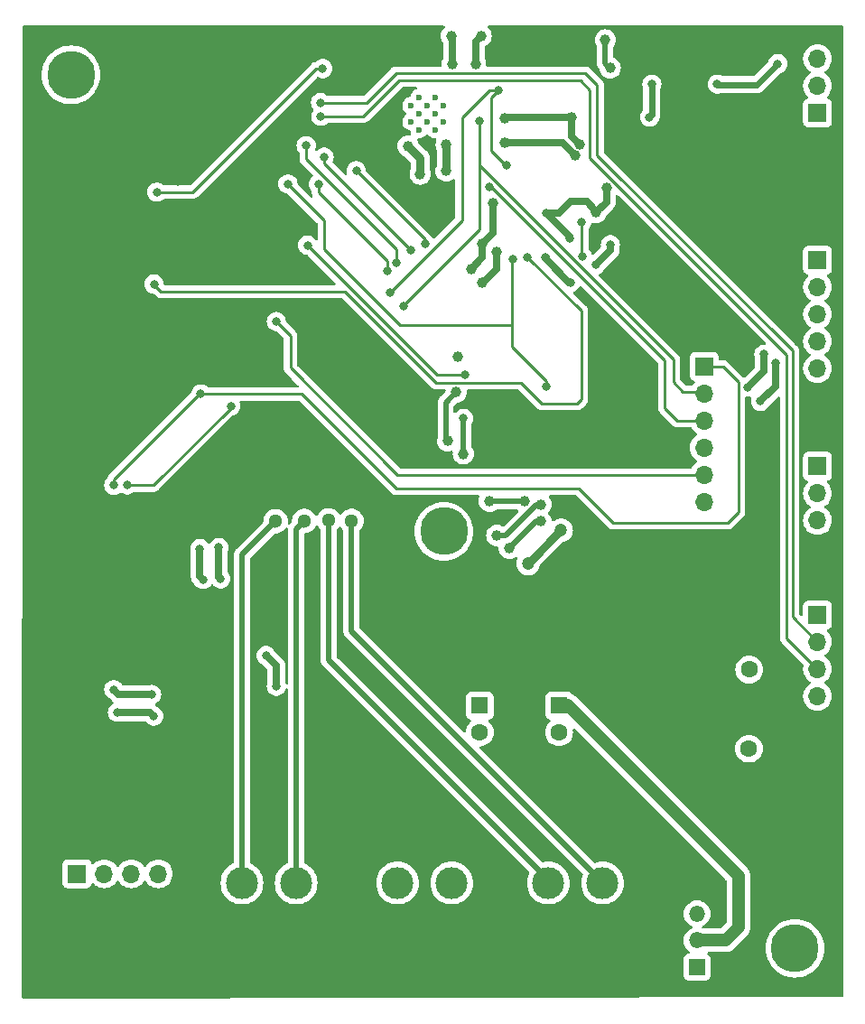
<source format=gbl>
G04 #@! TF.GenerationSoftware,KiCad,Pcbnew,7.0.8*
G04 #@! TF.CreationDate,2023-12-01T18:44:45+08:00*
G04 #@! TF.ProjectId,ESPCARproject,45535043-4152-4707-926f-6a6563742e6b,rev?*
G04 #@! TF.SameCoordinates,Original*
G04 #@! TF.FileFunction,Copper,L2,Bot*
G04 #@! TF.FilePolarity,Positive*
%FSLAX46Y46*%
G04 Gerber Fmt 4.6, Leading zero omitted, Abs format (unit mm)*
G04 Created by KiCad (PCBNEW 7.0.8) date 2023-12-01 18:44:45*
%MOMM*%
%LPD*%
G01*
G04 APERTURE LIST*
G04 #@! TA.AperFunction,ComponentPad*
%ADD10R,1.700000X1.700000*%
G04 #@! TD*
G04 #@! TA.AperFunction,ComponentPad*
%ADD11O,1.700000X1.700000*%
G04 #@! TD*
G04 #@! TA.AperFunction,HeatsinkPad*
%ADD12C,0.600000*%
G04 #@! TD*
G04 #@! TA.AperFunction,ComponentPad*
%ADD13C,3.000000*%
G04 #@! TD*
G04 #@! TA.AperFunction,ComponentPad*
%ADD14R,1.600000X1.600000*%
G04 #@! TD*
G04 #@! TA.AperFunction,ComponentPad*
%ADD15C,1.600000*%
G04 #@! TD*
G04 #@! TA.AperFunction,ComponentPad*
%ADD16R,1.500000X1.500000*%
G04 #@! TD*
G04 #@! TA.AperFunction,ComponentPad*
%ADD17O,1.500000X1.500000*%
G04 #@! TD*
G04 #@! TA.AperFunction,ViaPad*
%ADD18C,1.000000*%
G04 #@! TD*
G04 #@! TA.AperFunction,ViaPad*
%ADD19C,0.800000*%
G04 #@! TD*
G04 #@! TA.AperFunction,ViaPad*
%ADD20C,1.300000*%
G04 #@! TD*
G04 #@! TA.AperFunction,ViaPad*
%ADD21C,4.500000*%
G04 #@! TD*
G04 #@! TA.AperFunction,ViaPad*
%ADD22C,1.200000*%
G04 #@! TD*
G04 #@! TA.AperFunction,Conductor*
%ADD23C,0.250000*%
G04 #@! TD*
G04 #@! TA.AperFunction,Conductor*
%ADD24C,0.700000*%
G04 #@! TD*
G04 #@! TA.AperFunction,Conductor*
%ADD25C,0.600000*%
G04 #@! TD*
G04 #@! TA.AperFunction,Conductor*
%ADD26C,0.500000*%
G04 #@! TD*
G04 #@! TA.AperFunction,Conductor*
%ADD27C,1.200000*%
G04 #@! TD*
G04 #@! TA.AperFunction,Conductor*
%ADD28C,0.800000*%
G04 #@! TD*
G04 APERTURE END LIST*
D10*
X183582500Y-59507500D03*
X183582500Y-56967500D03*
D11*
X183582500Y-54427500D03*
X183582500Y-51887500D03*
D10*
X183582500Y-70770000D03*
D11*
X183582500Y-73310000D03*
X183582500Y-75850000D03*
X183582500Y-78390000D03*
X183582500Y-80930000D03*
D10*
X183582500Y-68230000D03*
X183582500Y-87565000D03*
X183582500Y-90105000D03*
D11*
X183582500Y-92645000D03*
X183582500Y-95185000D03*
X183582500Y-111660000D03*
X183582500Y-109120000D03*
X183582500Y-106580000D03*
D10*
X183582500Y-104040000D03*
X183582500Y-101500000D03*
X172960000Y-80740000D03*
D11*
X172960000Y-83280000D03*
X172960000Y-85820000D03*
X172960000Y-88360000D03*
X172960000Y-90900000D03*
X172960000Y-93440000D03*
X121770000Y-128310000D03*
X119230000Y-128310000D03*
X116690000Y-128310000D03*
D10*
X114150000Y-128310000D03*
D12*
X145450000Y-56280000D03*
X145450000Y-57805000D03*
X146212500Y-55517500D03*
X146212500Y-57042500D03*
X146212500Y-58567500D03*
X146975000Y-56280000D03*
X146975000Y-57805000D03*
X147737500Y-55517500D03*
X147737500Y-57042500D03*
X147737500Y-58567500D03*
X148500000Y-56280000D03*
X148500000Y-57805000D03*
D13*
X163420000Y-129180000D03*
X158340000Y-129180000D03*
D14*
X174672375Y-109170000D03*
D15*
X177172375Y-109170000D03*
D13*
X149280000Y-129180000D03*
X144200000Y-129180000D03*
D14*
X159350000Y-112550000D03*
D15*
X159350000Y-115050000D03*
X177150000Y-116590000D03*
D14*
X174650000Y-116590000D03*
D16*
X172290000Y-137070000D03*
D17*
X172290000Y-134570000D03*
X172290000Y-132070000D03*
D13*
X134690000Y-129180000D03*
X129610000Y-129180000D03*
D14*
X151910000Y-112550000D03*
D15*
X151910000Y-115050000D03*
D18*
X152030000Y-49760000D03*
X149260000Y-49750000D03*
X151510000Y-52360000D03*
X149340000Y-52370000D03*
X160830000Y-60920000D03*
X154250000Y-59760000D03*
X154250000Y-57460000D03*
D19*
X157080000Y-89350000D03*
X155430000Y-88260000D03*
X119000000Y-85210000D03*
X118990000Y-83260000D03*
X121430000Y-95660000D03*
X127450000Y-97740000D03*
X125670000Y-97830000D03*
X125970000Y-100730000D03*
X127620000Y-100660000D03*
X132840000Y-110740000D03*
X131870000Y-107850000D03*
X117590000Y-111050000D03*
X121140000Y-111510000D03*
X117930000Y-113180000D03*
X121330000Y-113540000D03*
X177040000Y-82680000D03*
X178550000Y-79620000D03*
X179650000Y-80430000D03*
X178240000Y-84020000D03*
X158160000Y-66410000D03*
X160340000Y-68760000D03*
X164160000Y-69320000D03*
X162770000Y-71230000D03*
X158020000Y-70520000D03*
X160440000Y-72850000D03*
X174190000Y-54280000D03*
X179840000Y-52370000D03*
D20*
X135460000Y-95230000D03*
X139880000Y-95220000D03*
X137750000Y-95180000D03*
X132760000Y-95260000D03*
D19*
X161545000Y-70455000D03*
X161490000Y-67180000D03*
X128560000Y-84460000D03*
X118850000Y-91870000D03*
X117590000Y-91890000D03*
D21*
X181460000Y-135300000D03*
X148540000Y-96210000D03*
X113580000Y-53410000D03*
D19*
X167830000Y-57380000D03*
D18*
X157644497Y-95282943D03*
X163690000Y-50130000D03*
X146330000Y-62710000D03*
X153510000Y-96600000D03*
X152820000Y-93380000D03*
X164130000Y-52770000D03*
X163780000Y-63960000D03*
X151100000Y-71600000D03*
X153450000Y-70020000D03*
X150380000Y-88940000D03*
X152170000Y-72880000D03*
X160520000Y-57390000D03*
X153130000Y-65420000D03*
D19*
X150380000Y-85630000D03*
D18*
X152140000Y-69220000D03*
D19*
X168050000Y-54290000D03*
D18*
X145190000Y-60090000D03*
X148770000Y-59970000D03*
X156100000Y-93410000D03*
X157640000Y-93680000D03*
X154680000Y-97790000D03*
X162840000Y-66320000D03*
X161280000Y-59910000D03*
X148760000Y-62430000D03*
D22*
X159540000Y-96100000D03*
X156450000Y-99220000D03*
D18*
X168300000Y-74120000D03*
D19*
X155140000Y-83430000D03*
D18*
X123520000Y-66430000D03*
X168060000Y-68950000D03*
X121280000Y-62650000D03*
X123590000Y-63350000D03*
X176500000Y-51800000D03*
X123520000Y-69230000D03*
X136390000Y-50980000D03*
X123580000Y-72060000D03*
D22*
X168617500Y-103862500D03*
X170410000Y-102400000D03*
D18*
X171180000Y-52630000D03*
X123510000Y-60990000D03*
D22*
X178190000Y-97620000D03*
D18*
X176630000Y-62730000D03*
X176540000Y-68030000D03*
X121250000Y-70770000D03*
D22*
X178100000Y-101290000D03*
D18*
X171160000Y-58000000D03*
X176630000Y-57050000D03*
X176480000Y-72470000D03*
X171240000Y-63520000D03*
X149850000Y-79870000D03*
X148920000Y-87720000D03*
X149720000Y-83130000D03*
D19*
X121640000Y-64400000D03*
X137180000Y-52820000D03*
X121370000Y-73020000D03*
X156390000Y-70480000D03*
X135770000Y-69377500D03*
X150490000Y-81520000D03*
X140330000Y-62400000D03*
X146770000Y-69240000D03*
X154987408Y-70730000D03*
X158150000Y-82600000D03*
X133920000Y-63640000D03*
X135630000Y-60040000D03*
X144090000Y-71050000D03*
X137310000Y-61120000D03*
X145470000Y-69880000D03*
X136980000Y-56010000D03*
X137000000Y-57300000D03*
X125760000Y-83340000D03*
X144790000Y-75080000D03*
X151880000Y-57730000D03*
X154420000Y-61920000D03*
X152790000Y-63880000D03*
X143460000Y-73780000D03*
X153680000Y-54840000D03*
X132830000Y-76540000D03*
X136780000Y-63660000D03*
X143270000Y-71790000D03*
D23*
X144690000Y-76880000D02*
X145550000Y-76880000D01*
X154970000Y-70747408D02*
X154970000Y-76880000D01*
X154970000Y-76880000D02*
X144690000Y-76880000D01*
D24*
X151510000Y-50280000D02*
X152030000Y-49760000D01*
X151510000Y-52360000D02*
X151510000Y-50280000D01*
X149340000Y-49830000D02*
X149260000Y-49750000D01*
X149340000Y-52370000D02*
X149340000Y-49830000D01*
X154250000Y-59760000D02*
X159670000Y-59760000D01*
X159670000Y-59760000D02*
X160830000Y-60920000D01*
X161280000Y-59910000D02*
X160520000Y-59150000D01*
X160520000Y-59150000D02*
X160520000Y-57390000D01*
X154320000Y-57390000D02*
X154250000Y-57460000D01*
X160520000Y-57390000D02*
X154320000Y-57390000D01*
D23*
X154320000Y-61920000D02*
X154420000Y-61920000D01*
X152950000Y-60550000D02*
X154320000Y-61920000D01*
X152950000Y-55570000D02*
X152950000Y-60550000D01*
X153680000Y-54840000D02*
X152950000Y-55570000D01*
D24*
X127450000Y-100490000D02*
X127620000Y-100660000D01*
X127450000Y-97740000D02*
X127450000Y-100490000D01*
X125670000Y-100430000D02*
X125970000Y-100730000D01*
X125670000Y-97830000D02*
X125670000Y-100430000D01*
X132840000Y-108820000D02*
X131870000Y-107850000D01*
X132840000Y-110740000D02*
X132840000Y-108820000D01*
X118050000Y-111510000D02*
X117590000Y-111050000D01*
X121140000Y-111510000D02*
X118050000Y-111510000D01*
X117930000Y-113180000D02*
X120970000Y-113180000D01*
X120970000Y-113180000D02*
X121330000Y-113540000D01*
D23*
X181220000Y-79250000D02*
X181220000Y-104217500D01*
X162920000Y-60950000D02*
X181220000Y-79250000D01*
X161790000Y-53240000D02*
X162920000Y-54370000D01*
X181220000Y-104217500D02*
X183582500Y-106580000D01*
X141280000Y-56010000D02*
X144050000Y-53240000D01*
X144050000Y-53240000D02*
X161790000Y-53240000D01*
X136980000Y-56010000D02*
X141280000Y-56010000D01*
X162920000Y-54370000D02*
X162920000Y-60950000D01*
X180690000Y-106227500D02*
X183582500Y-109120000D01*
X180690000Y-79630000D02*
X180690000Y-106227500D01*
X162250000Y-54820000D02*
X162250000Y-61190000D01*
X161330000Y-53900000D02*
X162250000Y-54820000D01*
X140970000Y-57290000D02*
X144360000Y-53900000D01*
X137010000Y-57290000D02*
X140970000Y-57290000D01*
X144360000Y-53900000D02*
X161330000Y-53900000D01*
X137000000Y-57300000D02*
X137010000Y-57290000D01*
X162250000Y-61190000D02*
X180690000Y-79630000D01*
D24*
X179650000Y-82610000D02*
X178240000Y-84020000D01*
X179650000Y-80430000D02*
X179650000Y-82610000D01*
X177040000Y-82680000D02*
X178550000Y-81170000D01*
X178550000Y-81170000D02*
X178550000Y-79620000D01*
D23*
X173010000Y-80790000D02*
X172960000Y-80740000D01*
X176150000Y-94420000D02*
X176150000Y-82220000D01*
X176150000Y-82220000D02*
X174720000Y-80790000D01*
X161220000Y-92190000D02*
X164450000Y-95420000D01*
X144090000Y-92190000D02*
X161220000Y-92190000D01*
X135240000Y-83340000D02*
X144090000Y-92190000D01*
X174720000Y-80790000D02*
X173010000Y-80790000D01*
X125760000Y-83340000D02*
X135240000Y-83340000D01*
X164450000Y-95420000D02*
X175150000Y-95420000D01*
X175150000Y-95420000D02*
X176150000Y-94420000D01*
D24*
X159300000Y-66410000D02*
X158160000Y-66410000D01*
X160400000Y-65310000D02*
X159300000Y-66410000D01*
X161940000Y-65310000D02*
X160400000Y-65310000D01*
X162840000Y-66210000D02*
X161940000Y-65310000D01*
X162840000Y-66320000D02*
X162840000Y-66210000D01*
D23*
X161490000Y-70400000D02*
X161490000Y-67180000D01*
X161545000Y-70455000D02*
X161490000Y-70400000D01*
D24*
X160340000Y-68590000D02*
X160340000Y-68760000D01*
X158160000Y-66410000D02*
X160340000Y-68590000D01*
X164160000Y-69840000D02*
X164160000Y-69320000D01*
X162770000Y-71230000D02*
X164160000Y-69840000D01*
X160260000Y-72850000D02*
X160440000Y-72850000D01*
X158110000Y-70520000D02*
X158110000Y-70700000D01*
X158110000Y-70700000D02*
X160260000Y-72850000D01*
D23*
X158020000Y-70520000D02*
X158110000Y-70520000D01*
D25*
X177890000Y-54320000D02*
X179840000Y-52370000D01*
X174295000Y-54320000D02*
X177890000Y-54320000D01*
D23*
X170440000Y-85820000D02*
X172960000Y-85820000D01*
X169270000Y-84650000D02*
X170440000Y-85820000D01*
X172810000Y-83130000D02*
X172960000Y-83280000D01*
X170060000Y-82240000D02*
X170950000Y-83130000D01*
X170950000Y-83130000D02*
X172810000Y-83130000D01*
X170060000Y-80100000D02*
X170060000Y-82240000D01*
X151880000Y-57730000D02*
X151880000Y-61920000D01*
X151880000Y-61920000D02*
X170060000Y-80100000D01*
X152970000Y-63880000D02*
X152790000Y-63880000D01*
X169270000Y-80180000D02*
X152970000Y-63880000D01*
X169270000Y-84650000D02*
X169270000Y-80180000D01*
X172910000Y-90950000D02*
X172960000Y-90900000D01*
X134150000Y-80890000D02*
X144210000Y-90950000D01*
X132830000Y-76540000D02*
X134150000Y-77860000D01*
X134150000Y-77860000D02*
X134150000Y-80890000D01*
X144210000Y-90950000D02*
X172910000Y-90950000D01*
D26*
X163420000Y-129100000D02*
X163420000Y-129180000D01*
X139880000Y-105560000D02*
X163420000Y-129100000D01*
X139880000Y-95220000D02*
X139880000Y-105560000D01*
X158340000Y-128850000D02*
X158340000Y-129180000D01*
X137750000Y-108260000D02*
X158340000Y-128850000D01*
X137750000Y-95180000D02*
X137750000Y-108260000D01*
X134690000Y-96000000D02*
X134690000Y-129180000D01*
X135460000Y-95230000D02*
X134690000Y-96000000D01*
X129610000Y-98410000D02*
X129610000Y-129180000D01*
X132760000Y-95260000D02*
X129610000Y-98410000D01*
X135460000Y-129950000D02*
X134690000Y-129180000D01*
D27*
X172300000Y-134560000D02*
X172290000Y-134570000D01*
X174970000Y-134560000D02*
X172300000Y-134560000D01*
X176170000Y-133360000D02*
X174970000Y-134560000D01*
X176170000Y-128500000D02*
X176170000Y-133360000D01*
X160220000Y-112550000D02*
X176170000Y-128500000D01*
X159350000Y-112550000D02*
X160220000Y-112550000D01*
D23*
X152930000Y-64020000D02*
X152790000Y-63880000D01*
X121330000Y-91870000D02*
X118850000Y-91870000D01*
X128560000Y-84460000D02*
X128560000Y-84640000D01*
X128560000Y-84640000D02*
X121330000Y-91870000D01*
X117590000Y-91360000D02*
X117590000Y-91890000D01*
X125610000Y-83340000D02*
X117590000Y-91360000D01*
X125760000Y-83340000D02*
X125610000Y-83340000D01*
D26*
X157640000Y-93680000D02*
X157250000Y-93680000D01*
D25*
X168030000Y-57180000D02*
X168030000Y-54310000D01*
D26*
X163660000Y-52350000D02*
X164100000Y-52790000D01*
X154680000Y-97790000D02*
X157187057Y-95282943D01*
D24*
X148760000Y-60180000D02*
X148660000Y-60080000D01*
D26*
X152850000Y-93410000D02*
X156100000Y-93410000D01*
D25*
X167830000Y-57380000D02*
X168030000Y-57180000D01*
D24*
X152140000Y-70560000D02*
X152140000Y-69220000D01*
D28*
X148760000Y-62430000D02*
X148760000Y-60180000D01*
D24*
X153450000Y-71610000D02*
X153450000Y-70020000D01*
D26*
X150380000Y-85630000D02*
X150380000Y-88940000D01*
D25*
X168030000Y-54310000D02*
X168050000Y-54290000D01*
D28*
X146330000Y-61230000D02*
X145190000Y-60090000D01*
D26*
X157250000Y-93680000D02*
X154330000Y-96600000D01*
D24*
X152170000Y-72880000D02*
X152180000Y-72880000D01*
X153130000Y-65420000D02*
X153130000Y-68230000D01*
D26*
X152820000Y-93380000D02*
X152850000Y-93410000D01*
D24*
X162840000Y-66320000D02*
X163780000Y-65380000D01*
X163780000Y-65380000D02*
X163780000Y-63960000D01*
D26*
X163660000Y-50110000D02*
X163660000Y-52350000D01*
D24*
X153130000Y-68230000D02*
X152140000Y-69220000D01*
D28*
X146330000Y-62710000D02*
X146330000Y-61230000D01*
D24*
X151100000Y-71600000D02*
X152140000Y-70560000D01*
D23*
X148660000Y-60080000D02*
X148770000Y-59970000D01*
D24*
X152180000Y-72880000D02*
X153450000Y-71610000D01*
D26*
X154330000Y-96600000D02*
X153510000Y-96600000D01*
X157187057Y-95282943D02*
X157644497Y-95282943D01*
D28*
X156450000Y-99190000D02*
X159540000Y-96100000D01*
X156450000Y-99220000D02*
X156450000Y-99190000D01*
D26*
X148710000Y-87510000D02*
X148920000Y-87720000D01*
X148710000Y-84140000D02*
X148710000Y-87510000D01*
X149720000Y-83130000D02*
X148710000Y-84140000D01*
D23*
X137180000Y-52820000D02*
X136560000Y-52820000D01*
X124980000Y-64400000D02*
X121640000Y-64400000D01*
X136560000Y-52820000D02*
X124980000Y-64400000D01*
X122030000Y-73730000D02*
X121330000Y-73030000D01*
X161040000Y-84230000D02*
X157730000Y-84230000D01*
X139290000Y-73730000D02*
X122030000Y-73730000D01*
X157730000Y-84230000D02*
X155760000Y-82260000D01*
X161450000Y-75540000D02*
X161450000Y-83820000D01*
X156390000Y-70480000D02*
X161450000Y-75540000D01*
X161450000Y-83820000D02*
X161040000Y-84230000D01*
X147820000Y-82260000D02*
X139290000Y-73730000D01*
X155760000Y-82260000D02*
X147820000Y-82260000D01*
X150490000Y-81520000D02*
X147870000Y-81520000D01*
X135770000Y-69420000D02*
X135770000Y-69377500D01*
X147870000Y-81520000D02*
X135770000Y-69420000D01*
X146770000Y-68840000D02*
X146770000Y-69240000D01*
X140330000Y-62400000D02*
X146770000Y-68840000D01*
X158150000Y-82600000D02*
X158150000Y-82120000D01*
X154970000Y-78940000D02*
X154970000Y-70747408D01*
X137340000Y-69770000D02*
X137340000Y-67060000D01*
X144450000Y-76880000D02*
X137340000Y-69770000D01*
X158150000Y-82120000D02*
X154970000Y-78940000D01*
X154970000Y-70747408D02*
X154987408Y-70730000D01*
X137340000Y-67060000D02*
X133920000Y-63640000D01*
X144690000Y-76880000D02*
X144450000Y-76880000D01*
X135630000Y-60040000D02*
X135630000Y-61290000D01*
X144090000Y-69750000D02*
X144090000Y-71050000D01*
X135630000Y-61290000D02*
X144090000Y-69750000D01*
X145470000Y-69880000D02*
X137310000Y-61720000D01*
X137310000Y-61720000D02*
X137310000Y-61120000D01*
X151880000Y-67900000D02*
X151880000Y-57730000D01*
X144790000Y-75080000D02*
X144790000Y-74990000D01*
X144790000Y-74990000D02*
X151880000Y-67900000D01*
X150230000Y-67060000D02*
X150230000Y-57380000D01*
X143460000Y-73780000D02*
X143510000Y-73780000D01*
X150230000Y-57380000D02*
X152770000Y-54840000D01*
X143510000Y-73780000D02*
X150230000Y-67060000D01*
X152770000Y-54840000D02*
X153680000Y-54840000D01*
X154420000Y-61920000D02*
X154420000Y-62020000D01*
X154420000Y-62020000D02*
X154420000Y-62020000D01*
X143270000Y-70900000D02*
X143270000Y-71790000D01*
X136780000Y-63660000D02*
X136780000Y-64410000D01*
X136780000Y-64410000D02*
X143270000Y-70900000D01*
G04 #@! TA.AperFunction,Conductor*
G36*
X148511779Y-48785390D02*
G01*
X148578807Y-48805100D01*
X148624541Y-48857921D01*
X148634458Y-48927084D01*
X148605408Y-48990628D01*
X148590393Y-49005241D01*
X148549117Y-49039115D01*
X148424090Y-49191460D01*
X148424086Y-49191467D01*
X148331188Y-49365266D01*
X148273975Y-49553870D01*
X148254659Y-49750000D01*
X148273975Y-49946129D01*
X148277009Y-49956132D01*
X148324160Y-50111567D01*
X148331187Y-50134730D01*
X148359394Y-50187501D01*
X148424090Y-50308538D01*
X148458484Y-50350447D01*
X148461353Y-50353942D01*
X148488666Y-50418252D01*
X148489500Y-50432607D01*
X148489500Y-51807697D01*
X148474858Y-51866150D01*
X148411188Y-51985267D01*
X148353975Y-52173870D01*
X148334659Y-52369999D01*
X148345330Y-52478346D01*
X148332311Y-52546992D01*
X148284246Y-52597702D01*
X148221927Y-52614500D01*
X144132743Y-52614500D01*
X144117122Y-52612775D01*
X144117095Y-52613061D01*
X144109333Y-52612326D01*
X144040172Y-52614500D01*
X144010649Y-52614500D01*
X144003778Y-52615367D01*
X143997959Y-52615825D01*
X143951374Y-52617289D01*
X143951368Y-52617290D01*
X143932126Y-52622880D01*
X143913087Y-52626823D01*
X143893217Y-52629334D01*
X143893203Y-52629337D01*
X143849883Y-52646488D01*
X143844358Y-52648380D01*
X143799613Y-52661380D01*
X143799610Y-52661381D01*
X143782366Y-52671579D01*
X143764905Y-52680133D01*
X143746274Y-52687510D01*
X143746262Y-52687517D01*
X143708570Y-52714902D01*
X143703687Y-52718109D01*
X143663580Y-52741829D01*
X143649414Y-52755995D01*
X143634624Y-52768627D01*
X143618414Y-52780404D01*
X143618411Y-52780407D01*
X143588710Y-52816309D01*
X143584777Y-52820631D01*
X141057228Y-55348181D01*
X140995905Y-55381666D01*
X140969547Y-55384500D01*
X137683748Y-55384500D01*
X137616709Y-55364815D01*
X137591600Y-55343474D01*
X137585873Y-55337114D01*
X137585869Y-55337110D01*
X137432734Y-55225851D01*
X137432729Y-55225848D01*
X137259807Y-55148857D01*
X137259802Y-55148855D01*
X137106379Y-55116245D01*
X137074646Y-55109500D01*
X136885354Y-55109500D01*
X136853621Y-55116245D01*
X136700197Y-55148855D01*
X136700192Y-55148857D01*
X136527270Y-55225848D01*
X136527265Y-55225851D01*
X136374129Y-55337111D01*
X136247466Y-55477785D01*
X136152821Y-55641715D01*
X136152818Y-55641722D01*
X136103740Y-55792771D01*
X136094326Y-55821744D01*
X136074540Y-56010000D01*
X136094326Y-56198256D01*
X136094327Y-56198259D01*
X136152818Y-56378277D01*
X136152821Y-56378284D01*
X136247467Y-56542216D01*
X136268316Y-56565372D01*
X136284310Y-56583135D01*
X136314539Y-56646127D01*
X136305913Y-56715462D01*
X136284311Y-56749076D01*
X136267466Y-56767785D01*
X136172821Y-56931715D01*
X136172818Y-56931722D01*
X136116675Y-57104514D01*
X136114326Y-57111744D01*
X136094540Y-57300000D01*
X136114326Y-57488256D01*
X136114327Y-57488259D01*
X136172818Y-57668277D01*
X136172821Y-57668284D01*
X136267467Y-57832216D01*
X136394128Y-57972887D01*
X136394129Y-57972888D01*
X136547265Y-58084148D01*
X136547270Y-58084151D01*
X136720192Y-58161142D01*
X136720197Y-58161144D01*
X136905354Y-58200500D01*
X136905355Y-58200500D01*
X137094644Y-58200500D01*
X137094646Y-58200500D01*
X137279803Y-58161144D01*
X137452730Y-58084151D01*
X137605871Y-57972888D01*
X137620603Y-57956527D01*
X137680090Y-57919879D01*
X137712752Y-57915500D01*
X140887257Y-57915500D01*
X140902877Y-57917224D01*
X140902904Y-57916939D01*
X140910660Y-57917671D01*
X140910667Y-57917673D01*
X140979814Y-57915500D01*
X141009350Y-57915500D01*
X141016228Y-57914630D01*
X141022041Y-57914172D01*
X141068627Y-57912709D01*
X141087869Y-57907117D01*
X141106912Y-57903174D01*
X141126792Y-57900664D01*
X141170122Y-57883507D01*
X141175646Y-57881617D01*
X141179396Y-57880527D01*
X141220390Y-57868618D01*
X141237629Y-57858422D01*
X141255103Y-57849862D01*
X141273727Y-57842488D01*
X141273727Y-57842487D01*
X141273732Y-57842486D01*
X141311449Y-57815082D01*
X141316305Y-57811892D01*
X141356420Y-57788170D01*
X141370589Y-57773999D01*
X141385379Y-57761368D01*
X141401587Y-57749594D01*
X141431299Y-57713676D01*
X141435212Y-57709376D01*
X144582772Y-54561819D01*
X144644095Y-54528334D01*
X144670453Y-54525500D01*
X145893952Y-54525500D01*
X145960991Y-54545185D01*
X146006746Y-54597989D01*
X146016690Y-54667147D01*
X145987665Y-54730703D01*
X145934907Y-54766542D01*
X145862976Y-54791711D01*
X145710237Y-54887684D01*
X145582684Y-55015237D01*
X145486710Y-55167978D01*
X145427130Y-55338250D01*
X145422366Y-55380532D01*
X145395298Y-55444945D01*
X145337702Y-55484499D01*
X145313032Y-55489866D01*
X145270750Y-55494630D01*
X145100478Y-55554210D01*
X144947737Y-55650184D01*
X144820184Y-55777737D01*
X144724211Y-55930476D01*
X144664631Y-56100745D01*
X144664630Y-56100750D01*
X144644435Y-56279996D01*
X144644435Y-56280003D01*
X144664630Y-56459249D01*
X144664631Y-56459254D01*
X144724211Y-56629523D01*
X144820184Y-56782262D01*
X144947739Y-56909817D01*
X144991807Y-56937507D01*
X145038097Y-56989842D01*
X145048745Y-57058895D01*
X145020370Y-57122743D01*
X144991807Y-57147493D01*
X144947739Y-57175182D01*
X144820184Y-57302737D01*
X144724211Y-57455476D01*
X144664631Y-57625745D01*
X144664630Y-57625750D01*
X144644435Y-57804996D01*
X144644435Y-57805003D01*
X144664630Y-57984249D01*
X144664631Y-57984254D01*
X144724211Y-58154523D01*
X144803368Y-58280500D01*
X144820184Y-58307262D01*
X144947738Y-58434816D01*
X145100478Y-58530789D01*
X145270745Y-58590368D01*
X145313030Y-58595132D01*
X145377442Y-58622197D01*
X145416998Y-58679791D01*
X145422366Y-58704467D01*
X145427130Y-58746749D01*
X145427131Y-58746754D01*
X145427132Y-58746755D01*
X145429089Y-58752348D01*
X145486712Y-58917027D01*
X145489731Y-58923295D01*
X145487314Y-58924458D01*
X145502996Y-58979917D01*
X145482639Y-59046756D01*
X145429379Y-59091979D01*
X145366849Y-59102076D01*
X145190001Y-59084659D01*
X145190000Y-59084659D01*
X144993870Y-59103975D01*
X144805266Y-59161188D01*
X144631467Y-59254086D01*
X144631460Y-59254090D01*
X144479116Y-59379116D01*
X144354090Y-59531460D01*
X144354086Y-59531467D01*
X144261188Y-59705266D01*
X144203975Y-59893870D01*
X144184659Y-60090000D01*
X144203975Y-60286129D01*
X144203976Y-60286132D01*
X144258120Y-60464621D01*
X144261188Y-60474733D01*
X144354086Y-60648532D01*
X144354090Y-60648539D01*
X144479116Y-60800883D01*
X144631460Y-60925909D01*
X144631467Y-60925913D01*
X144805273Y-61018814D01*
X144833026Y-61027233D01*
X144884714Y-61058213D01*
X145393181Y-61566680D01*
X145426666Y-61628003D01*
X145429500Y-61654361D01*
X145429500Y-62241240D01*
X145414859Y-62299693D01*
X145401187Y-62325271D01*
X145343975Y-62513870D01*
X145324659Y-62710000D01*
X145343975Y-62906129D01*
X145401188Y-63094733D01*
X145494086Y-63268532D01*
X145494090Y-63268539D01*
X145619116Y-63420883D01*
X145771460Y-63545909D01*
X145771467Y-63545913D01*
X145945266Y-63638811D01*
X145945269Y-63638811D01*
X145945273Y-63638814D01*
X146133868Y-63696024D01*
X146330000Y-63715341D01*
X146526132Y-63696024D01*
X146714727Y-63638814D01*
X146757692Y-63615849D01*
X146888532Y-63545913D01*
X146888538Y-63545910D01*
X147040883Y-63420883D01*
X147165910Y-63268538D01*
X147243602Y-63123187D01*
X147258811Y-63094733D01*
X147258811Y-63094732D01*
X147258814Y-63094727D01*
X147316024Y-62906132D01*
X147335341Y-62710000D01*
X147316024Y-62513868D01*
X147258814Y-62325273D01*
X147245140Y-62299692D01*
X147230500Y-62241240D01*
X147230500Y-61310626D01*
X147232027Y-61291225D01*
X147232308Y-61289452D01*
X147234219Y-61277388D01*
X147230585Y-61208047D01*
X147230500Y-61204802D01*
X147230500Y-61182813D01*
X147230500Y-61182808D01*
X147228199Y-61160921D01*
X147227946Y-61157711D01*
X147224312Y-61088354D01*
X147224311Y-61088348D01*
X147220687Y-61074825D01*
X147217139Y-61055684D01*
X147215674Y-61041748D01*
X147215674Y-61041747D01*
X147215674Y-61041744D01*
X147194214Y-60975699D01*
X147193291Y-60972585D01*
X147175810Y-60907342D01*
X147175320Y-60905512D01*
X147168954Y-60893019D01*
X147161508Y-60875042D01*
X147157178Y-60861714D01*
X147157175Y-60861707D01*
X147133670Y-60820998D01*
X147122443Y-60801552D01*
X147120920Y-60798747D01*
X147089383Y-60736851D01*
X147089382Y-60736849D01*
X147080560Y-60725955D01*
X147069538Y-60709918D01*
X147062532Y-60697783D01*
X147062531Y-60697781D01*
X147016060Y-60646170D01*
X147013952Y-60643702D01*
X147010587Y-60639547D01*
X147000119Y-60626620D01*
X146984577Y-60611078D01*
X146982341Y-60608722D01*
X146935872Y-60557113D01*
X146935871Y-60557112D01*
X146924525Y-60548869D01*
X146909734Y-60536235D01*
X146158213Y-59784714D01*
X146127233Y-59733026D01*
X146118814Y-59705273D01*
X146035090Y-59548635D01*
X146020848Y-59480232D01*
X146045848Y-59414989D01*
X146102153Y-59373618D01*
X146158332Y-59366962D01*
X146212497Y-59373065D01*
X146212500Y-59373065D01*
X146212504Y-59373065D01*
X146391749Y-59352869D01*
X146391752Y-59352868D01*
X146391755Y-59352868D01*
X146562022Y-59293289D01*
X146714762Y-59197316D01*
X146842316Y-59069762D01*
X146870006Y-59025692D01*
X146922341Y-58979402D01*
X146991394Y-58968754D01*
X147055243Y-58997129D01*
X147079992Y-59025691D01*
X147107684Y-59069762D01*
X147235238Y-59197316D01*
X147387978Y-59293289D01*
X147466466Y-59320753D01*
X147558245Y-59352868D01*
X147558250Y-59352869D01*
X147737496Y-59373065D01*
X147744464Y-59373065D01*
X147744464Y-59375277D01*
X147802872Y-59385504D01*
X147854254Y-59432849D01*
X147871883Y-59500458D01*
X147857300Y-59555125D01*
X147841188Y-59585268D01*
X147783975Y-59773870D01*
X147764659Y-59970000D01*
X147783975Y-60166129D01*
X147783976Y-60166132D01*
X147841186Y-60354727D01*
X147841187Y-60354730D01*
X147841188Y-60354731D01*
X147844856Y-60361593D01*
X147859500Y-60420050D01*
X147859500Y-61961240D01*
X147844859Y-62019693D01*
X147831187Y-62045271D01*
X147773975Y-62233870D01*
X147754659Y-62430000D01*
X147773975Y-62626129D01*
X147831188Y-62814733D01*
X147924086Y-62988532D01*
X147924090Y-62988539D01*
X148049116Y-63140883D01*
X148201460Y-63265909D01*
X148201467Y-63265913D01*
X148375266Y-63358811D01*
X148375269Y-63358811D01*
X148375273Y-63358814D01*
X148563868Y-63416024D01*
X148760000Y-63435341D01*
X148956132Y-63416024D01*
X149144727Y-63358814D01*
X149318538Y-63265910D01*
X149341964Y-63246684D01*
X149401835Y-63197550D01*
X149466145Y-63170237D01*
X149535012Y-63182028D01*
X149586573Y-63229180D01*
X149604500Y-63293403D01*
X149604500Y-66749546D01*
X149584815Y-66816585D01*
X149568181Y-66837227D01*
X147687290Y-68718117D01*
X147625967Y-68751602D01*
X147556275Y-68746618D01*
X147508683Y-68710990D01*
X147506881Y-68712613D01*
X147477810Y-68680327D01*
X147375871Y-68567112D01*
X147332845Y-68535851D01*
X147326151Y-68530987D01*
X147298721Y-68503558D01*
X147298434Y-68503163D01*
X147295085Y-68498554D01*
X147291891Y-68493690D01*
X147268170Y-68453579D01*
X147268167Y-68453576D01*
X147268165Y-68453573D01*
X147254005Y-68439413D01*
X147241370Y-68424620D01*
X147229593Y-68408412D01*
X147193693Y-68378713D01*
X147189381Y-68374790D01*
X141268960Y-62454369D01*
X141235475Y-62393046D01*
X141233323Y-62379668D01*
X141215674Y-62211744D01*
X141157179Y-62031716D01*
X141062533Y-61867784D01*
X140935871Y-61727112D01*
X140935870Y-61727111D01*
X140782734Y-61615851D01*
X140782729Y-61615848D01*
X140609807Y-61538857D01*
X140609802Y-61538855D01*
X140464001Y-61507865D01*
X140424646Y-61499500D01*
X140235354Y-61499500D01*
X140202897Y-61506398D01*
X140050197Y-61538855D01*
X140050192Y-61538857D01*
X139877270Y-61615848D01*
X139877265Y-61615851D01*
X139724129Y-61727111D01*
X139597466Y-61867785D01*
X139502821Y-62031715D01*
X139502818Y-62031722D01*
X139444327Y-62211740D01*
X139444326Y-62211744D01*
X139424540Y-62400000D01*
X139444326Y-62588256D01*
X139444326Y-62588258D01*
X139444327Y-62588260D01*
X139468327Y-62662126D01*
X139470322Y-62731967D01*
X139434241Y-62791799D01*
X139371540Y-62822627D01*
X139302126Y-62814662D01*
X139262715Y-62788124D01*
X138140659Y-61666068D01*
X138107174Y-61604745D01*
X138112158Y-61535053D01*
X138120947Y-61516397D01*
X138137179Y-61488284D01*
X138195674Y-61308256D01*
X138215460Y-61120000D01*
X138195674Y-60931744D01*
X138137179Y-60751716D01*
X138042533Y-60587784D01*
X137915871Y-60447112D01*
X137915870Y-60447111D01*
X137762734Y-60335851D01*
X137762729Y-60335848D01*
X137589807Y-60258857D01*
X137589802Y-60258855D01*
X137444001Y-60227865D01*
X137404646Y-60219500D01*
X137215354Y-60219500D01*
X137182897Y-60226398D01*
X137030197Y-60258855D01*
X137030192Y-60258857D01*
X136857270Y-60335848D01*
X136857265Y-60335851D01*
X136704131Y-60447110D01*
X136688364Y-60464621D01*
X136628876Y-60501268D01*
X136559019Y-60499937D01*
X136500972Y-60461049D01*
X136473163Y-60396952D01*
X136478283Y-60343330D01*
X136515674Y-60228256D01*
X136535460Y-60040000D01*
X136515674Y-59851744D01*
X136457179Y-59671716D01*
X136362533Y-59507784D01*
X136235871Y-59367112D01*
X136235665Y-59366962D01*
X136082734Y-59255851D01*
X136082729Y-59255848D01*
X135909807Y-59178857D01*
X135909802Y-59178855D01*
X135764001Y-59147865D01*
X135724646Y-59139500D01*
X135535354Y-59139500D01*
X135502897Y-59146398D01*
X135350197Y-59178855D01*
X135350192Y-59178857D01*
X135177270Y-59255848D01*
X135177265Y-59255851D01*
X135024129Y-59367111D01*
X134897466Y-59507785D01*
X134802821Y-59671715D01*
X134802818Y-59671722D01*
X134744327Y-59851740D01*
X134744326Y-59851744D01*
X134724540Y-60040000D01*
X134744326Y-60228256D01*
X134744327Y-60228259D01*
X134802818Y-60408277D01*
X134802821Y-60408284D01*
X134897467Y-60572216D01*
X134932459Y-60611078D01*
X134972650Y-60655715D01*
X135002880Y-60718706D01*
X135004500Y-60738687D01*
X135004500Y-61207255D01*
X135002775Y-61222872D01*
X135003061Y-61222899D01*
X135002326Y-61230665D01*
X135004500Y-61299814D01*
X135004500Y-61329343D01*
X135004501Y-61329360D01*
X135005368Y-61336231D01*
X135005826Y-61342050D01*
X135007290Y-61388624D01*
X135007291Y-61388627D01*
X135012880Y-61407867D01*
X135016824Y-61426911D01*
X135019336Y-61446792D01*
X135036490Y-61490119D01*
X135038382Y-61495647D01*
X135050936Y-61538857D01*
X135051382Y-61540390D01*
X135058083Y-61551722D01*
X135061580Y-61557634D01*
X135070138Y-61575103D01*
X135077514Y-61593732D01*
X135104898Y-61631423D01*
X135108106Y-61636307D01*
X135131827Y-61676416D01*
X135131833Y-61676424D01*
X135145990Y-61690580D01*
X135158628Y-61705376D01*
X135170405Y-61721586D01*
X135170406Y-61721587D01*
X135206309Y-61751288D01*
X135210620Y-61755210D01*
X135727711Y-62272301D01*
X136226918Y-62771508D01*
X136260403Y-62832831D01*
X136255419Y-62902523D01*
X136213547Y-62958456D01*
X136212124Y-62959506D01*
X136174128Y-62987112D01*
X136047466Y-63127785D01*
X135952821Y-63291715D01*
X135952818Y-63291722D01*
X135900824Y-63451744D01*
X135894326Y-63471744D01*
X135874540Y-63660000D01*
X135894326Y-63848256D01*
X135894327Y-63848259D01*
X135952818Y-64028277D01*
X135952821Y-64028284D01*
X136047467Y-64192216D01*
X136078608Y-64226801D01*
X136120595Y-64273433D01*
X136150825Y-64336425D01*
X136152384Y-64352508D01*
X136154500Y-64419813D01*
X136154500Y-64449343D01*
X136154501Y-64449360D01*
X136155368Y-64456231D01*
X136155826Y-64462050D01*
X136157290Y-64508624D01*
X136157291Y-64508627D01*
X136162880Y-64527867D01*
X136166824Y-64546911D01*
X136169336Y-64566792D01*
X136178191Y-64589158D01*
X136186490Y-64610119D01*
X136188382Y-64615647D01*
X136196387Y-64643200D01*
X136201382Y-64660390D01*
X136201588Y-64660739D01*
X136211580Y-64677634D01*
X136220136Y-64695100D01*
X136227514Y-64713732D01*
X136229179Y-64716024D01*
X136229928Y-64718122D01*
X136231272Y-64720567D01*
X136230877Y-64720783D01*
X136252657Y-64781829D01*
X136236830Y-64849883D01*
X136186724Y-64898577D01*
X136118245Y-64912451D01*
X136053137Y-64887100D01*
X136041178Y-64876587D01*
X134858960Y-63694369D01*
X134825475Y-63633046D01*
X134823323Y-63619668D01*
X134805674Y-63451744D01*
X134747179Y-63271716D01*
X134652533Y-63107784D01*
X134525871Y-62967112D01*
X134525870Y-62967111D01*
X134372734Y-62855851D01*
X134372729Y-62855848D01*
X134199807Y-62778857D01*
X134199802Y-62778855D01*
X134054001Y-62747865D01*
X134014646Y-62739500D01*
X133825354Y-62739500D01*
X133792897Y-62746398D01*
X133640197Y-62778855D01*
X133640192Y-62778857D01*
X133467270Y-62855848D01*
X133467265Y-62855851D01*
X133314129Y-62967111D01*
X133187466Y-63107785D01*
X133092821Y-63271715D01*
X133092818Y-63271722D01*
X133034327Y-63451740D01*
X133034326Y-63451744D01*
X133014540Y-63640000D01*
X133034326Y-63828256D01*
X133034327Y-63828259D01*
X133092818Y-64008277D01*
X133092821Y-64008284D01*
X133187467Y-64172216D01*
X133312507Y-64311087D01*
X133314129Y-64312888D01*
X133467265Y-64424148D01*
X133467270Y-64424151D01*
X133640192Y-64501142D01*
X133640197Y-64501144D01*
X133825354Y-64540500D01*
X133884548Y-64540500D01*
X133951587Y-64560185D01*
X133972229Y-64576819D01*
X136678181Y-67282771D01*
X136711666Y-67344094D01*
X136714500Y-67370452D01*
X136714500Y-68757666D01*
X136694815Y-68824705D01*
X136642011Y-68870460D01*
X136572853Y-68880404D01*
X136509297Y-68851379D01*
X136498350Y-68840638D01*
X136375870Y-68704611D01*
X136222734Y-68593351D01*
X136222729Y-68593348D01*
X136049807Y-68516357D01*
X136049802Y-68516355D01*
X135904001Y-68485365D01*
X135864646Y-68477000D01*
X135675354Y-68477000D01*
X135642897Y-68483898D01*
X135490197Y-68516355D01*
X135490192Y-68516357D01*
X135317270Y-68593348D01*
X135317265Y-68593351D01*
X135164129Y-68704611D01*
X135037466Y-68845285D01*
X134942821Y-69009215D01*
X134942818Y-69009222D01*
X134884327Y-69189240D01*
X134884326Y-69189244D01*
X134864540Y-69377500D01*
X134884326Y-69565756D01*
X134884327Y-69565759D01*
X134942818Y-69745777D01*
X134942821Y-69745784D01*
X135037467Y-69909716D01*
X135113492Y-69994150D01*
X135164129Y-70050388D01*
X135317265Y-70161648D01*
X135317270Y-70161651D01*
X135490192Y-70238642D01*
X135490197Y-70238644D01*
X135675354Y-70278000D01*
X135692048Y-70278000D01*
X135759087Y-70297685D01*
X135779729Y-70314319D01*
X138358229Y-72892819D01*
X138391714Y-72954142D01*
X138386730Y-73023834D01*
X138344858Y-73079767D01*
X138279394Y-73104184D01*
X138270548Y-73104500D01*
X122395991Y-73104500D01*
X122328952Y-73084815D01*
X122283197Y-73032011D01*
X122272671Y-72993465D01*
X122255674Y-72831744D01*
X122197179Y-72651716D01*
X122102533Y-72487784D01*
X121975871Y-72347112D01*
X121975870Y-72347111D01*
X121822734Y-72235851D01*
X121822729Y-72235848D01*
X121649807Y-72158857D01*
X121649802Y-72158855D01*
X121504001Y-72127865D01*
X121464646Y-72119500D01*
X121275354Y-72119500D01*
X121242897Y-72126398D01*
X121090197Y-72158855D01*
X121090192Y-72158857D01*
X120917270Y-72235848D01*
X120917265Y-72235851D01*
X120764129Y-72347111D01*
X120637466Y-72487785D01*
X120542821Y-72651715D01*
X120542818Y-72651722D01*
X120501140Y-72779996D01*
X120484326Y-72831744D01*
X120464540Y-73020000D01*
X120484326Y-73208256D01*
X120484327Y-73208259D01*
X120542818Y-73388277D01*
X120542821Y-73388284D01*
X120637467Y-73552216D01*
X120711242Y-73634151D01*
X120764129Y-73692888D01*
X120917265Y-73804148D01*
X120917270Y-73804151D01*
X121090192Y-73881142D01*
X121090197Y-73881144D01*
X121275354Y-73920500D01*
X121284547Y-73920500D01*
X121351586Y-73940185D01*
X121372228Y-73956819D01*
X121529197Y-74113788D01*
X121539022Y-74126051D01*
X121539243Y-74125869D01*
X121544214Y-74131878D01*
X121561685Y-74148284D01*
X121594635Y-74179226D01*
X121615529Y-74200120D01*
X121621011Y-74204373D01*
X121625443Y-74208157D01*
X121659418Y-74240062D01*
X121676976Y-74249714D01*
X121693235Y-74260395D01*
X121709064Y-74272673D01*
X121751838Y-74291182D01*
X121757056Y-74293738D01*
X121797908Y-74316197D01*
X121817316Y-74321180D01*
X121835717Y-74327480D01*
X121854104Y-74335437D01*
X121897488Y-74342308D01*
X121900119Y-74342725D01*
X121905839Y-74343909D01*
X121950981Y-74355500D01*
X121971016Y-74355500D01*
X121990415Y-74357027D01*
X122010196Y-74360160D01*
X122050434Y-74356356D01*
X122056582Y-74355775D01*
X122062420Y-74355500D01*
X138979548Y-74355500D01*
X139046587Y-74375185D01*
X139067229Y-74391819D01*
X147319194Y-82643784D01*
X147329019Y-82656048D01*
X147329240Y-82655866D01*
X147334210Y-82661873D01*
X147334213Y-82661876D01*
X147334214Y-82661877D01*
X147384651Y-82709241D01*
X147405530Y-82730120D01*
X147411004Y-82734366D01*
X147415442Y-82738156D01*
X147449418Y-82770062D01*
X147449422Y-82770064D01*
X147466973Y-82779713D01*
X147483231Y-82790392D01*
X147499064Y-82802674D01*
X147510876Y-82807785D01*
X147541837Y-82821183D01*
X147547081Y-82823752D01*
X147587908Y-82846197D01*
X147607312Y-82851179D01*
X147625710Y-82857478D01*
X147644105Y-82865438D01*
X147690129Y-82872726D01*
X147695832Y-82873907D01*
X147740981Y-82885500D01*
X147761016Y-82885500D01*
X147780413Y-82887026D01*
X147800196Y-82890160D01*
X147846584Y-82885775D01*
X147852422Y-82885500D01*
X148601926Y-82885500D01*
X148668965Y-82905185D01*
X148714720Y-82957989D01*
X148725325Y-83021695D01*
X148725123Y-83023739D01*
X148698941Y-83088518D01*
X148689405Y-83099225D01*
X148224358Y-83564272D01*
X148210729Y-83576051D01*
X148191468Y-83590390D01*
X148157898Y-83630397D01*
X148154253Y-83634376D01*
X148148409Y-83640222D01*
X148128059Y-83665959D01*
X148078695Y-83724789D01*
X148074729Y-83730819D01*
X148074682Y-83730788D01*
X148070630Y-83737147D01*
X148070679Y-83737177D01*
X148066889Y-83743321D01*
X148034424Y-83812941D01*
X147999960Y-83881566D01*
X147997488Y-83888357D01*
X147997432Y-83888336D01*
X147994960Y-83895450D01*
X147995015Y-83895469D01*
X147992742Y-83902327D01*
X147984975Y-83939946D01*
X147977207Y-83977565D01*
X147964143Y-84032689D01*
X147959498Y-84052286D01*
X147958661Y-84059454D01*
X147958601Y-84059447D01*
X147957835Y-84066945D01*
X147957895Y-84066951D01*
X147957265Y-84074140D01*
X147959500Y-84150916D01*
X147959500Y-87421332D01*
X147954161Y-87457327D01*
X147933975Y-87523869D01*
X147914659Y-87720000D01*
X147933975Y-87916129D01*
X147991188Y-88104733D01*
X148084086Y-88278532D01*
X148084090Y-88278539D01*
X148209116Y-88430883D01*
X148361460Y-88555909D01*
X148361467Y-88555913D01*
X148535266Y-88648811D01*
X148535269Y-88648811D01*
X148535273Y-88648814D01*
X148723868Y-88706024D01*
X148920000Y-88725341D01*
X149116132Y-88706024D01*
X149228787Y-88671849D01*
X149298652Y-88671225D01*
X149357766Y-88708473D01*
X149387357Y-88771767D01*
X149388185Y-88802664D01*
X149374659Y-88939999D01*
X149393975Y-89136129D01*
X149451188Y-89324733D01*
X149544086Y-89498532D01*
X149544090Y-89498539D01*
X149669116Y-89650883D01*
X149821460Y-89775909D01*
X149821467Y-89775913D01*
X149995266Y-89868811D01*
X149995269Y-89868811D01*
X149995273Y-89868814D01*
X150183868Y-89926024D01*
X150380000Y-89945341D01*
X150576132Y-89926024D01*
X150764727Y-89868814D01*
X150778400Y-89861506D01*
X150938532Y-89775913D01*
X150938538Y-89775910D01*
X151090883Y-89650883D01*
X151215910Y-89498538D01*
X151308814Y-89324727D01*
X151366024Y-89136132D01*
X151385341Y-88940000D01*
X151366024Y-88743868D01*
X151308814Y-88555273D01*
X151308811Y-88555269D01*
X151308811Y-88555266D01*
X151215913Y-88381467D01*
X151215911Y-88381465D01*
X151215910Y-88381462D01*
X151198296Y-88359999D01*
X151158647Y-88311686D01*
X151131334Y-88247376D01*
X151130500Y-88233021D01*
X151130500Y-86164321D01*
X151147113Y-86102321D01*
X151207179Y-85998284D01*
X151265674Y-85818256D01*
X151285460Y-85630000D01*
X151265674Y-85441744D01*
X151207179Y-85261716D01*
X151112533Y-85097784D01*
X150985871Y-84957112D01*
X150974154Y-84948599D01*
X150832734Y-84845851D01*
X150832729Y-84845848D01*
X150659807Y-84768857D01*
X150659802Y-84768855D01*
X150514001Y-84737865D01*
X150474646Y-84729500D01*
X150285354Y-84729500D01*
X150252897Y-84736398D01*
X150100197Y-84768855D01*
X150100192Y-84768857D01*
X149927270Y-84845848D01*
X149927265Y-84845851D01*
X149774129Y-84957111D01*
X149676650Y-85065373D01*
X149617163Y-85102022D01*
X149547306Y-85100691D01*
X149489258Y-85061805D01*
X149461448Y-84997708D01*
X149460500Y-84982401D01*
X149460500Y-84502229D01*
X149480185Y-84435190D01*
X149496819Y-84414548D01*
X149605587Y-84305780D01*
X149750775Y-84160591D01*
X149812096Y-84127108D01*
X149826295Y-84124871D01*
X149916132Y-84116024D01*
X150104727Y-84058814D01*
X150117300Y-84052094D01*
X150256733Y-83977565D01*
X150278538Y-83965910D01*
X150430883Y-83840883D01*
X150555910Y-83688538D01*
X150642761Y-83526051D01*
X150648811Y-83514733D01*
X150648811Y-83514732D01*
X150648814Y-83514727D01*
X150706024Y-83326132D01*
X150725341Y-83130000D01*
X150714670Y-83021653D01*
X150727689Y-82953008D01*
X150775754Y-82902298D01*
X150838073Y-82885500D01*
X155449548Y-82885500D01*
X155516587Y-82905185D01*
X155537229Y-82921819D01*
X157229194Y-84613784D01*
X157239019Y-84626048D01*
X157239240Y-84625866D01*
X157244210Y-84631873D01*
X157244213Y-84631876D01*
X157244214Y-84631877D01*
X157294651Y-84679241D01*
X157315530Y-84700120D01*
X157321004Y-84704366D01*
X157325442Y-84708156D01*
X157359418Y-84740062D01*
X157376973Y-84749713D01*
X157393231Y-84760392D01*
X157409064Y-84772674D01*
X157429475Y-84781506D01*
X157451837Y-84791183D01*
X157457081Y-84793752D01*
X157497908Y-84816197D01*
X157517312Y-84821179D01*
X157535710Y-84827478D01*
X157554105Y-84835438D01*
X157600129Y-84842726D01*
X157605832Y-84843907D01*
X157650981Y-84855500D01*
X157671016Y-84855500D01*
X157690413Y-84857026D01*
X157710196Y-84860160D01*
X157756584Y-84855775D01*
X157762422Y-84855500D01*
X160957257Y-84855500D01*
X160972877Y-84857224D01*
X160972904Y-84856939D01*
X160980660Y-84857671D01*
X160980667Y-84857673D01*
X161049814Y-84855500D01*
X161079350Y-84855500D01*
X161086228Y-84854630D01*
X161092041Y-84854172D01*
X161138627Y-84852709D01*
X161157869Y-84847117D01*
X161176912Y-84843174D01*
X161196792Y-84840664D01*
X161240122Y-84823507D01*
X161245646Y-84821617D01*
X161249396Y-84820527D01*
X161290390Y-84808618D01*
X161307629Y-84798422D01*
X161325103Y-84789862D01*
X161343727Y-84782488D01*
X161343727Y-84782487D01*
X161343732Y-84782486D01*
X161381449Y-84755082D01*
X161386305Y-84751892D01*
X161426420Y-84728170D01*
X161440589Y-84713999D01*
X161455379Y-84701368D01*
X161471587Y-84689594D01*
X161501299Y-84653676D01*
X161505212Y-84649376D01*
X161833786Y-84320802D01*
X161846048Y-84310980D01*
X161845865Y-84310759D01*
X161851867Y-84305792D01*
X161851877Y-84305786D01*
X161899241Y-84255348D01*
X161920120Y-84234470D01*
X161924373Y-84228986D01*
X161928150Y-84224563D01*
X161960062Y-84190582D01*
X161969714Y-84173023D01*
X161980389Y-84156772D01*
X161992674Y-84140936D01*
X162011186Y-84098152D01*
X162013742Y-84092935D01*
X162031383Y-84060848D01*
X162036194Y-84052098D01*
X162036194Y-84052097D01*
X162036197Y-84052092D01*
X162041180Y-84032680D01*
X162047477Y-84014291D01*
X162055438Y-83995895D01*
X162062729Y-83949853D01*
X162063908Y-83944162D01*
X162075500Y-83899019D01*
X162075500Y-83878983D01*
X162077027Y-83859582D01*
X162080160Y-83839804D01*
X162075775Y-83793415D01*
X162075500Y-83787577D01*
X162075500Y-75622742D01*
X162077224Y-75607122D01*
X162076939Y-75607095D01*
X162077673Y-75599333D01*
X162075500Y-75530172D01*
X162075500Y-75500656D01*
X162075500Y-75500650D01*
X162074631Y-75493779D01*
X162074173Y-75487952D01*
X162072710Y-75441373D01*
X162067119Y-75422130D01*
X162063173Y-75403078D01*
X162060664Y-75383208D01*
X162043504Y-75339867D01*
X162041624Y-75334379D01*
X162028618Y-75289610D01*
X162018422Y-75272370D01*
X162009861Y-75254894D01*
X162002487Y-75236270D01*
X162002486Y-75236268D01*
X161975079Y-75198545D01*
X161971888Y-75193686D01*
X161970615Y-75191534D01*
X161948170Y-75153580D01*
X161948168Y-75153578D01*
X161948165Y-75153574D01*
X161934006Y-75139415D01*
X161921368Y-75124619D01*
X161909594Y-75108413D01*
X161875248Y-75080000D01*
X161873688Y-75078709D01*
X161869376Y-75074786D01*
X160699258Y-73904668D01*
X160665773Y-73843345D01*
X160670757Y-73773653D01*
X160712629Y-73717720D01*
X160736491Y-73703713D01*
X160892730Y-73634151D01*
X161045871Y-73522888D01*
X161172533Y-73382216D01*
X161214227Y-73310000D01*
X161243668Y-73259007D01*
X161294235Y-73210791D01*
X161362842Y-73197568D01*
X161427707Y-73223536D01*
X161438736Y-73233326D01*
X168608181Y-80402771D01*
X168641666Y-80464094D01*
X168644500Y-80490452D01*
X168644500Y-84567255D01*
X168642775Y-84582872D01*
X168643061Y-84582899D01*
X168642327Y-84590665D01*
X168644500Y-84659804D01*
X168644500Y-84689343D01*
X168644501Y-84689360D01*
X168645368Y-84696231D01*
X168645826Y-84702050D01*
X168647290Y-84748624D01*
X168648105Y-84751431D01*
X168652880Y-84767867D01*
X168656824Y-84786911D01*
X168659336Y-84806792D01*
X168674799Y-84845848D01*
X168676490Y-84850119D01*
X168678382Y-84855647D01*
X168691381Y-84900388D01*
X168701580Y-84917634D01*
X168710138Y-84935103D01*
X168717514Y-84953732D01*
X168744898Y-84991423D01*
X168748106Y-84996307D01*
X168771827Y-85036416D01*
X168771833Y-85036424D01*
X168785990Y-85050580D01*
X168798628Y-85065376D01*
X168810405Y-85081586D01*
X168810406Y-85081587D01*
X168846309Y-85111288D01*
X168850620Y-85115210D01*
X169733686Y-85998277D01*
X169939197Y-86203788D01*
X169949022Y-86216051D01*
X169949243Y-86215869D01*
X169954214Y-86221878D01*
X169980217Y-86246295D01*
X170004635Y-86269226D01*
X170025529Y-86290120D01*
X170031011Y-86294373D01*
X170035443Y-86298157D01*
X170069418Y-86330062D01*
X170086976Y-86339714D01*
X170103233Y-86350393D01*
X170119064Y-86362673D01*
X170138737Y-86371186D01*
X170161833Y-86381182D01*
X170167077Y-86383750D01*
X170207908Y-86406197D01*
X170220523Y-86409435D01*
X170227305Y-86411177D01*
X170245719Y-86417481D01*
X170264104Y-86425438D01*
X170310157Y-86432732D01*
X170315826Y-86433906D01*
X170360981Y-86445500D01*
X170381016Y-86445500D01*
X170400413Y-86447026D01*
X170420196Y-86450160D01*
X170466584Y-86445775D01*
X170472422Y-86445500D01*
X171684773Y-86445500D01*
X171751812Y-86465185D01*
X171786348Y-86498377D01*
X171921501Y-86691396D01*
X171921506Y-86691402D01*
X172088597Y-86858493D01*
X172088603Y-86858498D01*
X172274158Y-86988425D01*
X172317783Y-87043002D01*
X172324977Y-87112500D01*
X172293454Y-87174855D01*
X172274158Y-87191575D01*
X172088597Y-87321505D01*
X171921505Y-87488597D01*
X171785965Y-87682169D01*
X171785964Y-87682171D01*
X171686098Y-87896335D01*
X171686094Y-87896344D01*
X171624938Y-88124586D01*
X171624936Y-88124596D01*
X171604341Y-88359999D01*
X171604341Y-88360000D01*
X171624936Y-88595403D01*
X171624938Y-88595413D01*
X171686094Y-88823655D01*
X171686096Y-88823659D01*
X171686097Y-88823663D01*
X171720507Y-88897455D01*
X171785965Y-89037830D01*
X171785967Y-89037834D01*
X171854797Y-89136132D01*
X171904500Y-89207116D01*
X171921501Y-89231395D01*
X171921506Y-89231402D01*
X172088597Y-89398493D01*
X172088603Y-89398498D01*
X172274158Y-89528425D01*
X172317783Y-89583002D01*
X172324977Y-89652500D01*
X172293454Y-89714855D01*
X172274158Y-89731575D01*
X172088597Y-89861505D01*
X171921505Y-90028597D01*
X171785967Y-90222166D01*
X171785963Y-90222174D01*
X171771634Y-90252904D01*
X171725462Y-90305344D01*
X171659252Y-90324500D01*
X144520453Y-90324500D01*
X144453414Y-90304815D01*
X144432772Y-90288181D01*
X134811819Y-80667228D01*
X134778334Y-80605905D01*
X134775500Y-80579547D01*
X134775500Y-77942742D01*
X134777224Y-77927122D01*
X134776939Y-77927096D01*
X134777671Y-77919340D01*
X134777673Y-77919333D01*
X134775500Y-77850185D01*
X134775500Y-77820650D01*
X134774631Y-77813772D01*
X134774172Y-77807943D01*
X134772709Y-77761372D01*
X134767122Y-77742144D01*
X134763174Y-77723084D01*
X134760664Y-77703208D01*
X134760663Y-77703206D01*
X134760663Y-77703204D01*
X134743512Y-77659887D01*
X134741619Y-77654358D01*
X134728618Y-77609609D01*
X134728616Y-77609606D01*
X134718423Y-77592371D01*
X134709861Y-77574894D01*
X134702487Y-77556270D01*
X134702486Y-77556268D01*
X134675079Y-77518545D01*
X134671888Y-77513686D01*
X134648172Y-77473583D01*
X134648165Y-77473574D01*
X134634006Y-77459415D01*
X134621368Y-77444619D01*
X134609594Y-77428413D01*
X134573688Y-77398709D01*
X134569376Y-77394786D01*
X133768960Y-76594369D01*
X133735475Y-76533046D01*
X133733323Y-76519668D01*
X133715674Y-76351744D01*
X133657179Y-76171716D01*
X133562533Y-76007784D01*
X133435871Y-75867112D01*
X133431796Y-75864151D01*
X133282734Y-75755851D01*
X133282729Y-75755848D01*
X133109807Y-75678857D01*
X133109802Y-75678855D01*
X132964001Y-75647865D01*
X132924646Y-75639500D01*
X132735354Y-75639500D01*
X132702897Y-75646398D01*
X132550197Y-75678855D01*
X132550192Y-75678857D01*
X132377270Y-75755848D01*
X132377265Y-75755851D01*
X132224129Y-75867111D01*
X132097466Y-76007785D01*
X132002821Y-76171715D01*
X132002818Y-76171722D01*
X131956699Y-76313663D01*
X131944326Y-76351744D01*
X131924540Y-76540000D01*
X131944326Y-76728256D01*
X131944327Y-76728259D01*
X132002818Y-76908277D01*
X132002821Y-76908284D01*
X132097467Y-77072216D01*
X132216896Y-77204855D01*
X132224129Y-77212888D01*
X132377265Y-77324148D01*
X132377270Y-77324151D01*
X132550192Y-77401142D01*
X132550197Y-77401144D01*
X132735354Y-77440500D01*
X132794548Y-77440500D01*
X132861587Y-77460185D01*
X132882229Y-77476819D01*
X133488181Y-78082771D01*
X133521666Y-78144094D01*
X133524500Y-78170452D01*
X133524500Y-80807255D01*
X133522775Y-80822872D01*
X133523061Y-80822899D01*
X133522326Y-80830665D01*
X133524500Y-80899814D01*
X133524500Y-80929343D01*
X133524501Y-80929360D01*
X133525368Y-80936231D01*
X133525826Y-80942050D01*
X133527290Y-80988624D01*
X133527291Y-80988627D01*
X133532880Y-81007867D01*
X133536824Y-81026911D01*
X133539336Y-81046791D01*
X133556490Y-81090119D01*
X133558382Y-81095647D01*
X133571382Y-81140390D01*
X133578083Y-81151722D01*
X133581580Y-81157634D01*
X133590138Y-81175103D01*
X133597514Y-81193732D01*
X133624898Y-81231423D01*
X133628106Y-81236307D01*
X133651827Y-81276416D01*
X133651833Y-81276424D01*
X133665990Y-81290580D01*
X133678628Y-81305376D01*
X133690405Y-81321586D01*
X133690406Y-81321587D01*
X133726309Y-81351288D01*
X133730620Y-81355210D01*
X134304957Y-81929547D01*
X134878229Y-82502819D01*
X134911714Y-82564142D01*
X134906730Y-82633834D01*
X134864858Y-82689767D01*
X134799394Y-82714184D01*
X134790548Y-82714500D01*
X126463748Y-82714500D01*
X126396709Y-82694815D01*
X126371600Y-82673474D01*
X126365873Y-82667114D01*
X126365869Y-82667110D01*
X126212734Y-82555851D01*
X126212729Y-82555848D01*
X126039807Y-82478857D01*
X126039802Y-82478855D01*
X125894001Y-82447865D01*
X125854646Y-82439500D01*
X125665354Y-82439500D01*
X125632897Y-82446398D01*
X125480197Y-82478855D01*
X125480192Y-82478857D01*
X125307270Y-82555848D01*
X125307265Y-82555851D01*
X125154129Y-82667111D01*
X125027466Y-82807785D01*
X124932821Y-82971715D01*
X124932818Y-82971722D01*
X124874325Y-83151745D01*
X124874293Y-83152054D01*
X124874224Y-83152220D01*
X124872975Y-83158099D01*
X124871898Y-83157870D01*
X124847698Y-83216664D01*
X124838655Y-83226753D01*
X117206208Y-90859199D01*
X117193951Y-90869020D01*
X117194134Y-90869241D01*
X117188123Y-90874213D01*
X117140772Y-90924636D01*
X117119889Y-90945519D01*
X117119877Y-90945532D01*
X117115621Y-90951017D01*
X117111837Y-90955447D01*
X117079937Y-90989418D01*
X117079936Y-90989420D01*
X117070284Y-91006976D01*
X117059610Y-91023226D01*
X117047329Y-91039061D01*
X117047324Y-91039068D01*
X117028815Y-91081838D01*
X117026245Y-91087084D01*
X117003803Y-91127906D01*
X116998822Y-91147307D01*
X116992521Y-91165710D01*
X116984560Y-91184106D01*
X116984559Y-91184111D01*
X116984053Y-91187306D01*
X116982963Y-91189603D01*
X116982384Y-91191598D01*
X116982062Y-91191504D01*
X116954118Y-91250438D01*
X116953733Y-91250867D01*
X116857468Y-91357782D01*
X116857464Y-91357787D01*
X116762821Y-91521715D01*
X116762818Y-91521722D01*
X116711411Y-91679938D01*
X116704326Y-91701744D01*
X116684540Y-91890000D01*
X116704326Y-92078256D01*
X116704327Y-92078259D01*
X116762818Y-92258277D01*
X116762821Y-92258284D01*
X116857467Y-92422216D01*
X116966118Y-92542885D01*
X116984129Y-92562888D01*
X117137265Y-92674148D01*
X117137270Y-92674151D01*
X117310192Y-92751142D01*
X117310197Y-92751144D01*
X117495354Y-92790500D01*
X117495355Y-92790500D01*
X117684644Y-92790500D01*
X117684646Y-92790500D01*
X117869803Y-92751144D01*
X118042730Y-92674151D01*
X118160881Y-92588309D01*
X118226683Y-92564831D01*
X118294737Y-92580656D01*
X118306648Y-92588311D01*
X118397265Y-92654148D01*
X118397270Y-92654151D01*
X118570192Y-92731142D01*
X118570197Y-92731144D01*
X118755354Y-92770500D01*
X118755355Y-92770500D01*
X118944644Y-92770500D01*
X118944646Y-92770500D01*
X119129803Y-92731144D01*
X119302730Y-92654151D01*
X119455871Y-92542888D01*
X119458788Y-92539647D01*
X119461600Y-92536526D01*
X119521087Y-92499879D01*
X119553748Y-92495500D01*
X121247257Y-92495500D01*
X121262877Y-92497224D01*
X121262904Y-92496939D01*
X121270660Y-92497671D01*
X121270667Y-92497673D01*
X121339814Y-92495500D01*
X121369350Y-92495500D01*
X121376228Y-92494630D01*
X121382041Y-92494172D01*
X121428627Y-92492709D01*
X121447869Y-92487117D01*
X121466912Y-92483174D01*
X121486792Y-92480664D01*
X121530122Y-92463507D01*
X121535646Y-92461617D01*
X121539396Y-92460527D01*
X121580390Y-92448618D01*
X121597629Y-92438422D01*
X121615103Y-92429862D01*
X121633727Y-92422488D01*
X121633727Y-92422487D01*
X121633732Y-92422486D01*
X121671449Y-92395082D01*
X121676305Y-92391892D01*
X121716420Y-92368170D01*
X121730589Y-92353999D01*
X121745379Y-92341368D01*
X121761587Y-92329594D01*
X121791299Y-92293676D01*
X121795212Y-92289376D01*
X128716864Y-85367725D01*
X128778185Y-85334242D01*
X128778536Y-85334165D01*
X128839803Y-85321144D01*
X129012730Y-85244151D01*
X129165871Y-85132888D01*
X129292533Y-84992216D01*
X129387179Y-84828284D01*
X129445674Y-84648256D01*
X129465460Y-84460000D01*
X129445674Y-84271744D01*
X129419303Y-84190582D01*
X129398910Y-84127818D01*
X129396915Y-84057977D01*
X129432996Y-83998144D01*
X129495697Y-83967316D01*
X129516841Y-83965500D01*
X134929548Y-83965500D01*
X134996587Y-83985185D01*
X135017228Y-84001818D01*
X139327095Y-88311686D01*
X143589197Y-92573788D01*
X143599022Y-92586051D01*
X143599243Y-92585869D01*
X143604214Y-92591878D01*
X143630217Y-92616295D01*
X143654635Y-92639226D01*
X143675529Y-92660120D01*
X143681011Y-92664373D01*
X143685443Y-92668157D01*
X143719418Y-92700062D01*
X143736976Y-92709714D01*
X143753233Y-92720393D01*
X143769064Y-92732673D01*
X143788737Y-92741186D01*
X143811833Y-92751182D01*
X143817077Y-92753750D01*
X143857908Y-92776197D01*
X143870523Y-92779435D01*
X143877305Y-92781177D01*
X143895719Y-92787481D01*
X143914104Y-92795438D01*
X143960157Y-92802732D01*
X143965826Y-92803906D01*
X144010981Y-92815500D01*
X144031016Y-92815500D01*
X144050413Y-92817026D01*
X144070196Y-92820160D01*
X144116584Y-92815775D01*
X144122422Y-92815500D01*
X151780395Y-92815500D01*
X151847434Y-92835185D01*
X151893189Y-92887989D01*
X151903133Y-92957147D01*
X151892602Y-92989261D01*
X151893518Y-92989641D01*
X151891190Y-92995260D01*
X151833975Y-93183870D01*
X151814659Y-93380000D01*
X151833975Y-93576129D01*
X151891188Y-93764733D01*
X151984086Y-93938532D01*
X151984090Y-93938539D01*
X152109116Y-94090883D01*
X152261460Y-94215909D01*
X152261467Y-94215913D01*
X152435266Y-94308811D01*
X152435269Y-94308811D01*
X152435273Y-94308814D01*
X152623868Y-94366024D01*
X152820000Y-94385341D01*
X153016132Y-94366024D01*
X153204727Y-94308814D01*
X153206348Y-94307948D01*
X153291632Y-94262362D01*
X153378538Y-94215910D01*
X153411758Y-94188647D01*
X153476067Y-94161334D01*
X153490423Y-94160500D01*
X155393022Y-94160500D01*
X155460061Y-94180185D01*
X155471684Y-94188645D01*
X155480282Y-94195701D01*
X155480335Y-94195744D01*
X155519670Y-94253490D01*
X155521541Y-94323335D01*
X155489352Y-94379279D01*
X154157030Y-95711601D01*
X154095707Y-95745086D01*
X154026015Y-95740102D01*
X154010897Y-95733279D01*
X153894731Y-95671188D01*
X153894730Y-95671187D01*
X153894727Y-95671186D01*
X153706132Y-95613976D01*
X153706129Y-95613975D01*
X153510000Y-95594659D01*
X153313870Y-95613975D01*
X153125266Y-95671188D01*
X152951467Y-95764086D01*
X152951460Y-95764090D01*
X152799116Y-95889116D01*
X152674090Y-96041460D01*
X152674086Y-96041467D01*
X152581188Y-96215266D01*
X152523975Y-96403870D01*
X152504659Y-96600000D01*
X152523975Y-96796129D01*
X152581188Y-96984733D01*
X152674086Y-97158532D01*
X152674090Y-97158539D01*
X152799116Y-97310883D01*
X152951460Y-97435909D01*
X152951467Y-97435913D01*
X153125266Y-97528811D01*
X153125269Y-97528811D01*
X153125273Y-97528814D01*
X153313868Y-97586024D01*
X153510000Y-97605341D01*
X153544270Y-97601965D01*
X153612914Y-97614983D01*
X153663625Y-97663047D01*
X153680301Y-97730898D01*
X153679827Y-97737521D01*
X153674659Y-97789998D01*
X153674659Y-97789999D01*
X153693975Y-97986129D01*
X153693976Y-97986132D01*
X153744160Y-98151567D01*
X153751188Y-98174733D01*
X153844086Y-98348532D01*
X153844090Y-98348539D01*
X153969116Y-98500883D01*
X154121460Y-98625909D01*
X154121467Y-98625913D01*
X154295266Y-98718811D01*
X154295269Y-98718811D01*
X154295273Y-98718814D01*
X154483868Y-98776024D01*
X154680000Y-98795341D01*
X154876132Y-98776024D01*
X155064727Y-98718814D01*
X155238538Y-98625910D01*
X155260490Y-98607893D01*
X155324798Y-98580581D01*
X155393665Y-98592371D01*
X155445227Y-98639522D01*
X155463111Y-98707064D01*
X155450156Y-98759017D01*
X155419423Y-98820738D01*
X155419417Y-98820752D01*
X155363602Y-99016917D01*
X155344785Y-99219999D01*
X155344785Y-99220000D01*
X155363602Y-99423082D01*
X155419417Y-99619247D01*
X155419422Y-99619260D01*
X155510327Y-99801821D01*
X155633237Y-99964581D01*
X155783958Y-100101980D01*
X155783960Y-100101982D01*
X155825629Y-100127782D01*
X155957363Y-100209348D01*
X156147544Y-100283024D01*
X156348024Y-100320500D01*
X156348026Y-100320500D01*
X156551974Y-100320500D01*
X156551976Y-100320500D01*
X156752456Y-100283024D01*
X156942637Y-100209348D01*
X157116041Y-100101981D01*
X157266764Y-99964579D01*
X157389673Y-99801821D01*
X157480582Y-99619250D01*
X157536397Y-99423083D01*
X157536961Y-99416990D01*
X157562742Y-99352055D01*
X157572743Y-99340754D01*
X159702177Y-97211321D01*
X159763498Y-97177838D01*
X159767025Y-97177124D01*
X159842456Y-97163024D01*
X160032637Y-97089348D01*
X160206041Y-96981981D01*
X160356764Y-96844579D01*
X160479673Y-96681821D01*
X160570582Y-96499250D01*
X160626397Y-96303083D01*
X160645215Y-96100000D01*
X160641174Y-96056395D01*
X160626397Y-95896917D01*
X160610022Y-95839365D01*
X160570582Y-95700750D01*
X160556735Y-95672942D01*
X160512839Y-95584786D01*
X160479673Y-95518179D01*
X160384621Y-95392310D01*
X160356762Y-95355418D01*
X160206041Y-95218019D01*
X160206039Y-95218017D01*
X160032642Y-95110655D01*
X160032635Y-95110651D01*
X159870112Y-95047690D01*
X159842456Y-95036976D01*
X159641976Y-94999500D01*
X159438024Y-94999500D01*
X159237544Y-95036976D01*
X159237541Y-95036976D01*
X159237541Y-95036977D01*
X159047364Y-95110651D01*
X159047357Y-95110655D01*
X158873960Y-95218017D01*
X158873958Y-95218019D01*
X158845142Y-95244288D01*
X158782337Y-95274905D01*
X158712950Y-95266706D01*
X158659011Y-95222295D01*
X158638202Y-95164803D01*
X158630521Y-95086814D01*
X158630521Y-95086811D01*
X158573311Y-94898216D01*
X158573308Y-94898212D01*
X158573308Y-94898209D01*
X158480410Y-94724410D01*
X158480406Y-94724403D01*
X158355378Y-94572057D01*
X158351073Y-94567752D01*
X158352878Y-94565946D01*
X158319820Y-94517404D01*
X158317955Y-94447559D01*
X158347590Y-94396061D01*
X158347019Y-94395592D01*
X158349836Y-94392158D01*
X158350149Y-94391616D01*
X158350871Y-94390892D01*
X158350883Y-94390883D01*
X158475910Y-94238538D01*
X158525532Y-94145701D01*
X158568811Y-94064733D01*
X158568811Y-94064732D01*
X158568814Y-94064727D01*
X158626024Y-93876132D01*
X158645341Y-93680000D01*
X158626024Y-93483868D01*
X158568814Y-93295273D01*
X158568811Y-93295269D01*
X158568811Y-93295266D01*
X158475913Y-93121467D01*
X158475909Y-93121460D01*
X158391136Y-93018165D01*
X158363823Y-92953855D01*
X158375614Y-92884988D01*
X158422766Y-92833427D01*
X158486989Y-92815500D01*
X160909548Y-92815500D01*
X160976587Y-92835185D01*
X160997228Y-92851818D01*
X162483356Y-94337947D01*
X163949197Y-95803788D01*
X163959022Y-95816051D01*
X163959243Y-95815869D01*
X163964214Y-95821878D01*
X163985043Y-95841437D01*
X164014635Y-95869226D01*
X164035529Y-95890120D01*
X164041011Y-95894373D01*
X164045443Y-95898157D01*
X164079418Y-95930062D01*
X164096976Y-95939714D01*
X164113233Y-95950393D01*
X164129064Y-95962673D01*
X164148737Y-95971186D01*
X164171833Y-95981182D01*
X164177077Y-95983750D01*
X164217908Y-96006197D01*
X164230523Y-96009435D01*
X164237305Y-96011177D01*
X164255719Y-96017481D01*
X164274104Y-96025438D01*
X164320157Y-96032732D01*
X164325826Y-96033906D01*
X164370981Y-96045500D01*
X164391016Y-96045500D01*
X164410413Y-96047026D01*
X164430196Y-96050160D01*
X164476584Y-96045775D01*
X164482422Y-96045500D01*
X175067257Y-96045500D01*
X175082877Y-96047224D01*
X175082904Y-96046939D01*
X175090660Y-96047671D01*
X175090667Y-96047673D01*
X175159814Y-96045500D01*
X175189350Y-96045500D01*
X175196228Y-96044630D01*
X175202041Y-96044172D01*
X175248627Y-96042709D01*
X175267869Y-96037117D01*
X175286912Y-96033174D01*
X175306792Y-96030664D01*
X175350122Y-96013507D01*
X175355646Y-96011617D01*
X175366698Y-96008406D01*
X175400390Y-95998618D01*
X175417629Y-95988422D01*
X175435103Y-95979862D01*
X175453727Y-95972488D01*
X175453727Y-95972487D01*
X175453732Y-95972486D01*
X175491449Y-95945082D01*
X175496305Y-95941892D01*
X175536420Y-95918170D01*
X175550589Y-95903999D01*
X175565379Y-95891368D01*
X175581587Y-95879594D01*
X175611299Y-95843676D01*
X175615212Y-95839376D01*
X176533786Y-94920802D01*
X176546048Y-94910980D01*
X176545865Y-94910759D01*
X176551867Y-94905792D01*
X176551877Y-94905786D01*
X176599241Y-94855348D01*
X176620120Y-94834470D01*
X176624373Y-94828986D01*
X176628150Y-94824563D01*
X176660062Y-94790582D01*
X176669714Y-94773023D01*
X176680389Y-94756772D01*
X176692674Y-94740936D01*
X176711186Y-94698152D01*
X176713742Y-94692935D01*
X176736197Y-94652092D01*
X176741180Y-94632680D01*
X176747477Y-94614291D01*
X176755438Y-94595895D01*
X176762729Y-94549853D01*
X176763908Y-94544162D01*
X176775500Y-94499019D01*
X176775500Y-94478983D01*
X176777027Y-94459582D01*
X176780160Y-94439804D01*
X176775775Y-94393415D01*
X176775500Y-94387577D01*
X176775500Y-83697523D01*
X176795185Y-83630484D01*
X176847989Y-83584729D01*
X176917147Y-83574785D01*
X176925261Y-83576229D01*
X176945354Y-83580500D01*
X176945356Y-83580500D01*
X177134644Y-83580500D01*
X177134646Y-83580500D01*
X177248234Y-83556356D01*
X177317900Y-83561672D01*
X177373634Y-83603809D01*
X177397739Y-83669389D01*
X177391945Y-83715964D01*
X177354327Y-83831740D01*
X177354326Y-83831744D01*
X177334540Y-84020000D01*
X177354326Y-84208256D01*
X177354327Y-84208259D01*
X177412818Y-84388277D01*
X177412821Y-84388284D01*
X177507467Y-84552216D01*
X177591879Y-84645965D01*
X177634129Y-84692888D01*
X177787265Y-84804148D01*
X177787270Y-84804151D01*
X177960192Y-84881142D01*
X177960197Y-84881144D01*
X178145354Y-84920500D01*
X178145355Y-84920500D01*
X178334644Y-84920500D01*
X178334646Y-84920500D01*
X178519803Y-84881144D01*
X178692730Y-84804151D01*
X178845871Y-84692888D01*
X178972533Y-84552216D01*
X179049013Y-84419747D01*
X179068710Y-84394077D01*
X179852820Y-83609968D01*
X179914142Y-83576484D01*
X179983834Y-83581468D01*
X180039767Y-83623340D01*
X180064184Y-83688804D01*
X180064500Y-83697650D01*
X180064500Y-106144755D01*
X180062775Y-106160372D01*
X180063061Y-106160399D01*
X180062326Y-106168165D01*
X180064500Y-106237314D01*
X180064500Y-106266843D01*
X180064501Y-106266860D01*
X180065368Y-106273731D01*
X180065826Y-106279550D01*
X180067290Y-106326124D01*
X180067291Y-106326127D01*
X180072880Y-106345367D01*
X180076824Y-106364411D01*
X180079336Y-106384291D01*
X180096490Y-106427619D01*
X180098382Y-106433147D01*
X180111381Y-106477888D01*
X180121580Y-106495134D01*
X180130138Y-106512603D01*
X180137514Y-106531232D01*
X180164898Y-106568923D01*
X180168106Y-106573807D01*
X180191827Y-106613916D01*
X180191833Y-106613924D01*
X180205990Y-106628080D01*
X180218628Y-106642876D01*
X180230405Y-106659086D01*
X180230406Y-106659087D01*
X180266309Y-106688788D01*
X180270620Y-106692710D01*
X181326335Y-107748425D01*
X182242262Y-108664352D01*
X182275747Y-108725675D01*
X182274356Y-108784126D01*
X182247438Y-108884586D01*
X182247436Y-108884596D01*
X182226841Y-109119999D01*
X182226841Y-109120000D01*
X182247436Y-109355403D01*
X182247438Y-109355413D01*
X182308594Y-109583655D01*
X182308596Y-109583659D01*
X182308597Y-109583663D01*
X182323908Y-109616497D01*
X182408465Y-109797830D01*
X182408467Y-109797834D01*
X182544001Y-109991395D01*
X182544006Y-109991402D01*
X182711097Y-110158493D01*
X182711103Y-110158498D01*
X182896658Y-110288425D01*
X182940283Y-110343002D01*
X182947477Y-110412500D01*
X182915954Y-110474855D01*
X182896658Y-110491575D01*
X182711097Y-110621505D01*
X182544005Y-110788597D01*
X182408465Y-110982169D01*
X182408464Y-110982171D01*
X182308598Y-111196335D01*
X182308594Y-111196344D01*
X182247438Y-111424586D01*
X182247436Y-111424596D01*
X182226841Y-111659999D01*
X182226841Y-111660000D01*
X182247436Y-111895403D01*
X182247438Y-111895413D01*
X182308594Y-112123655D01*
X182308596Y-112123659D01*
X182308597Y-112123663D01*
X182358575Y-112230841D01*
X182408465Y-112337830D01*
X182408467Y-112337834D01*
X182493420Y-112459158D01*
X182544005Y-112531401D01*
X182711099Y-112698495D01*
X182793009Y-112755849D01*
X182904665Y-112834032D01*
X182904667Y-112834033D01*
X182904670Y-112834035D01*
X183118837Y-112933903D01*
X183347092Y-112995063D01*
X183535418Y-113011539D01*
X183582499Y-113015659D01*
X183582500Y-113015659D01*
X183582501Y-113015659D01*
X183621734Y-113012226D01*
X183817908Y-112995063D01*
X184046163Y-112933903D01*
X184260330Y-112834035D01*
X184453901Y-112698495D01*
X184620995Y-112531401D01*
X184756535Y-112337830D01*
X184856403Y-112123663D01*
X184917563Y-111895408D01*
X184938159Y-111660000D01*
X184917563Y-111424592D01*
X184856403Y-111196337D01*
X184756535Y-110982171D01*
X184753464Y-110977784D01*
X184620994Y-110788597D01*
X184453902Y-110621506D01*
X184453896Y-110621501D01*
X184268342Y-110491575D01*
X184224717Y-110436998D01*
X184217523Y-110367500D01*
X184249046Y-110305145D01*
X184268342Y-110288425D01*
X184300585Y-110265848D01*
X184453901Y-110158495D01*
X184620995Y-109991401D01*
X184756535Y-109797830D01*
X184856403Y-109583663D01*
X184917563Y-109355408D01*
X184938159Y-109120000D01*
X184917563Y-108884592D01*
X184856403Y-108656337D01*
X184756535Y-108442171D01*
X184750993Y-108434255D01*
X184620994Y-108248597D01*
X184453902Y-108081506D01*
X184453896Y-108081501D01*
X184268342Y-107951575D01*
X184224717Y-107896998D01*
X184217523Y-107827500D01*
X184249046Y-107765145D01*
X184268342Y-107748425D01*
X184392135Y-107661744D01*
X184453901Y-107618495D01*
X184620995Y-107451401D01*
X184756535Y-107257830D01*
X184856403Y-107043663D01*
X184917563Y-106815408D01*
X184938159Y-106580000D01*
X184937397Y-106571296D01*
X184921036Y-106384291D01*
X184917563Y-106344592D01*
X184867686Y-106158445D01*
X184856405Y-106116344D01*
X184856404Y-106116343D01*
X184856403Y-106116337D01*
X184756535Y-105902171D01*
X184749877Y-105892663D01*
X184620996Y-105708600D01*
X184620995Y-105708599D01*
X184499067Y-105586671D01*
X184465584Y-105525351D01*
X184470568Y-105455659D01*
X184512439Y-105399725D01*
X184543415Y-105382810D01*
X184674831Y-105333796D01*
X184790046Y-105247546D01*
X184876296Y-105132331D01*
X184926591Y-104997483D01*
X184933000Y-104937873D01*
X184932999Y-103142128D01*
X184926591Y-103082517D01*
X184876296Y-102947669D01*
X184876295Y-102947668D01*
X184876293Y-102947664D01*
X184790047Y-102832455D01*
X184790044Y-102832452D01*
X184674835Y-102746206D01*
X184674828Y-102746202D01*
X184539982Y-102695908D01*
X184539983Y-102695908D01*
X184480383Y-102689501D01*
X184480381Y-102689500D01*
X184480373Y-102689500D01*
X184480364Y-102689500D01*
X182684629Y-102689500D01*
X182684623Y-102689501D01*
X182625016Y-102695908D01*
X182490171Y-102746202D01*
X182490164Y-102746206D01*
X182374955Y-102832452D01*
X182374952Y-102832455D01*
X182288706Y-102947664D01*
X182288702Y-102947671D01*
X182238408Y-103082517D01*
X182232001Y-103142116D01*
X182232001Y-103142123D01*
X182232000Y-103142135D01*
X182232000Y-104045547D01*
X182212315Y-104112586D01*
X182159511Y-104158341D01*
X182090353Y-104168285D01*
X182026797Y-104139260D01*
X182020319Y-104133228D01*
X181881819Y-103994728D01*
X181848334Y-103933405D01*
X181845500Y-103907047D01*
X181845500Y-95185000D01*
X182226841Y-95185000D01*
X182247436Y-95420403D01*
X182247438Y-95420413D01*
X182308594Y-95648655D01*
X182308596Y-95648659D01*
X182308597Y-95648663D01*
X182397006Y-95838257D01*
X182408465Y-95862830D01*
X182408467Y-95862834D01*
X182510399Y-96008407D01*
X182544005Y-96056401D01*
X182711099Y-96223495D01*
X182769372Y-96264298D01*
X182904665Y-96359032D01*
X182904667Y-96359033D01*
X182904670Y-96359035D01*
X183118837Y-96458903D01*
X183347092Y-96520063D01*
X183535418Y-96536539D01*
X183582499Y-96540659D01*
X183582500Y-96540659D01*
X183582501Y-96540659D01*
X183621734Y-96537226D01*
X183817908Y-96520063D01*
X184046163Y-96458903D01*
X184260330Y-96359035D01*
X184453901Y-96223495D01*
X184620995Y-96056401D01*
X184756535Y-95862830D01*
X184856403Y-95648663D01*
X184917563Y-95420408D01*
X184938159Y-95185000D01*
X184917563Y-94949592D01*
X184863326Y-94747173D01*
X184856405Y-94721344D01*
X184856404Y-94721343D01*
X184856403Y-94721337D01*
X184756535Y-94507171D01*
X184750829Y-94499021D01*
X184620994Y-94313597D01*
X184453902Y-94146506D01*
X184453896Y-94146501D01*
X184268342Y-94016575D01*
X184224717Y-93961998D01*
X184217523Y-93892500D01*
X184249046Y-93830145D01*
X184268342Y-93813425D01*
X184290526Y-93797891D01*
X184453901Y-93683495D01*
X184620995Y-93516401D01*
X184756535Y-93322830D01*
X184856403Y-93108663D01*
X184917563Y-92880408D01*
X184938159Y-92645000D01*
X184917563Y-92409592D01*
X184856403Y-92181337D01*
X184756535Y-91967171D01*
X184637051Y-91796530D01*
X184620996Y-91773600D01*
X184561232Y-91713836D01*
X184499067Y-91651671D01*
X184465584Y-91590351D01*
X184470568Y-91520659D01*
X184512439Y-91464725D01*
X184543415Y-91447810D01*
X184674831Y-91398796D01*
X184790046Y-91312546D01*
X184876296Y-91197331D01*
X184926591Y-91062483D01*
X184933000Y-91002873D01*
X184932999Y-89207128D01*
X184926591Y-89147517D01*
X184885680Y-89037830D01*
X184876297Y-89012671D01*
X184876293Y-89012664D01*
X184790047Y-88897455D01*
X184790044Y-88897452D01*
X184674835Y-88811206D01*
X184674828Y-88811202D01*
X184539982Y-88760908D01*
X184539983Y-88760908D01*
X184480383Y-88754501D01*
X184480381Y-88754500D01*
X184480373Y-88754500D01*
X184480364Y-88754500D01*
X182684629Y-88754500D01*
X182684623Y-88754501D01*
X182625016Y-88760908D01*
X182490171Y-88811202D01*
X182490164Y-88811206D01*
X182374955Y-88897452D01*
X182374952Y-88897455D01*
X182288706Y-89012664D01*
X182288702Y-89012671D01*
X182238408Y-89147517D01*
X182232001Y-89207116D01*
X182232001Y-89207123D01*
X182232000Y-89207135D01*
X182232000Y-91002870D01*
X182232001Y-91002876D01*
X182238408Y-91062483D01*
X182288702Y-91197328D01*
X182288706Y-91197335D01*
X182374952Y-91312544D01*
X182374955Y-91312547D01*
X182490164Y-91398793D01*
X182490171Y-91398797D01*
X182621581Y-91447810D01*
X182677515Y-91489681D01*
X182701932Y-91555145D01*
X182687080Y-91623418D01*
X182665930Y-91651673D01*
X182544003Y-91773600D01*
X182408465Y-91967169D01*
X182408464Y-91967171D01*
X182308598Y-92181335D01*
X182308594Y-92181344D01*
X182247438Y-92409586D01*
X182247436Y-92409596D01*
X182226841Y-92644999D01*
X182226841Y-92645000D01*
X182247436Y-92880403D01*
X182247438Y-92880413D01*
X182308594Y-93108655D01*
X182308596Y-93108659D01*
X182308597Y-93108663D01*
X182395612Y-93295266D01*
X182408465Y-93322830D01*
X182408467Y-93322834D01*
X182544001Y-93516395D01*
X182544006Y-93516402D01*
X182711097Y-93683493D01*
X182711103Y-93683498D01*
X182896658Y-93813425D01*
X182940283Y-93868002D01*
X182947477Y-93937500D01*
X182915954Y-93999855D01*
X182896658Y-94016575D01*
X182711097Y-94146505D01*
X182544005Y-94313597D01*
X182408465Y-94507169D01*
X182408464Y-94507171D01*
X182308598Y-94721335D01*
X182308594Y-94721344D01*
X182247438Y-94949586D01*
X182247436Y-94949596D01*
X182226841Y-95184999D01*
X182226841Y-95185000D01*
X181845500Y-95185000D01*
X181845500Y-80930000D01*
X182226841Y-80930000D01*
X182247436Y-81165403D01*
X182247438Y-81165413D01*
X182308594Y-81393655D01*
X182308596Y-81393659D01*
X182308597Y-81393663D01*
X182408465Y-81607830D01*
X182408467Y-81607834D01*
X182497920Y-81735585D01*
X182544005Y-81801401D01*
X182711099Y-81968495D01*
X182780697Y-82017228D01*
X182904665Y-82104032D01*
X182904667Y-82104033D01*
X182904670Y-82104035D01*
X183118837Y-82203903D01*
X183347092Y-82265063D01*
X183535418Y-82281539D01*
X183582499Y-82285659D01*
X183582500Y-82285659D01*
X183582501Y-82285659D01*
X183621734Y-82282226D01*
X183817908Y-82265063D01*
X184046163Y-82203903D01*
X184260330Y-82104035D01*
X184453901Y-81968495D01*
X184620995Y-81801401D01*
X184756535Y-81607830D01*
X184856403Y-81393663D01*
X184917563Y-81165408D01*
X184938159Y-80930000D01*
X184917563Y-80694592D01*
X184856403Y-80466337D01*
X184756535Y-80252171D01*
X184753144Y-80247327D01*
X184620994Y-80058597D01*
X184453902Y-79891506D01*
X184453896Y-79891501D01*
X184268342Y-79761575D01*
X184224717Y-79706998D01*
X184217523Y-79637500D01*
X184249046Y-79575145D01*
X184268342Y-79558425D01*
X184309651Y-79529500D01*
X184453901Y-79428495D01*
X184620995Y-79261401D01*
X184756535Y-79067830D01*
X184856403Y-78853663D01*
X184917563Y-78625408D01*
X184938159Y-78390000D01*
X184917563Y-78154592D01*
X184856403Y-77926337D01*
X184756535Y-77712171D01*
X184750257Y-77703204D01*
X184620994Y-77518597D01*
X184453902Y-77351506D01*
X184453896Y-77351501D01*
X184268342Y-77221575D01*
X184224717Y-77166998D01*
X184217523Y-77097500D01*
X184249046Y-77035145D01*
X184268342Y-77018425D01*
X184381594Y-76939125D01*
X184453901Y-76888495D01*
X184620995Y-76721401D01*
X184756535Y-76527830D01*
X184856403Y-76313663D01*
X184917563Y-76085408D01*
X184938159Y-75850000D01*
X184935892Y-75824094D01*
X184929922Y-75755849D01*
X184917563Y-75614592D01*
X184856403Y-75386337D01*
X184756535Y-75172171D01*
X184743518Y-75153580D01*
X184620994Y-74978597D01*
X184453902Y-74811506D01*
X184453896Y-74811501D01*
X184268342Y-74681575D01*
X184224717Y-74626998D01*
X184217523Y-74557500D01*
X184249046Y-74495145D01*
X184268342Y-74478425D01*
X184392028Y-74391819D01*
X184453901Y-74348495D01*
X184620995Y-74181401D01*
X184756535Y-73987830D01*
X184856403Y-73773663D01*
X184917563Y-73545408D01*
X184938159Y-73310000D01*
X184917563Y-73074592D01*
X184856403Y-72846337D01*
X184756535Y-72632171D01*
X184730085Y-72594397D01*
X184620996Y-72438600D01*
X184618305Y-72435909D01*
X184499067Y-72316671D01*
X184465584Y-72255351D01*
X184470568Y-72185659D01*
X184512439Y-72129725D01*
X184543415Y-72112810D01*
X184674831Y-72063796D01*
X184790046Y-71977546D01*
X184876296Y-71862331D01*
X184926591Y-71727483D01*
X184933000Y-71667873D01*
X184932999Y-69872128D01*
X184926591Y-69812517D01*
X184915321Y-69782301D01*
X184876297Y-69677671D01*
X184876293Y-69677664D01*
X184790047Y-69562455D01*
X184790044Y-69562452D01*
X184674835Y-69476206D01*
X184674828Y-69476202D01*
X184539982Y-69425908D01*
X184539983Y-69425908D01*
X184480383Y-69419501D01*
X184480381Y-69419500D01*
X184480373Y-69419500D01*
X184480364Y-69419500D01*
X182684629Y-69419500D01*
X182684623Y-69419501D01*
X182625016Y-69425908D01*
X182490171Y-69476202D01*
X182490164Y-69476206D01*
X182374955Y-69562452D01*
X182374952Y-69562455D01*
X182288706Y-69677664D01*
X182288702Y-69677671D01*
X182238408Y-69812517D01*
X182232001Y-69872116D01*
X182232001Y-69872123D01*
X182232000Y-69872135D01*
X182232000Y-71667870D01*
X182232001Y-71667876D01*
X182238408Y-71727483D01*
X182288702Y-71862328D01*
X182288706Y-71862335D01*
X182374952Y-71977544D01*
X182374955Y-71977547D01*
X182490164Y-72063793D01*
X182490171Y-72063797D01*
X182621581Y-72112810D01*
X182677515Y-72154681D01*
X182701932Y-72220145D01*
X182687080Y-72288418D01*
X182665930Y-72316673D01*
X182544003Y-72438600D01*
X182408465Y-72632169D01*
X182408464Y-72632171D01*
X182308598Y-72846335D01*
X182308594Y-72846344D01*
X182247438Y-73074586D01*
X182247436Y-73074596D01*
X182226841Y-73309999D01*
X182226841Y-73310000D01*
X182247436Y-73545403D01*
X182247438Y-73545413D01*
X182291845Y-73711144D01*
X182308597Y-73773663D01*
X182408465Y-73987830D01*
X182408467Y-73987834D01*
X182544001Y-74181395D01*
X182544006Y-74181402D01*
X182711097Y-74348493D01*
X182711103Y-74348498D01*
X182896658Y-74478425D01*
X182940283Y-74533002D01*
X182947477Y-74602500D01*
X182915954Y-74664855D01*
X182896658Y-74681575D01*
X182711097Y-74811505D01*
X182544005Y-74978597D01*
X182408465Y-75172169D01*
X182408464Y-75172171D01*
X182308598Y-75386335D01*
X182308594Y-75386344D01*
X182247438Y-75614586D01*
X182247436Y-75614596D01*
X182226841Y-75849999D01*
X182226841Y-75850000D01*
X182247436Y-76085403D01*
X182247438Y-76085413D01*
X182308594Y-76313655D01*
X182308596Y-76313659D01*
X182308597Y-76313663D01*
X182326353Y-76351740D01*
X182408465Y-76527830D01*
X182408467Y-76527834D01*
X182544001Y-76721395D01*
X182544006Y-76721402D01*
X182711097Y-76888493D01*
X182711103Y-76888498D01*
X182896658Y-77018425D01*
X182940283Y-77073002D01*
X182947477Y-77142500D01*
X182915954Y-77204855D01*
X182896658Y-77221575D01*
X182711097Y-77351505D01*
X182544005Y-77518597D01*
X182408465Y-77712169D01*
X182408464Y-77712171D01*
X182308598Y-77926335D01*
X182308594Y-77926344D01*
X182247438Y-78154586D01*
X182247436Y-78154596D01*
X182226841Y-78389999D01*
X182226841Y-78390000D01*
X182247436Y-78625403D01*
X182247438Y-78625413D01*
X182308594Y-78853655D01*
X182308596Y-78853659D01*
X182308597Y-78853663D01*
X182392730Y-79034086D01*
X182408465Y-79067830D01*
X182408467Y-79067834D01*
X182501618Y-79200866D01*
X182537223Y-79251716D01*
X182544001Y-79261395D01*
X182544006Y-79261402D01*
X182711097Y-79428493D01*
X182711103Y-79428498D01*
X182896658Y-79558425D01*
X182940283Y-79613002D01*
X182947477Y-79682500D01*
X182915954Y-79744855D01*
X182896658Y-79761575D01*
X182711097Y-79891505D01*
X182544005Y-80058597D01*
X182408465Y-80252169D01*
X182408464Y-80252171D01*
X182308598Y-80466335D01*
X182308594Y-80466344D01*
X182247438Y-80694586D01*
X182247436Y-80694596D01*
X182226841Y-80929999D01*
X182226841Y-80930000D01*
X181845500Y-80930000D01*
X181845500Y-79332737D01*
X181847224Y-79317123D01*
X181846938Y-79317096D01*
X181847672Y-79309333D01*
X181845500Y-79240203D01*
X181845500Y-79210651D01*
X181845500Y-79210650D01*
X181844629Y-79203759D01*
X181844172Y-79197945D01*
X181842709Y-79151372D01*
X181837122Y-79132144D01*
X181833174Y-79113084D01*
X181830664Y-79093208D01*
X181813507Y-79049875D01*
X181811619Y-79044359D01*
X181798619Y-78999612D01*
X181788418Y-78982363D01*
X181779860Y-78964894D01*
X181772486Y-78946268D01*
X181772483Y-78946264D01*
X181772483Y-78946263D01*
X181745098Y-78908571D01*
X181741890Y-78903687D01*
X181718172Y-78863582D01*
X181718163Y-78863571D01*
X181704005Y-78849413D01*
X181691370Y-78834620D01*
X181679593Y-78818412D01*
X181643693Y-78788713D01*
X181639381Y-78784790D01*
X163581819Y-60727228D01*
X163548334Y-60665905D01*
X163545500Y-60639547D01*
X163545500Y-57380000D01*
X166924540Y-57380000D01*
X166944326Y-57568256D01*
X166944327Y-57568259D01*
X167002818Y-57748277D01*
X167002821Y-57748283D01*
X167002821Y-57748284D01*
X167097467Y-57912216D01*
X167224129Y-58052888D01*
X167377265Y-58164148D01*
X167377270Y-58164151D01*
X167550192Y-58241142D01*
X167550197Y-58241144D01*
X167735354Y-58280500D01*
X167735355Y-58280500D01*
X167924644Y-58280500D01*
X167924646Y-58280500D01*
X168109803Y-58241144D01*
X168282730Y-58164151D01*
X168435871Y-58052888D01*
X168562533Y-57912216D01*
X168657179Y-57748284D01*
X168689067Y-57650138D01*
X168710057Y-57611137D01*
X168712092Y-57608586D01*
X168730216Y-57570949D01*
X168733570Y-57564881D01*
X168755789Y-57529522D01*
X168769581Y-57490107D01*
X168772244Y-57483679D01*
X168773872Y-57480299D01*
X168790360Y-57446061D01*
X168799658Y-57405321D01*
X168801571Y-57398680D01*
X168815368Y-57359255D01*
X168820043Y-57317760D01*
X168821208Y-57310905D01*
X168823697Y-57300000D01*
X168830500Y-57270194D01*
X168830500Y-57089805D01*
X168830500Y-54772359D01*
X168847113Y-54710359D01*
X168877179Y-54658284D01*
X168935674Y-54478256D01*
X168955460Y-54290000D01*
X168954409Y-54280000D01*
X173284540Y-54280000D01*
X173304326Y-54468256D01*
X173304327Y-54468259D01*
X173362818Y-54648277D01*
X173362821Y-54648284D01*
X173457467Y-54812216D01*
X173581363Y-54949816D01*
X173584129Y-54952888D01*
X173737265Y-55064148D01*
X173737270Y-55064151D01*
X173910192Y-55141142D01*
X173910195Y-55141143D01*
X173910197Y-55141144D01*
X174095354Y-55180500D01*
X174095355Y-55180500D01*
X174284644Y-55180500D01*
X174284646Y-55180500D01*
X174469803Y-55141144D01*
X174492093Y-55131220D01*
X174542528Y-55120500D01*
X177980194Y-55120500D01*
X178020905Y-55111208D01*
X178027760Y-55110043D01*
X178069255Y-55105368D01*
X178108680Y-55091571D01*
X178115321Y-55089658D01*
X178156061Y-55080360D01*
X178193693Y-55062236D01*
X178200105Y-55059580D01*
X178239522Y-55045789D01*
X178274889Y-55023565D01*
X178280961Y-55020209D01*
X178318587Y-55002091D01*
X178351236Y-54976052D01*
X178356895Y-54972037D01*
X178392262Y-54949816D01*
X178519816Y-54822262D01*
X178914577Y-54427500D01*
X182226841Y-54427500D01*
X182247436Y-54662903D01*
X182247438Y-54662913D01*
X182308594Y-54891155D01*
X182308596Y-54891159D01*
X182308597Y-54891163D01*
X182389263Y-55064151D01*
X182408465Y-55105330D01*
X182408467Y-55105334D01*
X182480549Y-55208277D01*
X182544001Y-55298896D01*
X182544006Y-55298902D01*
X182665930Y-55420826D01*
X182699415Y-55482149D01*
X182694431Y-55551841D01*
X182652559Y-55607774D01*
X182621583Y-55624689D01*
X182490169Y-55673703D01*
X182490164Y-55673706D01*
X182374955Y-55759952D01*
X182374952Y-55759955D01*
X182288706Y-55875164D01*
X182288702Y-55875171D01*
X182238408Y-56010017D01*
X182232001Y-56069616D01*
X182232001Y-56069623D01*
X182232000Y-56069635D01*
X182232000Y-57865370D01*
X182232001Y-57865376D01*
X182238408Y-57924983D01*
X182288702Y-58059828D01*
X182288706Y-58059835D01*
X182374952Y-58175044D01*
X182374955Y-58175047D01*
X182490164Y-58261293D01*
X182490171Y-58261297D01*
X182625017Y-58311591D01*
X182625016Y-58311591D01*
X182631944Y-58312335D01*
X182684627Y-58318000D01*
X184480372Y-58317999D01*
X184539983Y-58311591D01*
X184674831Y-58261296D01*
X184790046Y-58175046D01*
X184876296Y-58059831D01*
X184926591Y-57924983D01*
X184933000Y-57865373D01*
X184932999Y-56069628D01*
X184926591Y-56010017D01*
X184917808Y-55986469D01*
X184876297Y-55875171D01*
X184876293Y-55875164D01*
X184790047Y-55759955D01*
X184790044Y-55759952D01*
X184674835Y-55673706D01*
X184674828Y-55673702D01*
X184543417Y-55624689D01*
X184487483Y-55582818D01*
X184463066Y-55517353D01*
X184477918Y-55449080D01*
X184499063Y-55420832D01*
X184620995Y-55298901D01*
X184756535Y-55105330D01*
X184856403Y-54891163D01*
X184917563Y-54662908D01*
X184938159Y-54427500D01*
X184917563Y-54192092D01*
X184856403Y-53963837D01*
X184756535Y-53749671D01*
X184755215Y-53747785D01*
X184620994Y-53556097D01*
X184453902Y-53389006D01*
X184453896Y-53389001D01*
X184268342Y-53259075D01*
X184224717Y-53204498D01*
X184217523Y-53135000D01*
X184249046Y-53072645D01*
X184268342Y-53055925D01*
X184396579Y-52966132D01*
X184453901Y-52925995D01*
X184620995Y-52758901D01*
X184756535Y-52565330D01*
X184856403Y-52351163D01*
X184917563Y-52122908D01*
X184938159Y-51887500D01*
X184917563Y-51652092D01*
X184856403Y-51423837D01*
X184756535Y-51209671D01*
X184709328Y-51142251D01*
X184620994Y-51016097D01*
X184453902Y-50849006D01*
X184453895Y-50849001D01*
X184260334Y-50713467D01*
X184260330Y-50713465D01*
X184194487Y-50682762D01*
X184046163Y-50613597D01*
X184046159Y-50613596D01*
X184046155Y-50613594D01*
X183817913Y-50552438D01*
X183817903Y-50552436D01*
X183582501Y-50531841D01*
X183582499Y-50531841D01*
X183347096Y-50552436D01*
X183347086Y-50552438D01*
X183118844Y-50613594D01*
X183118835Y-50613598D01*
X182904671Y-50713464D01*
X182904669Y-50713465D01*
X182711097Y-50849005D01*
X182544005Y-51016097D01*
X182408465Y-51209669D01*
X182408464Y-51209671D01*
X182308598Y-51423835D01*
X182308594Y-51423844D01*
X182247438Y-51652086D01*
X182247436Y-51652096D01*
X182226841Y-51887499D01*
X182226841Y-51887500D01*
X182247436Y-52122903D01*
X182247438Y-52122913D01*
X182308594Y-52351155D01*
X182308596Y-52351159D01*
X182308597Y-52351163D01*
X182386033Y-52517224D01*
X182408465Y-52565330D01*
X182408467Y-52565334D01*
X182490640Y-52682688D01*
X182523723Y-52729936D01*
X182544001Y-52758895D01*
X182544006Y-52758902D01*
X182711097Y-52925993D01*
X182711103Y-52925998D01*
X182896658Y-53055925D01*
X182940283Y-53110502D01*
X182947477Y-53180000D01*
X182915954Y-53242355D01*
X182896658Y-53259075D01*
X182711097Y-53389005D01*
X182544005Y-53556097D01*
X182408465Y-53749669D01*
X182408464Y-53749671D01*
X182308598Y-53963835D01*
X182308594Y-53963844D01*
X182247438Y-54192086D01*
X182247436Y-54192096D01*
X182226841Y-54427499D01*
X182226841Y-54427500D01*
X178914577Y-54427500D01*
X180087566Y-53254510D01*
X180124801Y-53228918D01*
X180292730Y-53154151D01*
X180445871Y-53042888D01*
X180572533Y-52902216D01*
X180667179Y-52738284D01*
X180725674Y-52558256D01*
X180745460Y-52370000D01*
X180725674Y-52181744D01*
X180667179Y-52001716D01*
X180572533Y-51837784D01*
X180445871Y-51697112D01*
X180383912Y-51652096D01*
X180292734Y-51585851D01*
X180292729Y-51585848D01*
X180119807Y-51508857D01*
X180119802Y-51508855D01*
X179974001Y-51477865D01*
X179934646Y-51469500D01*
X179745354Y-51469500D01*
X179712897Y-51476398D01*
X179560197Y-51508855D01*
X179560192Y-51508857D01*
X179387270Y-51585848D01*
X179387265Y-51585851D01*
X179234129Y-51697111D01*
X179107466Y-51837785D01*
X179012821Y-52001715D01*
X179012816Y-52001725D01*
X178991510Y-52067298D01*
X178961261Y-52116659D01*
X177594741Y-53483181D01*
X177533418Y-53516666D01*
X177507060Y-53519500D01*
X174715573Y-53519500D01*
X174648534Y-53499815D01*
X174642755Y-53495863D01*
X174642729Y-53495848D01*
X174469807Y-53418857D01*
X174469802Y-53418855D01*
X174324001Y-53387865D01*
X174284646Y-53379500D01*
X174095354Y-53379500D01*
X174062897Y-53386398D01*
X173910197Y-53418855D01*
X173910192Y-53418857D01*
X173737270Y-53495848D01*
X173737265Y-53495851D01*
X173584129Y-53607111D01*
X173457466Y-53747785D01*
X173362821Y-53911715D01*
X173362818Y-53911722D01*
X173311570Y-54069449D01*
X173304326Y-54091744D01*
X173284540Y-54280000D01*
X168954409Y-54280000D01*
X168935674Y-54101744D01*
X168877179Y-53921716D01*
X168782533Y-53757784D01*
X168655871Y-53617112D01*
X168646549Y-53610339D01*
X168502734Y-53505851D01*
X168502729Y-53505848D01*
X168329807Y-53428857D01*
X168329802Y-53428855D01*
X168184001Y-53397865D01*
X168144646Y-53389500D01*
X167955354Y-53389500D01*
X167922897Y-53396398D01*
X167770197Y-53428855D01*
X167770192Y-53428857D01*
X167597270Y-53505848D01*
X167597265Y-53505851D01*
X167444129Y-53617111D01*
X167317466Y-53757785D01*
X167222821Y-53921715D01*
X167222818Y-53921722D01*
X167164327Y-54101740D01*
X167164326Y-54101744D01*
X167144540Y-54290000D01*
X167164326Y-54478256D01*
X167164327Y-54478259D01*
X167223431Y-54660162D01*
X167229500Y-54698480D01*
X167229500Y-56653547D01*
X167209815Y-56720586D01*
X167197650Y-56736519D01*
X167097466Y-56847785D01*
X167002821Y-57011715D01*
X167002818Y-57011722D01*
X166944327Y-57191740D01*
X166944326Y-57191744D01*
X166924540Y-57380000D01*
X163545500Y-57380000D01*
X163545500Y-54452737D01*
X163547224Y-54437123D01*
X163546938Y-54437096D01*
X163547672Y-54429333D01*
X163545500Y-54360203D01*
X163545500Y-54330651D01*
X163545500Y-54330650D01*
X163544629Y-54323759D01*
X163544172Y-54317945D01*
X163543294Y-54290000D01*
X163542709Y-54271373D01*
X163537121Y-54252139D01*
X163533174Y-54233081D01*
X163530664Y-54213208D01*
X163513507Y-54169875D01*
X163511614Y-54164346D01*
X163498618Y-54119614D01*
X163498617Y-54119610D01*
X163488420Y-54102368D01*
X163479863Y-54084902D01*
X163472486Y-54066268D01*
X163445083Y-54028550D01*
X163441900Y-54023705D01*
X163418170Y-53983579D01*
X163418165Y-53983573D01*
X163404005Y-53969413D01*
X163391370Y-53954620D01*
X163379593Y-53938412D01*
X163343693Y-53908713D01*
X163339381Y-53904790D01*
X162290803Y-52856212D01*
X162280980Y-52843950D01*
X162280759Y-52844134D01*
X162275786Y-52838123D01*
X162225364Y-52790773D01*
X162214919Y-52780328D01*
X162204475Y-52769883D01*
X162198986Y-52765625D01*
X162194561Y-52761847D01*
X162160582Y-52729938D01*
X162160580Y-52729936D01*
X162160577Y-52729935D01*
X162143029Y-52720288D01*
X162126763Y-52709604D01*
X162110933Y-52697325D01*
X162068168Y-52678818D01*
X162062922Y-52676248D01*
X162022093Y-52653803D01*
X162022092Y-52653802D01*
X162002693Y-52648822D01*
X161984281Y-52642518D01*
X161965898Y-52634562D01*
X161965892Y-52634560D01*
X161919874Y-52627272D01*
X161914152Y-52626087D01*
X161869021Y-52614500D01*
X161869019Y-52614500D01*
X161848984Y-52614500D01*
X161829586Y-52612973D01*
X161822162Y-52611797D01*
X161809805Y-52609840D01*
X161809804Y-52609840D01*
X161763416Y-52614225D01*
X161757578Y-52614500D01*
X152627088Y-52614500D01*
X152560049Y-52594815D01*
X152514294Y-52542011D01*
X152503685Y-52478346D01*
X152506308Y-52451715D01*
X152515341Y-52360000D01*
X152496024Y-52163868D01*
X152438814Y-51975273D01*
X152430039Y-51958856D01*
X152375142Y-51856150D01*
X152360500Y-51797697D01*
X152360500Y-50792121D01*
X152380185Y-50725082D01*
X152426043Y-50682765D01*
X152588538Y-50595910D01*
X152740883Y-50470883D01*
X152865910Y-50318538D01*
X152942023Y-50176141D01*
X152958811Y-50144733D01*
X152958811Y-50144732D01*
X152958814Y-50144727D01*
X152963281Y-50130000D01*
X162684659Y-50130000D01*
X162703975Y-50326129D01*
X162761187Y-50514730D01*
X162781342Y-50552436D01*
X162854090Y-50688538D01*
X162854092Y-50688540D01*
X162881353Y-50721758D01*
X162908666Y-50786068D01*
X162909500Y-50800423D01*
X162909500Y-52286294D01*
X162908191Y-52304263D01*
X162904710Y-52328025D01*
X162909264Y-52380064D01*
X162909500Y-52385470D01*
X162909500Y-52393709D01*
X162913306Y-52426274D01*
X162920000Y-52502791D01*
X162921461Y-52509867D01*
X162921403Y-52509878D01*
X162923034Y-52517237D01*
X162923092Y-52517224D01*
X162924757Y-52524250D01*
X162951025Y-52596424D01*
X162975185Y-52669331D01*
X162978236Y-52675874D01*
X162978182Y-52675898D01*
X162981470Y-52682688D01*
X162981521Y-52682663D01*
X162984761Y-52689113D01*
X162984762Y-52689114D01*
X162984763Y-52689117D01*
X163011609Y-52729935D01*
X163026965Y-52753283D01*
X163067287Y-52818655D01*
X163071766Y-52824319D01*
X163071719Y-52824355D01*
X163076483Y-52830202D01*
X163076529Y-52830164D01*
X163081166Y-52835690D01*
X163081170Y-52835696D01*
X163102488Y-52855808D01*
X163137742Y-52916132D01*
X163140796Y-52933847D01*
X163143975Y-52966129D01*
X163143976Y-52966132D01*
X163187770Y-53110502D01*
X163201188Y-53154733D01*
X163294086Y-53328532D01*
X163294090Y-53328539D01*
X163419116Y-53480883D01*
X163571460Y-53605909D01*
X163571467Y-53605913D01*
X163745266Y-53698811D01*
X163745269Y-53698811D01*
X163745273Y-53698814D01*
X163933868Y-53756024D01*
X164130000Y-53775341D01*
X164326132Y-53756024D01*
X164514727Y-53698814D01*
X164688538Y-53605910D01*
X164840883Y-53480883D01*
X164965910Y-53328538D01*
X165032211Y-53204498D01*
X165058811Y-53154733D01*
X165058811Y-53154732D01*
X165058814Y-53154727D01*
X165116024Y-52966132D01*
X165135341Y-52770000D01*
X165116024Y-52573868D01*
X165058814Y-52385273D01*
X165058811Y-52385269D01*
X165058811Y-52385266D01*
X164965913Y-52211467D01*
X164965909Y-52211460D01*
X164840883Y-52059116D01*
X164688539Y-51934090D01*
X164688532Y-51934086D01*
X164514730Y-51841187D01*
X164514726Y-51841185D01*
X164498503Y-51836264D01*
X164440065Y-51797966D01*
X164411609Y-51734153D01*
X164410500Y-51717604D01*
X164410500Y-50873532D01*
X164430185Y-50806493D01*
X164438639Y-50794876D01*
X164525910Y-50688538D01*
X164598658Y-50552436D01*
X164618811Y-50514733D01*
X164618812Y-50514730D01*
X164618814Y-50514727D01*
X164676024Y-50326132D01*
X164695341Y-50130000D01*
X164676024Y-49933868D01*
X164618814Y-49745273D01*
X164618811Y-49745269D01*
X164618811Y-49745266D01*
X164525913Y-49571467D01*
X164525909Y-49571460D01*
X164400883Y-49419116D01*
X164248539Y-49294090D01*
X164248532Y-49294086D01*
X164074733Y-49201188D01*
X164074727Y-49201186D01*
X163886132Y-49143976D01*
X163886129Y-49143975D01*
X163690000Y-49124659D01*
X163493870Y-49143975D01*
X163305266Y-49201188D01*
X163131467Y-49294086D01*
X163131460Y-49294090D01*
X162979116Y-49419116D01*
X162854090Y-49571460D01*
X162854086Y-49571467D01*
X162761188Y-49745266D01*
X162703975Y-49933870D01*
X162684659Y-50130000D01*
X152963281Y-50130000D01*
X153016024Y-49956132D01*
X153035341Y-49760000D01*
X153016024Y-49563868D01*
X152958814Y-49375273D01*
X152958811Y-49375269D01*
X152958811Y-49375266D01*
X152865913Y-49201467D01*
X152865909Y-49201460D01*
X152740883Y-49049116D01*
X152689444Y-49006901D01*
X152650110Y-48949155D01*
X152648239Y-48879310D01*
X152684427Y-48819542D01*
X152747183Y-48788826D01*
X152768143Y-48787049D01*
X185876063Y-48799951D01*
X185943093Y-48819662D01*
X185988827Y-48872484D01*
X186000013Y-48923937D01*
X186009986Y-139776130D01*
X185990309Y-139843172D01*
X185937510Y-139888933D01*
X185886131Y-139900144D01*
X109104199Y-139989854D01*
X109037136Y-139970248D01*
X108991320Y-139917497D01*
X108980054Y-139865800D01*
X108980064Y-139843172D01*
X108984728Y-129207870D01*
X112799500Y-129207870D01*
X112799501Y-129207876D01*
X112805908Y-129267483D01*
X112856202Y-129402328D01*
X112856206Y-129402335D01*
X112942452Y-129517544D01*
X112942455Y-129517547D01*
X113057664Y-129603793D01*
X113057671Y-129603797D01*
X113192517Y-129654091D01*
X113192516Y-129654091D01*
X113199444Y-129654835D01*
X113252127Y-129660500D01*
X115047872Y-129660499D01*
X115107483Y-129654091D01*
X115242331Y-129603796D01*
X115357546Y-129517546D01*
X115443796Y-129402331D01*
X115492810Y-129270916D01*
X115534681Y-129214984D01*
X115600145Y-129190566D01*
X115668418Y-129205417D01*
X115696673Y-129226569D01*
X115818599Y-129348495D01*
X115915384Y-129416265D01*
X116012165Y-129484032D01*
X116012167Y-129484033D01*
X116012170Y-129484035D01*
X116226337Y-129583903D01*
X116454592Y-129645063D01*
X116631034Y-129660500D01*
X116689999Y-129665659D01*
X116690000Y-129665659D01*
X116690001Y-129665659D01*
X116748966Y-129660500D01*
X116925408Y-129645063D01*
X117153663Y-129583903D01*
X117367830Y-129484035D01*
X117561401Y-129348495D01*
X117728495Y-129181401D01*
X117858425Y-128995842D01*
X117913002Y-128952217D01*
X117982500Y-128945023D01*
X118044855Y-128976546D01*
X118061575Y-128995842D01*
X118191500Y-129181395D01*
X118191505Y-129181401D01*
X118358599Y-129348495D01*
X118455384Y-129416265D01*
X118552165Y-129484032D01*
X118552167Y-129484033D01*
X118552170Y-129484035D01*
X118766337Y-129583903D01*
X118994592Y-129645063D01*
X119171034Y-129660500D01*
X119229999Y-129665659D01*
X119230000Y-129665659D01*
X119230001Y-129665659D01*
X119288966Y-129660500D01*
X119465408Y-129645063D01*
X119693663Y-129583903D01*
X119907830Y-129484035D01*
X120101401Y-129348495D01*
X120268495Y-129181401D01*
X120398425Y-128995842D01*
X120453002Y-128952217D01*
X120522500Y-128945023D01*
X120584855Y-128976546D01*
X120601575Y-128995842D01*
X120731500Y-129181395D01*
X120731505Y-129181401D01*
X120898599Y-129348495D01*
X120995384Y-129416265D01*
X121092165Y-129484032D01*
X121092167Y-129484033D01*
X121092170Y-129484035D01*
X121306337Y-129583903D01*
X121534592Y-129645063D01*
X121711034Y-129660500D01*
X121769999Y-129665659D01*
X121770000Y-129665659D01*
X121770001Y-129665659D01*
X121828966Y-129660500D01*
X122005408Y-129645063D01*
X122233663Y-129583903D01*
X122447830Y-129484035D01*
X122641401Y-129348495D01*
X122808495Y-129181401D01*
X122809475Y-129180001D01*
X127604390Y-129180001D01*
X127624804Y-129465433D01*
X127685628Y-129745037D01*
X127785635Y-130013166D01*
X127922770Y-130264309D01*
X127922775Y-130264317D01*
X128094254Y-130493387D01*
X128094270Y-130493405D01*
X128296594Y-130695729D01*
X128296612Y-130695745D01*
X128525682Y-130867224D01*
X128525690Y-130867229D01*
X128776833Y-131004364D01*
X128776832Y-131004364D01*
X128776836Y-131004365D01*
X128776839Y-131004367D01*
X129044954Y-131104369D01*
X129044960Y-131104370D01*
X129044962Y-131104371D01*
X129324566Y-131165195D01*
X129324568Y-131165195D01*
X129324572Y-131165196D01*
X129578220Y-131183337D01*
X129609999Y-131185610D01*
X129610000Y-131185610D01*
X129610001Y-131185610D01*
X129638595Y-131183564D01*
X129895428Y-131165196D01*
X130175046Y-131104369D01*
X130443161Y-131004367D01*
X130694315Y-130867226D01*
X130923395Y-130695739D01*
X131125739Y-130493395D01*
X131297226Y-130264315D01*
X131434367Y-130013161D01*
X131534369Y-129745046D01*
X131583858Y-129517547D01*
X131595195Y-129465433D01*
X131595195Y-129465432D01*
X131595196Y-129465428D01*
X131615610Y-129180000D01*
X131595196Y-128894572D01*
X131570714Y-128782032D01*
X131534371Y-128614962D01*
X131534370Y-128614960D01*
X131534369Y-128614954D01*
X131434367Y-128346839D01*
X131425245Y-128330134D01*
X131297229Y-128095690D01*
X131297224Y-128095682D01*
X131125745Y-127866612D01*
X131125729Y-127866594D01*
X130923405Y-127664270D01*
X130923387Y-127664254D01*
X130694317Y-127492775D01*
X130694309Y-127492770D01*
X130512381Y-127393430D01*
X130443161Y-127355633D01*
X130443158Y-127355632D01*
X130443151Y-127355628D01*
X130441149Y-127354881D01*
X130440575Y-127354451D01*
X130439123Y-127353788D01*
X130439267Y-127353471D01*
X130385222Y-127313002D01*
X130360815Y-127247534D01*
X130360500Y-127238706D01*
X130360500Y-98772230D01*
X130380185Y-98705191D01*
X130396819Y-98684549D01*
X132634549Y-96446819D01*
X132695872Y-96413334D01*
X132722230Y-96410500D01*
X132866608Y-96410500D01*
X132866610Y-96410500D01*
X133076198Y-96371321D01*
X133275019Y-96294298D01*
X133456302Y-96182052D01*
X133613872Y-96038407D01*
X133715550Y-95903763D01*
X133771658Y-95862129D01*
X133841370Y-95857438D01*
X133902552Y-95891180D01*
X133935779Y-95952643D01*
X133938450Y-95974882D01*
X133939500Y-96010914D01*
X133939500Y-108761262D01*
X133927051Y-108803658D01*
X133936920Y-108822163D01*
X133939500Y-108847326D01*
X133939500Y-110426928D01*
X133919815Y-110493967D01*
X133867011Y-110539722D01*
X133797853Y-110549666D01*
X133734297Y-110520641D01*
X133697568Y-110465243D01*
X133696568Y-110462165D01*
X133690500Y-110423850D01*
X133690500Y-108857087D01*
X133690705Y-108852053D01*
X133691909Y-108837262D01*
X133703510Y-108807069D01*
X133696523Y-108796197D01*
X133692635Y-108778002D01*
X133684270Y-108716607D01*
X133678278Y-108661511D01*
X133675514Y-108636090D01*
X133675513Y-108636088D01*
X133675513Y-108636084D01*
X133675280Y-108635026D01*
X133670497Y-108614621D01*
X133670227Y-108613532D01*
X133642299Y-108537513D01*
X133635477Y-108517266D01*
X133616444Y-108460779D01*
X133616441Y-108460775D01*
X133616441Y-108460773D01*
X133616006Y-108459831D01*
X133606895Y-108440818D01*
X133606432Y-108439884D01*
X133598340Y-108427224D01*
X133562822Y-108371658D01*
X133521070Y-108302264D01*
X133521068Y-108302262D01*
X133521067Y-108302260D01*
X133520455Y-108301455D01*
X133507503Y-108284889D01*
X133506803Y-108284018D01*
X133506799Y-108284011D01*
X133449556Y-108226768D01*
X133429247Y-108205328D01*
X133393848Y-108167957D01*
X133393108Y-108167328D01*
X133375875Y-108153087D01*
X132698714Y-107475926D01*
X132679010Y-107450248D01*
X132602533Y-107317784D01*
X132475871Y-107177112D01*
X132475870Y-107177111D01*
X132322734Y-107065851D01*
X132322729Y-107065848D01*
X132149807Y-106988857D01*
X132149802Y-106988855D01*
X132004001Y-106957865D01*
X131964646Y-106949500D01*
X131775354Y-106949500D01*
X131742897Y-106956398D01*
X131590197Y-106988855D01*
X131590192Y-106988857D01*
X131417270Y-107065848D01*
X131417265Y-107065851D01*
X131264129Y-107177111D01*
X131137466Y-107317785D01*
X131042821Y-107481715D01*
X131042818Y-107481722D01*
X130984327Y-107661740D01*
X130984326Y-107661744D01*
X130964540Y-107850000D01*
X130984326Y-108038256D01*
X130984327Y-108038259D01*
X131042818Y-108218277D01*
X131042821Y-108218284D01*
X131137467Y-108382216D01*
X131208206Y-108460779D01*
X131264129Y-108522888D01*
X131417268Y-108634150D01*
X131417269Y-108634151D01*
X131457728Y-108652164D01*
X131494974Y-108677763D01*
X131953181Y-109135970D01*
X131986666Y-109197293D01*
X131989500Y-109223651D01*
X131989500Y-110423850D01*
X131983430Y-110462168D01*
X131954326Y-110551744D01*
X131934540Y-110740000D01*
X131954326Y-110928256D01*
X131954327Y-110928259D01*
X132012818Y-111108277D01*
X132012821Y-111108284D01*
X132107467Y-111272216D01*
X132215728Y-111392452D01*
X132234129Y-111412888D01*
X132387265Y-111524148D01*
X132387270Y-111524151D01*
X132560192Y-111601142D01*
X132560197Y-111601144D01*
X132745354Y-111640500D01*
X132745355Y-111640500D01*
X132934644Y-111640500D01*
X132934646Y-111640500D01*
X133119803Y-111601144D01*
X133292730Y-111524151D01*
X133445871Y-111412888D01*
X133572533Y-111272216D01*
X133667179Y-111108284D01*
X133697569Y-111014754D01*
X133737006Y-110957078D01*
X133801365Y-110929880D01*
X133870211Y-110941795D01*
X133921687Y-110989039D01*
X133939500Y-111053072D01*
X133939500Y-127238706D01*
X133919815Y-127305745D01*
X133867011Y-127351500D01*
X133858851Y-127354881D01*
X133856848Y-127355628D01*
X133605690Y-127492770D01*
X133605682Y-127492775D01*
X133376612Y-127664254D01*
X133376594Y-127664270D01*
X133174270Y-127866594D01*
X133174254Y-127866612D01*
X133002775Y-128095682D01*
X133002770Y-128095690D01*
X132865635Y-128346833D01*
X132765628Y-128614962D01*
X132704804Y-128894566D01*
X132684390Y-129179998D01*
X132684390Y-129180001D01*
X132704804Y-129465433D01*
X132765628Y-129745037D01*
X132865635Y-130013166D01*
X133002770Y-130264309D01*
X133002775Y-130264317D01*
X133174254Y-130493387D01*
X133174270Y-130493405D01*
X133376594Y-130695729D01*
X133376612Y-130695745D01*
X133605682Y-130867224D01*
X133605690Y-130867229D01*
X133856833Y-131004364D01*
X133856832Y-131004364D01*
X133856836Y-131004365D01*
X133856839Y-131004367D01*
X134124954Y-131104369D01*
X134124960Y-131104370D01*
X134124962Y-131104371D01*
X134404566Y-131165195D01*
X134404568Y-131165195D01*
X134404572Y-131165196D01*
X134658220Y-131183337D01*
X134689999Y-131185610D01*
X134690000Y-131185610D01*
X134690001Y-131185610D01*
X134718595Y-131183564D01*
X134975428Y-131165196D01*
X135255046Y-131104369D01*
X135523161Y-131004367D01*
X135774315Y-130867226D01*
X136003395Y-130695739D01*
X136205739Y-130493395D01*
X136377226Y-130264315D01*
X136514367Y-130013161D01*
X136614369Y-129745046D01*
X136663858Y-129517547D01*
X136675195Y-129465433D01*
X136675195Y-129465432D01*
X136675196Y-129465428D01*
X136695610Y-129180001D01*
X142194390Y-129180001D01*
X142214804Y-129465433D01*
X142275628Y-129745037D01*
X142375635Y-130013166D01*
X142512770Y-130264309D01*
X142512775Y-130264317D01*
X142684254Y-130493387D01*
X142684270Y-130493405D01*
X142886594Y-130695729D01*
X142886612Y-130695745D01*
X143115682Y-130867224D01*
X143115690Y-130867229D01*
X143366833Y-131004364D01*
X143366832Y-131004364D01*
X143366836Y-131004365D01*
X143366839Y-131004367D01*
X143634954Y-131104369D01*
X143634960Y-131104370D01*
X143634962Y-131104371D01*
X143914566Y-131165195D01*
X143914568Y-131165195D01*
X143914572Y-131165196D01*
X144168220Y-131183337D01*
X144199999Y-131185610D01*
X144200000Y-131185610D01*
X144200001Y-131185610D01*
X144228595Y-131183564D01*
X144485428Y-131165196D01*
X144765046Y-131104369D01*
X145033161Y-131004367D01*
X145284315Y-130867226D01*
X145513395Y-130695739D01*
X145715739Y-130493395D01*
X145887226Y-130264315D01*
X146024367Y-130013161D01*
X146124369Y-129745046D01*
X146173858Y-129517547D01*
X146185195Y-129465433D01*
X146185195Y-129465432D01*
X146185196Y-129465428D01*
X146205610Y-129180001D01*
X147274390Y-129180001D01*
X147294804Y-129465433D01*
X147355628Y-129745037D01*
X147455635Y-130013166D01*
X147592770Y-130264309D01*
X147592775Y-130264317D01*
X147764254Y-130493387D01*
X147764270Y-130493405D01*
X147966594Y-130695729D01*
X147966612Y-130695745D01*
X148195682Y-130867224D01*
X148195690Y-130867229D01*
X148446833Y-131004364D01*
X148446832Y-131004364D01*
X148446836Y-131004365D01*
X148446839Y-131004367D01*
X148714954Y-131104369D01*
X148714960Y-131104370D01*
X148714962Y-131104371D01*
X148994566Y-131165195D01*
X148994568Y-131165195D01*
X148994572Y-131165196D01*
X149248220Y-131183337D01*
X149279999Y-131185610D01*
X149280000Y-131185610D01*
X149280001Y-131185610D01*
X149308595Y-131183564D01*
X149565428Y-131165196D01*
X149845046Y-131104369D01*
X150113161Y-131004367D01*
X150364315Y-130867226D01*
X150593395Y-130695739D01*
X150795739Y-130493395D01*
X150967226Y-130264315D01*
X151104367Y-130013161D01*
X151204369Y-129745046D01*
X151253858Y-129517547D01*
X151265195Y-129465433D01*
X151265195Y-129465432D01*
X151265196Y-129465428D01*
X151285610Y-129180000D01*
X151265196Y-128894572D01*
X151240714Y-128782032D01*
X151204371Y-128614962D01*
X151204370Y-128614960D01*
X151204369Y-128614954D01*
X151104367Y-128346839D01*
X151095245Y-128330134D01*
X150967229Y-128095690D01*
X150967224Y-128095682D01*
X150795745Y-127866612D01*
X150795729Y-127866594D01*
X150593405Y-127664270D01*
X150593387Y-127664254D01*
X150364317Y-127492775D01*
X150364309Y-127492770D01*
X150113166Y-127355635D01*
X150113167Y-127355635D01*
X149979406Y-127305745D01*
X149845046Y-127255631D01*
X149845043Y-127255630D01*
X149845037Y-127255628D01*
X149565433Y-127194804D01*
X149280001Y-127174390D01*
X149279999Y-127174390D01*
X148994566Y-127194804D01*
X148714962Y-127255628D01*
X148446833Y-127355635D01*
X148195690Y-127492770D01*
X148195682Y-127492775D01*
X147966612Y-127664254D01*
X147966594Y-127664270D01*
X147764270Y-127866594D01*
X147764254Y-127866612D01*
X147592775Y-128095682D01*
X147592770Y-128095690D01*
X147455635Y-128346833D01*
X147355628Y-128614962D01*
X147294804Y-128894566D01*
X147274390Y-129179998D01*
X147274390Y-129180001D01*
X146205610Y-129180001D01*
X146205610Y-129180000D01*
X146185196Y-128894572D01*
X146160714Y-128782032D01*
X146124371Y-128614962D01*
X146124370Y-128614960D01*
X146124369Y-128614954D01*
X146024367Y-128346839D01*
X146015245Y-128330134D01*
X145887229Y-128095690D01*
X145887224Y-128095682D01*
X145715745Y-127866612D01*
X145715729Y-127866594D01*
X145513405Y-127664270D01*
X145513387Y-127664254D01*
X145284317Y-127492775D01*
X145284309Y-127492770D01*
X145033166Y-127355635D01*
X145033167Y-127355635D01*
X144899406Y-127305745D01*
X144765046Y-127255631D01*
X144765043Y-127255630D01*
X144765037Y-127255628D01*
X144485433Y-127194804D01*
X144200001Y-127174390D01*
X144199999Y-127174390D01*
X143914566Y-127194804D01*
X143634962Y-127255628D01*
X143366833Y-127355635D01*
X143115690Y-127492770D01*
X143115682Y-127492775D01*
X142886612Y-127664254D01*
X142886594Y-127664270D01*
X142684270Y-127866594D01*
X142684254Y-127866612D01*
X142512775Y-128095682D01*
X142512770Y-128095690D01*
X142375635Y-128346833D01*
X142275628Y-128614962D01*
X142214804Y-128894566D01*
X142194390Y-129179998D01*
X142194390Y-129180001D01*
X136695610Y-129180001D01*
X136695610Y-129180000D01*
X136675196Y-128894572D01*
X136650714Y-128782032D01*
X136614371Y-128614962D01*
X136614370Y-128614960D01*
X136614369Y-128614954D01*
X136514367Y-128346839D01*
X136505245Y-128330134D01*
X136377229Y-128095690D01*
X136377224Y-128095682D01*
X136205745Y-127866612D01*
X136205729Y-127866594D01*
X136003405Y-127664270D01*
X136003387Y-127664254D01*
X135774317Y-127492775D01*
X135774309Y-127492770D01*
X135592381Y-127393430D01*
X135523161Y-127355633D01*
X135523158Y-127355632D01*
X135523151Y-127355628D01*
X135521149Y-127354881D01*
X135520575Y-127354451D01*
X135519123Y-127353788D01*
X135519267Y-127353471D01*
X135465222Y-127313002D01*
X135440815Y-127247534D01*
X135440500Y-127238706D01*
X135440500Y-96504500D01*
X135460185Y-96437461D01*
X135512989Y-96391706D01*
X135560924Y-96381277D01*
X135560901Y-96381029D01*
X135562934Y-96380840D01*
X135564500Y-96380500D01*
X135566608Y-96380500D01*
X135566610Y-96380500D01*
X135776198Y-96341321D01*
X135975019Y-96264298D01*
X136156302Y-96152052D01*
X136313872Y-96008407D01*
X136442366Y-95838255D01*
X136506449Y-95709555D01*
X136553950Y-95658322D01*
X136621613Y-95640900D01*
X136687953Y-95662825D01*
X136728448Y-95709559D01*
X136767632Y-95788253D01*
X136849123Y-95896163D01*
X136886077Y-95945098D01*
X136896129Y-95958408D01*
X136959038Y-96015757D01*
X136995319Y-96075468D01*
X136999500Y-96107394D01*
X136999500Y-108196294D01*
X136998191Y-108214263D01*
X136994710Y-108238025D01*
X136999264Y-108290064D01*
X136999500Y-108295470D01*
X136999500Y-108303709D01*
X137003306Y-108336274D01*
X137010000Y-108412791D01*
X137011461Y-108419867D01*
X137011403Y-108419878D01*
X137013034Y-108427237D01*
X137013092Y-108427224D01*
X137014757Y-108434250D01*
X137041025Y-108506424D01*
X137065185Y-108579331D01*
X137068236Y-108585874D01*
X137068182Y-108585898D01*
X137071470Y-108592688D01*
X137071521Y-108592663D01*
X137074761Y-108599113D01*
X137074762Y-108599114D01*
X137074763Y-108599117D01*
X137099076Y-108636084D01*
X137116965Y-108663283D01*
X137157287Y-108728655D01*
X137161766Y-108734319D01*
X137161719Y-108734356D01*
X137166482Y-108740202D01*
X137166528Y-108740164D01*
X137171173Y-108745700D01*
X137227017Y-108798385D01*
X156541767Y-128113134D01*
X156575252Y-128174457D01*
X156570268Y-128244149D01*
X156562918Y-128260242D01*
X156515635Y-128346832D01*
X156415628Y-128614962D01*
X156354804Y-128894566D01*
X156334390Y-129179998D01*
X156334390Y-129180001D01*
X156354804Y-129465433D01*
X156415628Y-129745037D01*
X156515635Y-130013166D01*
X156652770Y-130264309D01*
X156652775Y-130264317D01*
X156824254Y-130493387D01*
X156824270Y-130493405D01*
X157026594Y-130695729D01*
X157026612Y-130695745D01*
X157255682Y-130867224D01*
X157255690Y-130867229D01*
X157506833Y-131004364D01*
X157506832Y-131004364D01*
X157506836Y-131004365D01*
X157506839Y-131004367D01*
X157774954Y-131104369D01*
X157774960Y-131104370D01*
X157774962Y-131104371D01*
X158054566Y-131165195D01*
X158054568Y-131165195D01*
X158054572Y-131165196D01*
X158308220Y-131183337D01*
X158339999Y-131185610D01*
X158340000Y-131185610D01*
X158340001Y-131185610D01*
X158368595Y-131183564D01*
X158625428Y-131165196D01*
X158905046Y-131104369D01*
X159173161Y-131004367D01*
X159424315Y-130867226D01*
X159653395Y-130695739D01*
X159855739Y-130493395D01*
X160027226Y-130264315D01*
X160164367Y-130013161D01*
X160264369Y-129745046D01*
X160313858Y-129517547D01*
X160325195Y-129465433D01*
X160325195Y-129465432D01*
X160325196Y-129465428D01*
X160345610Y-129180000D01*
X160325196Y-128894572D01*
X160300714Y-128782032D01*
X160264371Y-128614962D01*
X160264370Y-128614960D01*
X160264369Y-128614954D01*
X160164367Y-128346839D01*
X160155245Y-128330134D01*
X160027229Y-128095690D01*
X160027224Y-128095682D01*
X159855745Y-127866612D01*
X159855729Y-127866594D01*
X159653405Y-127664270D01*
X159653387Y-127664254D01*
X159424317Y-127492775D01*
X159424309Y-127492770D01*
X159173166Y-127355635D01*
X159173167Y-127355635D01*
X159039406Y-127305745D01*
X158905046Y-127255631D01*
X158905043Y-127255630D01*
X158905037Y-127255628D01*
X158625433Y-127194804D01*
X158340001Y-127174390D01*
X158339999Y-127174390D01*
X158054571Y-127194804D01*
X158054564Y-127194805D01*
X157867434Y-127235512D01*
X157797742Y-127230528D01*
X157753395Y-127202027D01*
X138536819Y-107985451D01*
X138503334Y-107924128D01*
X138500500Y-107897770D01*
X138500500Y-96107394D01*
X138520185Y-96040355D01*
X138540962Y-96015757D01*
X138546272Y-96010916D01*
X138603872Y-95958407D01*
X138700943Y-95829865D01*
X138757051Y-95788230D01*
X138826763Y-95783539D01*
X138887945Y-95817281D01*
X138898850Y-95829866D01*
X138974516Y-95930062D01*
X139013995Y-95982341D01*
X139026129Y-95998408D01*
X139089038Y-96055757D01*
X139125319Y-96115468D01*
X139129500Y-96147394D01*
X139129500Y-105496294D01*
X139128191Y-105514263D01*
X139124710Y-105538025D01*
X139129264Y-105590064D01*
X139129500Y-105595470D01*
X139129500Y-105603709D01*
X139133306Y-105636274D01*
X139140000Y-105712791D01*
X139141461Y-105719867D01*
X139141403Y-105719878D01*
X139143034Y-105727237D01*
X139143092Y-105727224D01*
X139144757Y-105734250D01*
X139171025Y-105806424D01*
X139195185Y-105879331D01*
X139198236Y-105885874D01*
X139198182Y-105885898D01*
X139201470Y-105892688D01*
X139201521Y-105892663D01*
X139204761Y-105899113D01*
X139204762Y-105899114D01*
X139204763Y-105899117D01*
X139206772Y-105902171D01*
X139246965Y-105963283D01*
X139287287Y-106028655D01*
X139291766Y-106034319D01*
X139291719Y-106034356D01*
X139296482Y-106040202D01*
X139296528Y-106040164D01*
X139301173Y-106045700D01*
X139357017Y-106098385D01*
X161541956Y-128283324D01*
X161575441Y-128344647D01*
X161570457Y-128414338D01*
X161558060Y-128447575D01*
X161508046Y-128581670D01*
X161495629Y-128614960D01*
X161434804Y-128894566D01*
X161414390Y-129179998D01*
X161414390Y-129180001D01*
X161434804Y-129465433D01*
X161495628Y-129745037D01*
X161595635Y-130013166D01*
X161732770Y-130264309D01*
X161732775Y-130264317D01*
X161904254Y-130493387D01*
X161904270Y-130493405D01*
X162106594Y-130695729D01*
X162106612Y-130695745D01*
X162335682Y-130867224D01*
X162335690Y-130867229D01*
X162586833Y-131004364D01*
X162586832Y-131004364D01*
X162586836Y-131004365D01*
X162586839Y-131004367D01*
X162854954Y-131104369D01*
X162854960Y-131104370D01*
X162854962Y-131104371D01*
X163134566Y-131165195D01*
X163134568Y-131165195D01*
X163134572Y-131165196D01*
X163388220Y-131183337D01*
X163419999Y-131185610D01*
X163420000Y-131185610D01*
X163420001Y-131185610D01*
X163448595Y-131183564D01*
X163705428Y-131165196D01*
X163985046Y-131104369D01*
X164253161Y-131004367D01*
X164504315Y-130867226D01*
X164733395Y-130695739D01*
X164935739Y-130493395D01*
X165107226Y-130264315D01*
X165244367Y-130013161D01*
X165344369Y-129745046D01*
X165393858Y-129517547D01*
X165405195Y-129465433D01*
X165405195Y-129465432D01*
X165405196Y-129465428D01*
X165425610Y-129180000D01*
X165405196Y-128894572D01*
X165380714Y-128782032D01*
X165344371Y-128614962D01*
X165344370Y-128614960D01*
X165344369Y-128614954D01*
X165244367Y-128346839D01*
X165235245Y-128330134D01*
X165107229Y-128095690D01*
X165107224Y-128095682D01*
X164935745Y-127866612D01*
X164935729Y-127866594D01*
X164733405Y-127664270D01*
X164733387Y-127664254D01*
X164504317Y-127492775D01*
X164504309Y-127492770D01*
X164253166Y-127355635D01*
X164253167Y-127355635D01*
X164119406Y-127305745D01*
X163985046Y-127255631D01*
X163985043Y-127255630D01*
X163985037Y-127255628D01*
X163705433Y-127194804D01*
X163420001Y-127174390D01*
X163419999Y-127174390D01*
X163134566Y-127194804D01*
X162854956Y-127255630D01*
X162854955Y-127255630D01*
X162770871Y-127286991D01*
X162701179Y-127291975D01*
X162639858Y-127258490D01*
X151938799Y-116557431D01*
X151905314Y-116496108D01*
X151910298Y-116426416D01*
X151952170Y-116370483D01*
X152015670Y-116346223D01*
X152136692Y-116335635D01*
X152356496Y-116276739D01*
X152562734Y-116180568D01*
X152749139Y-116050047D01*
X152910047Y-115889139D01*
X153040568Y-115702734D01*
X153136739Y-115496496D01*
X153195635Y-115276692D01*
X153215468Y-115050001D01*
X158044532Y-115050001D01*
X158064364Y-115276686D01*
X158064366Y-115276697D01*
X158123258Y-115496488D01*
X158123261Y-115496497D01*
X158219431Y-115702732D01*
X158219432Y-115702734D01*
X158349954Y-115889141D01*
X158510858Y-116050045D01*
X158510861Y-116050047D01*
X158697266Y-116180568D01*
X158903504Y-116276739D01*
X159123308Y-116335635D01*
X159285230Y-116349801D01*
X159349998Y-116355468D01*
X159350000Y-116355468D01*
X159350002Y-116355468D01*
X159406673Y-116350509D01*
X159576692Y-116335635D01*
X159796496Y-116276739D01*
X160002734Y-116180568D01*
X160189139Y-116050047D01*
X160350047Y-115889139D01*
X160480568Y-115702734D01*
X160576739Y-115496496D01*
X160635635Y-115276692D01*
X160655468Y-115050000D01*
X160636437Y-114832475D01*
X160650204Y-114763976D01*
X160698819Y-114713793D01*
X160766847Y-114697860D01*
X160832691Y-114721235D01*
X160847646Y-114733988D01*
X175033181Y-128919523D01*
X175066666Y-128980846D01*
X175069500Y-129007204D01*
X175069500Y-132852796D01*
X175049815Y-132919835D01*
X175033181Y-132940477D01*
X174550477Y-133423181D01*
X174489154Y-133456666D01*
X174462796Y-133459500D01*
X172894952Y-133459500D01*
X172842548Y-133447882D01*
X172809304Y-133432380D01*
X172756866Y-133386208D01*
X172737715Y-133319014D01*
X172757931Y-133252133D01*
X172809301Y-133207620D01*
X172917639Y-133157102D01*
X173096877Y-133031598D01*
X173251598Y-132876877D01*
X173377102Y-132697639D01*
X173469575Y-132499330D01*
X173526207Y-132287977D01*
X173545277Y-132070000D01*
X173526207Y-131852023D01*
X173469575Y-131640670D01*
X173377102Y-131442362D01*
X173377100Y-131442359D01*
X173377099Y-131442357D01*
X173251599Y-131263124D01*
X173251596Y-131263121D01*
X173096877Y-131108402D01*
X172917639Y-130982898D01*
X172917640Y-130982898D01*
X172917638Y-130982897D01*
X172818484Y-130936661D01*
X172719330Y-130890425D01*
X172719326Y-130890424D01*
X172719322Y-130890422D01*
X172507977Y-130833793D01*
X172290002Y-130814723D01*
X172289998Y-130814723D01*
X172144682Y-130827436D01*
X172072023Y-130833793D01*
X172072020Y-130833793D01*
X171860677Y-130890422D01*
X171860668Y-130890426D01*
X171662361Y-130982898D01*
X171662357Y-130982900D01*
X171483121Y-131108402D01*
X171328402Y-131263121D01*
X171202900Y-131442357D01*
X171202898Y-131442361D01*
X171110426Y-131640668D01*
X171110422Y-131640677D01*
X171053793Y-131852020D01*
X171053793Y-131852024D01*
X171034723Y-132069997D01*
X171034723Y-132070002D01*
X171053793Y-132287975D01*
X171053793Y-132287979D01*
X171110422Y-132499322D01*
X171110424Y-132499326D01*
X171110425Y-132499330D01*
X171131476Y-132544473D01*
X171202897Y-132697638D01*
X171202898Y-132697639D01*
X171328402Y-132876877D01*
X171483123Y-133031598D01*
X171662358Y-133157100D01*
X171662361Y-133157102D01*
X171770693Y-133207618D01*
X171823132Y-133253790D01*
X171842284Y-133320984D01*
X171822068Y-133387865D01*
X171770693Y-133432382D01*
X171662362Y-133482898D01*
X171662357Y-133482900D01*
X171483121Y-133608402D01*
X171328402Y-133763121D01*
X171202900Y-133942357D01*
X171202898Y-133942361D01*
X171110426Y-134140668D01*
X171110422Y-134140677D01*
X171053793Y-134352020D01*
X171053793Y-134352024D01*
X171034723Y-134569997D01*
X171034723Y-134570002D01*
X171053793Y-134787975D01*
X171053793Y-134787979D01*
X171110422Y-134999322D01*
X171110424Y-134999326D01*
X171110425Y-134999330D01*
X171156661Y-135098484D01*
X171202897Y-135197638D01*
X171202898Y-135197639D01*
X171328402Y-135376877D01*
X171483123Y-135531598D01*
X171572137Y-135593926D01*
X171615761Y-135648502D01*
X171622954Y-135718000D01*
X171591432Y-135780355D01*
X171531202Y-135815769D01*
X171501023Y-135819500D01*
X171492134Y-135819500D01*
X171492123Y-135819501D01*
X171432516Y-135825908D01*
X171297671Y-135876202D01*
X171297664Y-135876206D01*
X171182455Y-135962452D01*
X171182452Y-135962455D01*
X171096206Y-136077664D01*
X171096202Y-136077671D01*
X171045908Y-136212517D01*
X171039501Y-136272116D01*
X171039501Y-136272123D01*
X171039500Y-136272135D01*
X171039500Y-137867870D01*
X171039501Y-137867876D01*
X171045908Y-137927483D01*
X171096202Y-138062328D01*
X171096206Y-138062335D01*
X171182452Y-138177544D01*
X171182455Y-138177547D01*
X171297664Y-138263793D01*
X171297671Y-138263797D01*
X171432517Y-138314091D01*
X171432516Y-138314091D01*
X171439444Y-138314835D01*
X171492127Y-138320500D01*
X173087872Y-138320499D01*
X173147483Y-138314091D01*
X173282331Y-138263796D01*
X173397546Y-138177546D01*
X173483796Y-138062331D01*
X173534091Y-137927483D01*
X173540500Y-137867873D01*
X173540499Y-136272128D01*
X173534091Y-136212517D01*
X173483796Y-136077669D01*
X173483795Y-136077668D01*
X173483793Y-136077664D01*
X173397547Y-135962455D01*
X173292433Y-135883766D01*
X173250563Y-135827832D01*
X173245579Y-135758141D01*
X173279065Y-135696818D01*
X173340388Y-135663334D01*
X173366745Y-135660500D01*
X174867763Y-135660500D01*
X174888326Y-135662216D01*
X174891134Y-135662689D01*
X174981086Y-135660547D01*
X174983085Y-135660500D01*
X175022417Y-135660500D01*
X175022425Y-135660500D01*
X175022434Y-135660499D01*
X175022436Y-135660499D01*
X175023305Y-135660415D01*
X175033291Y-135659462D01*
X175037692Y-135659199D01*
X175101245Y-135657687D01*
X175136260Y-135650069D01*
X175143536Y-135648934D01*
X175179218Y-135645528D01*
X175240232Y-135627611D01*
X175244488Y-135626525D01*
X175306612Y-135613013D01*
X175339557Y-135598904D01*
X175346488Y-135596412D01*
X175380875Y-135586316D01*
X175437385Y-135557182D01*
X175441375Y-135555303D01*
X175455795Y-135549127D01*
X175499812Y-135530279D01*
X175529495Y-135510187D01*
X175535815Y-135506438D01*
X175567682Y-135490011D01*
X175617663Y-135450702D01*
X175621221Y-135448105D01*
X175673865Y-135412477D01*
X175699211Y-135387129D01*
X175704720Y-135382240D01*
X175732886Y-135360092D01*
X175732888Y-135360088D01*
X175732890Y-135360088D01*
X175753217Y-135336627D01*
X175774524Y-135312038D01*
X175777506Y-135308834D01*
X175786340Y-135300000D01*
X178704473Y-135300000D01*
X178724563Y-135632136D01*
X178724563Y-135632141D01*
X178724564Y-135632142D01*
X178784544Y-135959441D01*
X178784545Y-135959445D01*
X178784546Y-135959449D01*
X178883530Y-136277104D01*
X178883534Y-136277116D01*
X178883537Y-136277123D01*
X179020102Y-136580557D01*
X179192246Y-136865318D01*
X179192251Y-136865326D01*
X179397460Y-137127255D01*
X179632744Y-137362539D01*
X179894673Y-137567748D01*
X179894678Y-137567751D01*
X179894682Y-137567754D01*
X180179443Y-137739898D01*
X180482877Y-137876463D01*
X180482890Y-137876467D01*
X180482895Y-137876469D01*
X180646604Y-137927482D01*
X180800559Y-137975456D01*
X181127858Y-138035436D01*
X181460000Y-138055527D01*
X181792142Y-138035436D01*
X182119441Y-137975456D01*
X182437123Y-137876463D01*
X182740557Y-137739898D01*
X183025318Y-137567754D01*
X183287252Y-137362542D01*
X183522542Y-137127252D01*
X183727754Y-136865318D01*
X183899898Y-136580557D01*
X184036463Y-136277123D01*
X184038020Y-136272128D01*
X184098616Y-136077664D01*
X184135456Y-135959441D01*
X184195436Y-135632142D01*
X184215527Y-135300000D01*
X184195436Y-134967858D01*
X184135456Y-134640559D01*
X184045546Y-134352024D01*
X184036469Y-134322895D01*
X184036467Y-134322890D01*
X184036463Y-134322877D01*
X183899898Y-134019443D01*
X183727754Y-133734682D01*
X183727751Y-133734678D01*
X183727748Y-133734673D01*
X183522539Y-133472744D01*
X183287255Y-133237460D01*
X183025326Y-133032251D01*
X183024238Y-133031593D01*
X182740557Y-132860102D01*
X182437123Y-132723537D01*
X182437116Y-132723534D01*
X182437104Y-132723530D01*
X182119449Y-132624546D01*
X182119445Y-132624545D01*
X182119441Y-132624544D01*
X181792142Y-132564564D01*
X181792141Y-132564563D01*
X181792136Y-132564563D01*
X181460000Y-132544473D01*
X181127863Y-132564563D01*
X181127858Y-132564564D01*
X180800559Y-132624544D01*
X180800556Y-132624544D01*
X180800550Y-132624546D01*
X180482895Y-132723530D01*
X180482879Y-132723536D01*
X180482877Y-132723537D01*
X180179443Y-132860102D01*
X180087823Y-132915487D01*
X179894673Y-133032251D01*
X179632744Y-133237460D01*
X179397460Y-133472744D01*
X179192251Y-133734673D01*
X179155673Y-133795181D01*
X179025735Y-134010126D01*
X179020101Y-134019445D01*
X179020100Y-134019447D01*
X178883536Y-134322880D01*
X178883530Y-134322895D01*
X178784546Y-134640550D01*
X178724563Y-134967863D01*
X178704473Y-135300000D01*
X175786340Y-135300000D01*
X176875879Y-134210461D01*
X176891631Y-134197138D01*
X176893952Y-134195486D01*
X176957427Y-134128914D01*
X176985241Y-134101101D01*
X176992203Y-134092667D01*
X176995107Y-134089395D01*
X177038986Y-134043378D01*
X177058364Y-134013223D01*
X177062700Y-134007285D01*
X177085523Y-133979645D01*
X177115988Y-133923851D01*
X177118243Y-133920051D01*
X177152613Y-133866572D01*
X177157531Y-133854285D01*
X177165933Y-133833300D01*
X177169074Y-133826630D01*
X177186247Y-133795183D01*
X177205610Y-133734605D01*
X177207081Y-133730513D01*
X177230725Y-133671457D01*
X177237507Y-133636264D01*
X177239328Y-133629129D01*
X177250242Y-133594992D01*
X177257792Y-133531833D01*
X177258464Y-133527528D01*
X177270500Y-133465085D01*
X177270500Y-133429248D01*
X177270939Y-133421882D01*
X177271602Y-133416334D01*
X177275192Y-133386309D01*
X177270658Y-133322913D01*
X177270500Y-133318489D01*
X177270500Y-128602237D01*
X177272218Y-128581670D01*
X177272687Y-128578876D01*
X177272689Y-128578866D01*
X177270500Y-128486916D01*
X177270500Y-128447575D01*
X177269462Y-128436708D01*
X177269199Y-128432298D01*
X177267687Y-128368755D01*
X177260070Y-128333746D01*
X177258933Y-128326452D01*
X177255528Y-128290782D01*
X177237613Y-128229772D01*
X177236524Y-128225503D01*
X177226359Y-128178771D01*
X177223013Y-128163388D01*
X177208901Y-128130434D01*
X177206411Y-128123507D01*
X177196316Y-128089125D01*
X177196313Y-128089120D01*
X177196312Y-128089115D01*
X177167186Y-128032620D01*
X177165305Y-128028627D01*
X177140279Y-127970187D01*
X177140278Y-127970185D01*
X177140277Y-127970183D01*
X177140276Y-127970182D01*
X177120195Y-127940511D01*
X177116429Y-127934164D01*
X177100016Y-127902328D01*
X177100011Y-127902318D01*
X177060706Y-127852339D01*
X177058099Y-127848767D01*
X177050789Y-127837967D01*
X177022477Y-127796135D01*
X176997130Y-127770788D01*
X176992245Y-127765283D01*
X176970092Y-127737114D01*
X176922048Y-127695483D01*
X176918808Y-127692466D01*
X165816343Y-116590001D01*
X175844532Y-116590001D01*
X175864364Y-116816686D01*
X175864366Y-116816697D01*
X175923258Y-117036488D01*
X175923261Y-117036497D01*
X176019431Y-117242732D01*
X176019432Y-117242734D01*
X176149954Y-117429141D01*
X176310858Y-117590045D01*
X176310861Y-117590047D01*
X176497266Y-117720568D01*
X176703504Y-117816739D01*
X176923308Y-117875635D01*
X177085230Y-117889801D01*
X177149998Y-117895468D01*
X177150000Y-117895468D01*
X177150002Y-117895468D01*
X177206673Y-117890509D01*
X177376692Y-117875635D01*
X177596496Y-117816739D01*
X177802734Y-117720568D01*
X177989139Y-117590047D01*
X178150047Y-117429139D01*
X178280568Y-117242734D01*
X178376739Y-117036496D01*
X178435635Y-116816692D01*
X178455468Y-116590000D01*
X178435635Y-116363308D01*
X178376739Y-116143504D01*
X178280568Y-115937266D01*
X178150047Y-115750861D01*
X178150045Y-115750858D01*
X177989141Y-115589954D01*
X177802734Y-115459432D01*
X177802732Y-115459431D01*
X177596497Y-115363261D01*
X177596488Y-115363258D01*
X177376697Y-115304366D01*
X177376693Y-115304365D01*
X177376692Y-115304365D01*
X177376691Y-115304364D01*
X177376686Y-115304364D01*
X177150002Y-115284532D01*
X177149998Y-115284532D01*
X176923313Y-115304364D01*
X176923302Y-115304366D01*
X176703511Y-115363258D01*
X176703502Y-115363261D01*
X176497267Y-115459431D01*
X176497265Y-115459432D01*
X176310858Y-115589954D01*
X176149954Y-115750858D01*
X176019432Y-115937265D01*
X176019431Y-115937267D01*
X175923261Y-116143502D01*
X175923258Y-116143511D01*
X175864366Y-116363302D01*
X175864364Y-116363313D01*
X175844532Y-116589998D01*
X175844532Y-116590001D01*
X165816343Y-116590001D01*
X161070466Y-111844124D01*
X161057137Y-111828366D01*
X161055488Y-111826050D01*
X161055485Y-111826047D01*
X160988915Y-111762572D01*
X160975003Y-111748661D01*
X160961101Y-111734759D01*
X160961095Y-111734754D01*
X160961092Y-111734751D01*
X160952679Y-111727804D01*
X160949369Y-111724866D01*
X160903379Y-111681015D01*
X160903371Y-111681009D01*
X160873244Y-111661647D01*
X160867286Y-111657297D01*
X160839647Y-111634478D01*
X160839645Y-111634476D01*
X160783837Y-111604002D01*
X160780050Y-111601755D01*
X160759645Y-111588642D01*
X160726575Y-111567388D01*
X160726576Y-111567388D01*
X160693305Y-111554068D01*
X160686630Y-111550923D01*
X160655187Y-111533754D01*
X160655186Y-111533753D01*
X160655183Y-111533752D01*
X160637905Y-111528228D01*
X160580045Y-111489066D01*
X160576408Y-111484442D01*
X160507546Y-111392454D01*
X160484709Y-111375358D01*
X160392335Y-111306206D01*
X160392328Y-111306202D01*
X160257482Y-111255908D01*
X160257483Y-111255908D01*
X160197883Y-111249501D01*
X160197881Y-111249500D01*
X160197873Y-111249500D01*
X160197864Y-111249500D01*
X158502129Y-111249500D01*
X158502123Y-111249501D01*
X158442516Y-111255908D01*
X158307671Y-111306202D01*
X158307664Y-111306206D01*
X158192455Y-111392452D01*
X158192452Y-111392455D01*
X158106206Y-111507664D01*
X158106202Y-111507671D01*
X158055908Y-111642517D01*
X158049916Y-111698256D01*
X158049501Y-111702123D01*
X158049500Y-111702135D01*
X158049500Y-113397870D01*
X158049501Y-113397876D01*
X158055908Y-113457483D01*
X158106202Y-113592328D01*
X158106206Y-113592335D01*
X158192452Y-113707544D01*
X158192455Y-113707547D01*
X158307664Y-113793793D01*
X158307671Y-113793797D01*
X158360927Y-113813660D01*
X158442517Y-113844091D01*
X158442527Y-113844092D01*
X158447913Y-113845365D01*
X158508631Y-113879935D01*
X158541021Y-113941843D01*
X158534799Y-114011435D01*
X158507088Y-114053725D01*
X158349951Y-114210862D01*
X158219432Y-114397265D01*
X158219431Y-114397267D01*
X158123261Y-114603502D01*
X158123258Y-114603511D01*
X158064366Y-114823302D01*
X158064364Y-114823313D01*
X158044532Y-115049998D01*
X158044532Y-115050001D01*
X153215468Y-115050001D01*
X153215468Y-115050000D01*
X153195635Y-114823308D01*
X153136739Y-114603504D01*
X153040568Y-114397266D01*
X152910047Y-114210861D01*
X152910045Y-114210858D01*
X152752913Y-114053726D01*
X152719428Y-113992403D01*
X152724412Y-113922711D01*
X152766284Y-113866778D01*
X152812078Y-113845368D01*
X152817480Y-113844091D01*
X152817483Y-113844091D01*
X152952331Y-113793796D01*
X153067546Y-113707546D01*
X153153796Y-113592331D01*
X153204091Y-113457483D01*
X153210500Y-113397873D01*
X153210499Y-111702128D01*
X153204091Y-111642517D01*
X153189728Y-111604009D01*
X153153797Y-111507671D01*
X153153793Y-111507664D01*
X153067547Y-111392455D01*
X153067544Y-111392452D01*
X152952335Y-111306206D01*
X152952328Y-111306202D01*
X152817482Y-111255908D01*
X152817483Y-111255908D01*
X152757883Y-111249501D01*
X152757881Y-111249500D01*
X152757873Y-111249500D01*
X152757864Y-111249500D01*
X151062129Y-111249500D01*
X151062123Y-111249501D01*
X151002516Y-111255908D01*
X150867671Y-111306202D01*
X150867664Y-111306206D01*
X150752455Y-111392452D01*
X150752452Y-111392455D01*
X150666206Y-111507664D01*
X150666202Y-111507671D01*
X150615908Y-111642517D01*
X150609916Y-111698256D01*
X150609501Y-111702123D01*
X150609500Y-111702135D01*
X150609500Y-113397870D01*
X150609501Y-113397876D01*
X150615908Y-113457483D01*
X150666202Y-113592328D01*
X150666206Y-113592335D01*
X150752452Y-113707544D01*
X150752455Y-113707547D01*
X150867664Y-113793793D01*
X150867671Y-113793797D01*
X150920927Y-113813660D01*
X151002517Y-113844091D01*
X151002527Y-113844092D01*
X151007913Y-113845365D01*
X151068631Y-113879935D01*
X151101021Y-113941843D01*
X151094799Y-114011435D01*
X151067088Y-114053725D01*
X150909951Y-114210862D01*
X150779432Y-114397265D01*
X150779431Y-114397267D01*
X150683261Y-114603502D01*
X150683258Y-114603511D01*
X150624366Y-114823302D01*
X150624364Y-114823312D01*
X150613777Y-114944327D01*
X150588324Y-115009395D01*
X150531733Y-115050374D01*
X150461971Y-115054252D01*
X150402568Y-115021200D01*
X144551369Y-109170001D01*
X175866907Y-109170001D01*
X175886739Y-109396686D01*
X175886741Y-109396697D01*
X175945633Y-109616488D01*
X175945636Y-109616497D01*
X176041806Y-109822732D01*
X176041807Y-109822734D01*
X176172329Y-110009141D01*
X176333233Y-110170045D01*
X176333236Y-110170047D01*
X176519641Y-110300568D01*
X176725879Y-110396739D01*
X176945683Y-110455635D01*
X177107605Y-110469801D01*
X177172373Y-110475468D01*
X177172375Y-110475468D01*
X177172377Y-110475468D01*
X177229048Y-110470509D01*
X177399067Y-110455635D01*
X177618871Y-110396739D01*
X177825109Y-110300568D01*
X178011514Y-110170047D01*
X178172422Y-110009139D01*
X178302943Y-109822734D01*
X178399114Y-109616496D01*
X178458010Y-109396692D01*
X178477843Y-109170000D01*
X178473468Y-109119999D01*
X178458010Y-108943313D01*
X178458010Y-108943308D01*
X178402012Y-108734319D01*
X178399116Y-108723511D01*
X178399113Y-108723502D01*
X178370206Y-108661511D01*
X178302943Y-108517266D01*
X178172422Y-108330861D01*
X178172420Y-108330858D01*
X178011516Y-108169954D01*
X177825109Y-108039432D01*
X177825107Y-108039431D01*
X177618872Y-107943261D01*
X177618863Y-107943258D01*
X177399072Y-107884366D01*
X177399068Y-107884365D01*
X177399067Y-107884365D01*
X177399066Y-107884364D01*
X177399061Y-107884364D01*
X177172377Y-107864532D01*
X177172373Y-107864532D01*
X176945688Y-107884364D01*
X176945677Y-107884366D01*
X176725886Y-107943258D01*
X176725877Y-107943261D01*
X176519642Y-108039431D01*
X176519640Y-108039432D01*
X176333233Y-108169954D01*
X176172329Y-108330858D01*
X176041807Y-108517265D01*
X176041806Y-108517267D01*
X175945636Y-108723502D01*
X175945633Y-108723511D01*
X175886741Y-108943302D01*
X175886739Y-108943313D01*
X175866907Y-109169998D01*
X175866907Y-109170001D01*
X144551369Y-109170001D01*
X140666819Y-105285451D01*
X140633334Y-105224128D01*
X140630500Y-105197770D01*
X140630500Y-96210000D01*
X145784473Y-96210000D01*
X145804563Y-96542136D01*
X145804563Y-96542141D01*
X145804564Y-96542142D01*
X145864544Y-96869441D01*
X145864545Y-96869445D01*
X145864546Y-96869449D01*
X145963530Y-97187104D01*
X145963534Y-97187116D01*
X145963537Y-97187123D01*
X146100102Y-97490557D01*
X146191498Y-97641744D01*
X146272251Y-97775326D01*
X146477460Y-98037255D01*
X146712744Y-98272539D01*
X146974673Y-98477748D01*
X146974678Y-98477751D01*
X146974682Y-98477754D01*
X147259443Y-98649898D01*
X147562877Y-98786463D01*
X147562890Y-98786467D01*
X147562895Y-98786469D01*
X147774665Y-98852458D01*
X147880559Y-98885456D01*
X148207858Y-98945436D01*
X148540000Y-98965527D01*
X148872142Y-98945436D01*
X149199441Y-98885456D01*
X149488632Y-98795341D01*
X149517104Y-98786469D01*
X149517104Y-98786468D01*
X149517123Y-98786463D01*
X149820557Y-98649898D01*
X150105318Y-98477754D01*
X150367252Y-98272542D01*
X150602542Y-98037252D01*
X150763728Y-97831513D01*
X150807748Y-97775326D01*
X150807748Y-97775324D01*
X150807754Y-97775318D01*
X150979898Y-97490557D01*
X151116463Y-97187123D01*
X151123973Y-97163024D01*
X151179530Y-96984733D01*
X151215456Y-96869441D01*
X151275436Y-96542142D01*
X151295527Y-96210000D01*
X151275436Y-95877858D01*
X151215456Y-95550559D01*
X151151740Y-95346085D01*
X151116469Y-95232895D01*
X151116467Y-95232890D01*
X151116463Y-95232877D01*
X150979898Y-94929443D01*
X150807754Y-94644682D01*
X150807751Y-94644678D01*
X150807748Y-94644673D01*
X150602539Y-94382744D01*
X150367255Y-94147460D01*
X150105326Y-93942251D01*
X150097467Y-93937500D01*
X149820557Y-93770102D01*
X149517123Y-93633537D01*
X149517116Y-93633534D01*
X149517104Y-93633530D01*
X149199449Y-93534546D01*
X149199445Y-93534545D01*
X149199441Y-93534544D01*
X148872142Y-93474564D01*
X148872141Y-93474563D01*
X148872136Y-93474563D01*
X148540000Y-93454473D01*
X148207863Y-93474563D01*
X148207858Y-93474564D01*
X147880559Y-93534544D01*
X147880556Y-93534544D01*
X147880550Y-93534546D01*
X147562895Y-93633530D01*
X147562879Y-93633536D01*
X147562877Y-93633537D01*
X147451869Y-93683498D01*
X147259447Y-93770100D01*
X147259445Y-93770101D01*
X146974673Y-93942251D01*
X146712744Y-94147460D01*
X146477460Y-94382744D01*
X146272251Y-94644673D01*
X146205342Y-94755355D01*
X146118980Y-94898216D01*
X146100101Y-94929445D01*
X146100100Y-94929447D01*
X146091032Y-94949596D01*
X145964833Y-95229999D01*
X145963536Y-95232880D01*
X145963530Y-95232895D01*
X145864546Y-95550550D01*
X145864544Y-95550556D01*
X145864544Y-95550559D01*
X145825736Y-95762327D01*
X145804563Y-95877863D01*
X145784473Y-96210000D01*
X140630500Y-96210000D01*
X140630500Y-96147394D01*
X140650185Y-96080355D01*
X140670962Y-96055757D01*
X140682213Y-96045500D01*
X140733872Y-95998407D01*
X140862366Y-95828255D01*
X140868533Y-95815869D01*
X140957403Y-95637394D01*
X140957403Y-95637393D01*
X140957405Y-95637389D01*
X141015756Y-95432310D01*
X141035429Y-95220000D01*
X141035245Y-95218019D01*
X141030314Y-95164803D01*
X141015756Y-95007690D01*
X140957405Y-94802611D01*
X140957403Y-94802606D01*
X140957403Y-94802605D01*
X140862367Y-94611746D01*
X140733872Y-94441593D01*
X140683926Y-94396061D01*
X140576302Y-94297948D01*
X140395019Y-94185702D01*
X140395017Y-94185701D01*
X140291764Y-94145701D01*
X140196198Y-94108679D01*
X139986610Y-94069500D01*
X139773390Y-94069500D01*
X139563802Y-94108679D01*
X139563799Y-94108679D01*
X139563799Y-94108680D01*
X139364982Y-94185701D01*
X139364980Y-94185702D01*
X139183699Y-94297947D01*
X139026126Y-94441594D01*
X138929056Y-94570134D01*
X138872947Y-94611769D01*
X138803235Y-94616460D01*
X138742053Y-94582717D01*
X138731149Y-94570133D01*
X138603872Y-94401593D01*
X138588497Y-94387577D01*
X138446302Y-94257948D01*
X138265019Y-94145702D01*
X138265017Y-94145701D01*
X138165608Y-94107190D01*
X138066198Y-94068679D01*
X137856610Y-94029500D01*
X137643390Y-94029500D01*
X137433802Y-94068679D01*
X137433799Y-94068679D01*
X137433799Y-94068680D01*
X137234982Y-94145701D01*
X137234980Y-94145702D01*
X137053699Y-94257947D01*
X136896127Y-94401593D01*
X136767634Y-94571744D01*
X136703551Y-94700441D01*
X136656048Y-94751678D01*
X136588385Y-94769099D01*
X136522045Y-94747173D01*
X136481552Y-94700442D01*
X136442366Y-94621745D01*
X136434832Y-94611769D01*
X136313872Y-94451593D01*
X136259025Y-94401593D01*
X136156302Y-94307948D01*
X135975019Y-94195702D01*
X135975017Y-94195701D01*
X135853640Y-94148680D01*
X135776198Y-94118679D01*
X135566610Y-94079500D01*
X135353390Y-94079500D01*
X135143802Y-94118679D01*
X135143799Y-94118679D01*
X135143799Y-94118680D01*
X134944982Y-94195701D01*
X134944980Y-94195702D01*
X134763699Y-94307947D01*
X134606127Y-94451593D01*
X134477632Y-94621746D01*
X134382596Y-94812605D01*
X134382596Y-94812607D01*
X134324244Y-95017689D01*
X134304571Y-95229999D01*
X134304571Y-95230004D01*
X134307176Y-95258125D01*
X134293760Y-95326694D01*
X134271386Y-95357244D01*
X134204358Y-95424272D01*
X134190729Y-95436051D01*
X134171468Y-95450390D01*
X134137898Y-95490397D01*
X134134253Y-95494376D01*
X134128412Y-95500219D01*
X134121255Y-95509271D01*
X134064233Y-95549647D01*
X133994433Y-95552785D01*
X133934018Y-95517689D01*
X133902168Y-95455501D01*
X133900518Y-95420918D01*
X133915429Y-95260000D01*
X133915429Y-95259999D01*
X133912916Y-95232877D01*
X133895756Y-95047690D01*
X133837405Y-94842611D01*
X133837403Y-94842606D01*
X133837403Y-94842605D01*
X133742367Y-94651746D01*
X133613872Y-94481593D01*
X133568032Y-94439804D01*
X133456302Y-94337948D01*
X133275019Y-94225702D01*
X133275017Y-94225701D01*
X133148235Y-94176586D01*
X133076198Y-94148679D01*
X132866610Y-94109500D01*
X132653390Y-94109500D01*
X132443802Y-94148679D01*
X132443799Y-94148679D01*
X132443799Y-94148680D01*
X132244982Y-94225701D01*
X132244980Y-94225702D01*
X132063699Y-94337947D01*
X131906127Y-94481593D01*
X131777632Y-94651746D01*
X131682596Y-94842605D01*
X131682596Y-94842607D01*
X131624244Y-95047689D01*
X131604571Y-95259999D01*
X131604571Y-95260004D01*
X131607176Y-95288126D01*
X131593759Y-95356696D01*
X131571386Y-95387245D01*
X129124358Y-97834272D01*
X129110729Y-97846051D01*
X129091468Y-97860390D01*
X129057898Y-97900397D01*
X129054253Y-97904376D01*
X129048409Y-97910222D01*
X129028059Y-97935959D01*
X128978695Y-97994789D01*
X128974729Y-98000819D01*
X128974682Y-98000788D01*
X128970630Y-98007147D01*
X128970679Y-98007177D01*
X128966889Y-98013321D01*
X128934424Y-98082941D01*
X128899960Y-98151566D01*
X128897488Y-98158357D01*
X128897432Y-98158336D01*
X128894960Y-98165450D01*
X128895015Y-98165469D01*
X128892742Y-98172327D01*
X128884975Y-98209946D01*
X128877207Y-98247565D01*
X128864001Y-98303284D01*
X128859498Y-98322286D01*
X128858661Y-98329454D01*
X128858601Y-98329447D01*
X128857835Y-98336945D01*
X128857895Y-98336951D01*
X128857265Y-98344140D01*
X128859500Y-98420916D01*
X128859500Y-127238706D01*
X128839815Y-127305745D01*
X128787011Y-127351500D01*
X128778851Y-127354881D01*
X128776848Y-127355628D01*
X128525690Y-127492770D01*
X128525682Y-127492775D01*
X128296612Y-127664254D01*
X128296594Y-127664270D01*
X128094270Y-127866594D01*
X128094254Y-127866612D01*
X127922775Y-128095682D01*
X127922770Y-128095690D01*
X127785635Y-128346833D01*
X127685628Y-128614962D01*
X127624804Y-128894566D01*
X127604390Y-129179998D01*
X127604390Y-129180001D01*
X122809475Y-129180001D01*
X122944035Y-128987830D01*
X123043903Y-128773663D01*
X123105063Y-128545408D01*
X123125659Y-128310000D01*
X123105063Y-128074592D01*
X123045513Y-127852344D01*
X123043905Y-127846344D01*
X123043904Y-127846343D01*
X123043903Y-127846337D01*
X122944035Y-127632171D01*
X122938425Y-127624158D01*
X122808494Y-127438597D01*
X122641402Y-127271506D01*
X122641395Y-127271501D01*
X122618730Y-127255631D01*
X122564518Y-127217671D01*
X122447834Y-127135967D01*
X122447830Y-127135965D01*
X122447828Y-127135964D01*
X122233663Y-127036097D01*
X122233659Y-127036096D01*
X122233655Y-127036094D01*
X122005413Y-126974938D01*
X122005403Y-126974936D01*
X121770001Y-126954341D01*
X121769999Y-126954341D01*
X121534596Y-126974936D01*
X121534586Y-126974938D01*
X121306344Y-127036094D01*
X121306335Y-127036098D01*
X121092171Y-127135964D01*
X121092169Y-127135965D01*
X120898597Y-127271505D01*
X120731505Y-127438597D01*
X120601575Y-127624158D01*
X120546998Y-127667783D01*
X120477500Y-127674977D01*
X120415145Y-127643454D01*
X120398425Y-127624158D01*
X120268494Y-127438597D01*
X120101402Y-127271506D01*
X120101395Y-127271501D01*
X120078730Y-127255631D01*
X120024518Y-127217671D01*
X119907834Y-127135967D01*
X119907830Y-127135965D01*
X119907828Y-127135964D01*
X119693663Y-127036097D01*
X119693659Y-127036096D01*
X119693655Y-127036094D01*
X119465413Y-126974938D01*
X119465403Y-126974936D01*
X119230001Y-126954341D01*
X119229999Y-126954341D01*
X118994596Y-126974936D01*
X118994586Y-126974938D01*
X118766344Y-127036094D01*
X118766335Y-127036098D01*
X118552171Y-127135964D01*
X118552169Y-127135965D01*
X118358597Y-127271505D01*
X118191505Y-127438597D01*
X118061575Y-127624158D01*
X118006998Y-127667783D01*
X117937500Y-127674977D01*
X117875145Y-127643454D01*
X117858425Y-127624158D01*
X117728494Y-127438597D01*
X117561402Y-127271506D01*
X117561395Y-127271501D01*
X117538730Y-127255631D01*
X117484518Y-127217671D01*
X117367834Y-127135967D01*
X117367830Y-127135965D01*
X117367828Y-127135964D01*
X117153663Y-127036097D01*
X117153659Y-127036096D01*
X117153655Y-127036094D01*
X116925413Y-126974938D01*
X116925403Y-126974936D01*
X116690001Y-126954341D01*
X116689999Y-126954341D01*
X116454596Y-126974936D01*
X116454586Y-126974938D01*
X116226344Y-127036094D01*
X116226335Y-127036098D01*
X116012171Y-127135964D01*
X116012169Y-127135965D01*
X115818600Y-127271503D01*
X115696673Y-127393430D01*
X115635350Y-127426914D01*
X115565658Y-127421930D01*
X115509725Y-127380058D01*
X115492810Y-127349081D01*
X115443797Y-127217671D01*
X115443793Y-127217664D01*
X115357547Y-127102455D01*
X115357544Y-127102452D01*
X115242335Y-127016206D01*
X115242328Y-127016202D01*
X115107482Y-126965908D01*
X115107483Y-126965908D01*
X115047883Y-126959501D01*
X115047881Y-126959500D01*
X115047873Y-126959500D01*
X115047864Y-126959500D01*
X113252129Y-126959500D01*
X113252123Y-126959501D01*
X113192516Y-126965908D01*
X113057671Y-127016202D01*
X113057664Y-127016206D01*
X112942455Y-127102452D01*
X112942452Y-127102455D01*
X112856206Y-127217664D01*
X112856202Y-127217671D01*
X112805908Y-127352517D01*
X112799501Y-127412116D01*
X112799500Y-127412135D01*
X112799500Y-129207870D01*
X108984728Y-129207870D01*
X108992690Y-111050000D01*
X116684540Y-111050000D01*
X116704326Y-111238256D01*
X116704327Y-111238259D01*
X116762818Y-111418277D01*
X116762821Y-111418284D01*
X116857467Y-111582216D01*
X116965443Y-111702135D01*
X116984129Y-111722888D01*
X117137268Y-111834150D01*
X117137269Y-111834151D01*
X117177728Y-111852164D01*
X117214974Y-111877763D01*
X117422391Y-112085180D01*
X117425784Y-112088860D01*
X117442104Y-112108074D01*
X117461662Y-112131100D01*
X117520280Y-112175659D01*
X117561737Y-112231900D01*
X117566207Y-112301626D01*
X117532271Y-112362701D01*
X117495677Y-112387653D01*
X117477272Y-112395847D01*
X117477265Y-112395851D01*
X117324129Y-112507111D01*
X117197466Y-112647785D01*
X117102821Y-112811715D01*
X117102818Y-112811722D01*
X117063119Y-112933905D01*
X117044326Y-112991744D01*
X117024540Y-113180000D01*
X117044326Y-113368256D01*
X117044327Y-113368259D01*
X117102818Y-113548277D01*
X117102821Y-113548284D01*
X117197467Y-113712216D01*
X117270923Y-113793797D01*
X117324129Y-113852888D01*
X117477265Y-113964148D01*
X117477270Y-113964151D01*
X117650192Y-114041142D01*
X117650197Y-114041144D01*
X117835354Y-114080500D01*
X117835355Y-114080500D01*
X118024644Y-114080500D01*
X118024646Y-114080500D01*
X118209803Y-114041144D01*
X118209808Y-114041141D01*
X118215986Y-114039135D01*
X118216209Y-114039821D01*
X118260067Y-114030500D01*
X120504698Y-114030500D01*
X120571737Y-114050185D01*
X120596848Y-114071528D01*
X120724129Y-114212888D01*
X120877265Y-114324148D01*
X120877270Y-114324151D01*
X121050192Y-114401142D01*
X121050197Y-114401144D01*
X121235354Y-114440500D01*
X121235355Y-114440500D01*
X121424644Y-114440500D01*
X121424646Y-114440500D01*
X121609803Y-114401144D01*
X121782730Y-114324151D01*
X121935871Y-114212888D01*
X122062533Y-114072216D01*
X122157179Y-113908284D01*
X122215674Y-113728256D01*
X122235460Y-113540000D01*
X122215674Y-113351744D01*
X122157179Y-113171716D01*
X122062533Y-113007784D01*
X121935871Y-112867112D01*
X121935870Y-112867111D01*
X121782734Y-112755851D01*
X121782732Y-112755850D01*
X121742270Y-112737835D01*
X121705026Y-112712237D01*
X121691282Y-112698493D01*
X121597607Y-112604818D01*
X121594204Y-112601126D01*
X121558336Y-112558898D01*
X121518187Y-112528378D01*
X121476730Y-112472137D01*
X121472261Y-112402410D01*
X121506198Y-112341336D01*
X121542788Y-112316386D01*
X121592730Y-112294151D01*
X121745871Y-112182888D01*
X121872533Y-112042216D01*
X121967179Y-111878284D01*
X122025674Y-111698256D01*
X122045460Y-111510000D01*
X122025674Y-111321744D01*
X121967179Y-111141716D01*
X121872533Y-110977784D01*
X121745871Y-110837112D01*
X121745870Y-110837111D01*
X121592734Y-110725851D01*
X121592729Y-110725848D01*
X121419807Y-110648857D01*
X121419802Y-110648855D01*
X121274001Y-110617865D01*
X121234646Y-110609500D01*
X121045354Y-110609500D01*
X121005999Y-110617865D01*
X120860198Y-110648855D01*
X120854014Y-110650865D01*
X120853790Y-110650178D01*
X120809933Y-110659500D01*
X118475944Y-110659500D01*
X118408905Y-110639815D01*
X118368557Y-110597500D01*
X118322533Y-110517784D01*
X118195871Y-110377112D01*
X118195870Y-110377111D01*
X118042734Y-110265851D01*
X118042729Y-110265848D01*
X117869807Y-110188857D01*
X117869802Y-110188855D01*
X117724001Y-110157865D01*
X117684646Y-110149500D01*
X117495354Y-110149500D01*
X117462897Y-110156398D01*
X117310197Y-110188855D01*
X117310192Y-110188857D01*
X117137270Y-110265848D01*
X117137265Y-110265851D01*
X116984129Y-110377111D01*
X116857466Y-110517785D01*
X116762821Y-110681715D01*
X116762818Y-110681722D01*
X116712329Y-110837112D01*
X116704326Y-110861744D01*
X116684540Y-111050000D01*
X108992690Y-111050000D01*
X108998487Y-97830000D01*
X124764540Y-97830000D01*
X124784326Y-98018256D01*
X124784327Y-98018259D01*
X124813431Y-98107831D01*
X124819500Y-98146149D01*
X124819500Y-100392911D01*
X124819295Y-100397945D01*
X124814798Y-100453163D01*
X124825729Y-100533392D01*
X124834486Y-100613913D01*
X124834710Y-100614930D01*
X124839525Y-100635473D01*
X124839773Y-100636470D01*
X124867700Y-100712486D01*
X124893557Y-100789223D01*
X124894001Y-100790185D01*
X124903146Y-100809266D01*
X124903564Y-100810109D01*
X124903567Y-100810114D01*
X124903568Y-100810116D01*
X124947184Y-100878353D01*
X124988930Y-100947736D01*
X124989538Y-100948536D01*
X125002578Y-100965216D01*
X125003201Y-100965991D01*
X125060459Y-101023249D01*
X125116152Y-101082042D01*
X125116983Y-101082747D01*
X125134119Y-101096908D01*
X125141283Y-101104072D01*
X125160989Y-101129753D01*
X125237465Y-101262214D01*
X125364129Y-101402888D01*
X125517265Y-101514148D01*
X125517270Y-101514151D01*
X125690192Y-101591142D01*
X125690197Y-101591144D01*
X125875354Y-101630500D01*
X125875355Y-101630500D01*
X126064644Y-101630500D01*
X126064646Y-101630500D01*
X126249803Y-101591144D01*
X126422730Y-101514151D01*
X126575871Y-101402888D01*
X126702533Y-101262216D01*
X126714074Y-101242225D01*
X126764640Y-101194010D01*
X126833246Y-101180785D01*
X126898112Y-101206752D01*
X126913606Y-101221247D01*
X127014129Y-101332888D01*
X127167265Y-101444148D01*
X127167270Y-101444151D01*
X127340192Y-101521142D01*
X127340197Y-101521144D01*
X127525354Y-101560500D01*
X127525355Y-101560500D01*
X127714644Y-101560500D01*
X127714646Y-101560500D01*
X127899803Y-101521144D01*
X128072730Y-101444151D01*
X128225871Y-101332888D01*
X128352533Y-101192216D01*
X128447179Y-101028284D01*
X128505674Y-100848256D01*
X128525460Y-100660000D01*
X128505674Y-100471744D01*
X128447179Y-100291716D01*
X128352533Y-100127784D01*
X128332349Y-100105367D01*
X128302120Y-100042376D01*
X128300500Y-100022396D01*
X128300500Y-98056149D01*
X128306569Y-98017831D01*
X128310849Y-98004658D01*
X128335674Y-97928256D01*
X128355460Y-97740000D01*
X128335674Y-97551744D01*
X128277179Y-97371716D01*
X128182533Y-97207784D01*
X128055871Y-97067112D01*
X128026605Y-97045849D01*
X127902734Y-96955851D01*
X127902729Y-96955848D01*
X127729807Y-96878857D01*
X127729802Y-96878855D01*
X127568541Y-96844579D01*
X127544646Y-96839500D01*
X127355354Y-96839500D01*
X127331459Y-96844579D01*
X127170197Y-96878855D01*
X127170192Y-96878857D01*
X126997270Y-96955848D01*
X126997265Y-96955851D01*
X126844129Y-97067111D01*
X126717465Y-97207785D01*
X126641406Y-97339525D01*
X126590839Y-97387741D01*
X126522232Y-97400964D01*
X126457367Y-97374996D01*
X126426632Y-97339525D01*
X126402533Y-97297784D01*
X126275871Y-97157112D01*
X126275870Y-97157111D01*
X126122734Y-97045851D01*
X126122729Y-97045848D01*
X125949807Y-96968857D01*
X125949802Y-96968855D01*
X125804001Y-96937865D01*
X125764646Y-96929500D01*
X125575354Y-96929500D01*
X125542897Y-96936398D01*
X125390197Y-96968855D01*
X125390192Y-96968857D01*
X125217270Y-97045848D01*
X125217265Y-97045851D01*
X125064129Y-97157111D01*
X124937466Y-97297785D01*
X124842821Y-97461715D01*
X124842818Y-97461722D01*
X124797251Y-97601965D01*
X124784326Y-97641744D01*
X124764540Y-97830000D01*
X108998487Y-97830000D01*
X109013146Y-64400000D01*
X120734540Y-64400000D01*
X120754326Y-64588256D01*
X120754327Y-64588259D01*
X120812818Y-64768277D01*
X120812821Y-64768284D01*
X120907467Y-64932216D01*
X121024515Y-65062211D01*
X121034129Y-65072888D01*
X121187265Y-65184148D01*
X121187270Y-65184151D01*
X121360192Y-65261142D01*
X121360197Y-65261144D01*
X121545354Y-65300500D01*
X121545355Y-65300500D01*
X121734644Y-65300500D01*
X121734646Y-65300500D01*
X121919803Y-65261144D01*
X122092730Y-65184151D01*
X122245871Y-65072888D01*
X122248788Y-65069647D01*
X122251600Y-65066526D01*
X122311087Y-65029879D01*
X122343748Y-65025500D01*
X124897257Y-65025500D01*
X124912877Y-65027224D01*
X124912904Y-65026939D01*
X124920660Y-65027671D01*
X124920667Y-65027673D01*
X124989814Y-65025500D01*
X125019350Y-65025500D01*
X125026228Y-65024630D01*
X125032041Y-65024172D01*
X125078627Y-65022709D01*
X125097869Y-65017117D01*
X125116912Y-65013174D01*
X125136792Y-65010664D01*
X125180122Y-64993507D01*
X125185646Y-64991617D01*
X125189396Y-64990527D01*
X125230390Y-64978618D01*
X125247629Y-64968422D01*
X125265103Y-64959862D01*
X125283727Y-64952488D01*
X125283727Y-64952487D01*
X125283732Y-64952486D01*
X125321449Y-64925082D01*
X125326305Y-64921892D01*
X125366420Y-64898170D01*
X125380589Y-64883999D01*
X125395379Y-64871368D01*
X125411587Y-64859594D01*
X125441299Y-64823676D01*
X125445212Y-64819376D01*
X136620767Y-53643822D01*
X136682088Y-53610339D01*
X136751780Y-53615323D01*
X136758882Y-53618226D01*
X136900192Y-53681142D01*
X136900197Y-53681144D01*
X137085354Y-53720500D01*
X137085355Y-53720500D01*
X137274644Y-53720500D01*
X137274646Y-53720500D01*
X137459803Y-53681144D01*
X137632730Y-53604151D01*
X137785871Y-53492888D01*
X137912533Y-53352216D01*
X138007179Y-53188284D01*
X138065674Y-53008256D01*
X138085460Y-52820000D01*
X138065674Y-52631744D01*
X138007179Y-52451716D01*
X137912533Y-52287784D01*
X137785871Y-52147112D01*
X137785870Y-52147111D01*
X137632734Y-52035851D01*
X137632729Y-52035848D01*
X137459807Y-51958857D01*
X137459802Y-51958855D01*
X137314001Y-51927865D01*
X137274646Y-51919500D01*
X137085354Y-51919500D01*
X137052897Y-51926398D01*
X136900197Y-51958855D01*
X136900192Y-51958857D01*
X136727270Y-52035848D01*
X136727265Y-52035851D01*
X136574130Y-52147110D01*
X136574124Y-52147116D01*
X136566302Y-52155803D01*
X136506814Y-52192449D01*
X136478055Y-52196766D01*
X136461373Y-52197290D01*
X136461372Y-52197290D01*
X136442129Y-52202881D01*
X136423079Y-52206825D01*
X136403211Y-52209334D01*
X136359884Y-52226488D01*
X136354358Y-52228379D01*
X136309614Y-52241379D01*
X136309610Y-52241381D01*
X136292366Y-52251579D01*
X136274905Y-52260133D01*
X136256274Y-52267510D01*
X136256262Y-52267517D01*
X136218570Y-52294902D01*
X136213687Y-52298109D01*
X136173580Y-52321829D01*
X136159414Y-52335995D01*
X136144624Y-52348627D01*
X136128414Y-52360404D01*
X136128411Y-52360407D01*
X136098710Y-52396309D01*
X136094777Y-52400631D01*
X124757228Y-63738181D01*
X124695905Y-63771666D01*
X124669547Y-63774500D01*
X122343748Y-63774500D01*
X122276709Y-63754815D01*
X122251600Y-63733474D01*
X122245873Y-63727114D01*
X122245869Y-63727110D01*
X122092734Y-63615851D01*
X122092729Y-63615848D01*
X121919807Y-63538857D01*
X121919802Y-63538855D01*
X121774001Y-63507865D01*
X121734646Y-63499500D01*
X121545354Y-63499500D01*
X121512897Y-63506398D01*
X121360197Y-63538855D01*
X121360192Y-63538857D01*
X121187270Y-63615848D01*
X121187265Y-63615851D01*
X121034129Y-63727111D01*
X120907466Y-63867785D01*
X120812821Y-64031715D01*
X120812818Y-64031722D01*
X120760671Y-64192216D01*
X120754326Y-64211744D01*
X120734540Y-64400000D01*
X109013146Y-64400000D01*
X109017965Y-53410000D01*
X110824473Y-53410000D01*
X110844563Y-53742136D01*
X110844563Y-53742141D01*
X110844564Y-53742142D01*
X110904544Y-54069441D01*
X110904545Y-54069445D01*
X110904546Y-54069449D01*
X111003530Y-54387104D01*
X111003534Y-54387116D01*
X111003537Y-54387123D01*
X111140102Y-54690557D01*
X111311380Y-54973885D01*
X111312251Y-54975326D01*
X111517460Y-55237255D01*
X111752744Y-55472539D01*
X112014673Y-55677748D01*
X112014678Y-55677751D01*
X112014682Y-55677754D01*
X112299443Y-55849898D01*
X112602877Y-55986463D01*
X112602890Y-55986467D01*
X112602895Y-55986469D01*
X112814665Y-56052458D01*
X112920559Y-56085456D01*
X113247858Y-56145436D01*
X113580000Y-56165527D01*
X113912142Y-56145436D01*
X114239441Y-56085456D01*
X114557123Y-55986463D01*
X114860557Y-55849898D01*
X115145318Y-55677754D01*
X115150488Y-55673704D01*
X115306034Y-55551841D01*
X115407252Y-55472542D01*
X115642542Y-55237252D01*
X115816479Y-55015238D01*
X115847748Y-54975326D01*
X115847748Y-54975324D01*
X115847754Y-54975318D01*
X116019898Y-54690557D01*
X116156463Y-54387123D01*
X116255456Y-54069441D01*
X116315436Y-53742142D01*
X116335527Y-53410000D01*
X116315436Y-53077858D01*
X116255456Y-52750559D01*
X116217681Y-52629334D01*
X116156469Y-52432895D01*
X116156467Y-52432890D01*
X116156463Y-52432877D01*
X116019898Y-52129443D01*
X115847754Y-51844682D01*
X115847751Y-51844678D01*
X115847748Y-51844673D01*
X115642539Y-51582744D01*
X115407255Y-51347460D01*
X115145326Y-51142251D01*
X115145318Y-51142246D01*
X114860557Y-50970102D01*
X114557123Y-50833537D01*
X114557116Y-50833534D01*
X114557104Y-50833530D01*
X114239449Y-50734546D01*
X114239445Y-50734545D01*
X114239441Y-50734544D01*
X113912142Y-50674564D01*
X113912141Y-50674563D01*
X113912136Y-50674563D01*
X113580000Y-50654473D01*
X113247863Y-50674563D01*
X113247858Y-50674564D01*
X112920559Y-50734544D01*
X112920556Y-50734544D01*
X112920550Y-50734546D01*
X112602895Y-50833530D01*
X112602879Y-50833536D01*
X112602877Y-50833537D01*
X112514012Y-50873532D01*
X112299447Y-50970100D01*
X112299445Y-50970101D01*
X112014673Y-51142251D01*
X111752744Y-51347460D01*
X111517460Y-51582744D01*
X111312251Y-51844673D01*
X111140101Y-52129445D01*
X111140100Y-52129447D01*
X111105275Y-52206825D01*
X111006509Y-52426275D01*
X111003536Y-52432880D01*
X111003530Y-52432895D01*
X110904546Y-52750550D01*
X110904544Y-52750556D01*
X110904544Y-52750559D01*
X110870955Y-52933847D01*
X110844563Y-53077863D01*
X110824473Y-53410000D01*
X109017965Y-53410000D01*
X109019945Y-48893991D01*
X109039659Y-48826963D01*
X109092483Y-48781231D01*
X109143991Y-48770048D01*
X148511779Y-48785390D01*
G37*
G04 #@! TD.AperFunction*
G04 #@! TA.AperFunction,Conductor*
G36*
X164835703Y-64660739D02*
G01*
X164842181Y-64666771D01*
X178683228Y-78507819D01*
X178716713Y-78569142D01*
X178711729Y-78638834D01*
X178669857Y-78694767D01*
X178604393Y-78719184D01*
X178595547Y-78719500D01*
X178455354Y-78719500D01*
X178422897Y-78726398D01*
X178270197Y-78758855D01*
X178270192Y-78758857D01*
X178097270Y-78835848D01*
X178097265Y-78835851D01*
X177944129Y-78947111D01*
X177817466Y-79087785D01*
X177722821Y-79251715D01*
X177722818Y-79251722D01*
X177664327Y-79431740D01*
X177664326Y-79431744D01*
X177644540Y-79620000D01*
X177664326Y-79808256D01*
X177664327Y-79808259D01*
X177693431Y-79897831D01*
X177699500Y-79936149D01*
X177699500Y-80766348D01*
X177679815Y-80833387D01*
X177663181Y-80854029D01*
X176754613Y-81762596D01*
X176693290Y-81796081D01*
X176623598Y-81791097D01*
X176587893Y-81770460D01*
X176573694Y-81758714D01*
X176569371Y-81754780D01*
X175220803Y-80406212D01*
X175210980Y-80393950D01*
X175210759Y-80394134D01*
X175205786Y-80388123D01*
X175155364Y-80340773D01*
X175144919Y-80330328D01*
X175134475Y-80319883D01*
X175128986Y-80315625D01*
X175124561Y-80311847D01*
X175090582Y-80279938D01*
X175090580Y-80279936D01*
X175090577Y-80279935D01*
X175073029Y-80270288D01*
X175056763Y-80259604D01*
X175040936Y-80247327D01*
X175040935Y-80247326D01*
X175040933Y-80247325D01*
X174998168Y-80228818D01*
X174992922Y-80226248D01*
X174952093Y-80203803D01*
X174952092Y-80203802D01*
X174932693Y-80198822D01*
X174914281Y-80192518D01*
X174895898Y-80184562D01*
X174895892Y-80184560D01*
X174849874Y-80177272D01*
X174844152Y-80176087D01*
X174799021Y-80164500D01*
X174799019Y-80164500D01*
X174778984Y-80164500D01*
X174759586Y-80162973D01*
X174752162Y-80161797D01*
X174739805Y-80159840D01*
X174739804Y-80159840D01*
X174693416Y-80164225D01*
X174687578Y-80164500D01*
X174434499Y-80164500D01*
X174367460Y-80144815D01*
X174321705Y-80092011D01*
X174310499Y-80040500D01*
X174310499Y-79842129D01*
X174310498Y-79842117D01*
X174304091Y-79782516D01*
X174253797Y-79647671D01*
X174253793Y-79647664D01*
X174167547Y-79532455D01*
X174167544Y-79532452D01*
X174052335Y-79446206D01*
X174052328Y-79446202D01*
X173917482Y-79395908D01*
X173917483Y-79395908D01*
X173857883Y-79389501D01*
X173857881Y-79389500D01*
X173857873Y-79389500D01*
X173857864Y-79389500D01*
X172062129Y-79389500D01*
X172062123Y-79389501D01*
X172002516Y-79395908D01*
X171867671Y-79446202D01*
X171867664Y-79446206D01*
X171752455Y-79532452D01*
X171752452Y-79532455D01*
X171666206Y-79647664D01*
X171666202Y-79647671D01*
X171615908Y-79782517D01*
X171609501Y-79842116D01*
X171609500Y-79842135D01*
X171609500Y-81637870D01*
X171609501Y-81637876D01*
X171615908Y-81697483D01*
X171666202Y-81832328D01*
X171666206Y-81832335D01*
X171752452Y-81947544D01*
X171752455Y-81947547D01*
X171867664Y-82033793D01*
X171867671Y-82033797D01*
X171999081Y-82082810D01*
X172055015Y-82124681D01*
X172079432Y-82190145D01*
X172064580Y-82258418D01*
X172043430Y-82286673D01*
X171921503Y-82408600D01*
X171891379Y-82451623D01*
X171836802Y-82495248D01*
X171789804Y-82504500D01*
X171260452Y-82504500D01*
X171193413Y-82484815D01*
X171172771Y-82468181D01*
X170721819Y-82017228D01*
X170688334Y-81955905D01*
X170685500Y-81929547D01*
X170685500Y-80182742D01*
X170687224Y-80167122D01*
X170686939Y-80167095D01*
X170687673Y-80159333D01*
X170685500Y-80090172D01*
X170685500Y-80060656D01*
X170685500Y-80060650D01*
X170684631Y-80053779D01*
X170684173Y-80047952D01*
X170683939Y-80040500D01*
X170682710Y-80001373D01*
X170677119Y-79982130D01*
X170673173Y-79963078D01*
X170670664Y-79943208D01*
X170653504Y-79899867D01*
X170651624Y-79894379D01*
X170638618Y-79849610D01*
X170634197Y-79842135D01*
X170628423Y-79832371D01*
X170619861Y-79814894D01*
X170612487Y-79796270D01*
X170612486Y-79796268D01*
X170585079Y-79758545D01*
X170581888Y-79753686D01*
X170558172Y-79713583D01*
X170558165Y-79713574D01*
X170544006Y-79699415D01*
X170531368Y-79684619D01*
X170519594Y-79668413D01*
X170509424Y-79660000D01*
X170483688Y-79638709D01*
X170479376Y-79634786D01*
X163098452Y-72253861D01*
X163064967Y-72192538D01*
X163069951Y-72122846D01*
X163111823Y-72066913D01*
X163135697Y-72052901D01*
X163139823Y-72051064D01*
X163222730Y-72014151D01*
X163375871Y-71902888D01*
X163502533Y-71762216D01*
X163579013Y-71629747D01*
X163598710Y-71604077D01*
X164735185Y-70467601D01*
X164738854Y-70464219D01*
X164781100Y-70428337D01*
X164830098Y-70363880D01*
X164880842Y-70300754D01*
X164880850Y-70300737D01*
X164881462Y-70299782D01*
X164892400Y-70282148D01*
X164893044Y-70281076D01*
X164893054Y-70281064D01*
X164927052Y-70207577D01*
X164963037Y-70135021D01*
X164963039Y-70135012D01*
X164963453Y-70133883D01*
X164970354Y-70114286D01*
X164970727Y-70113177D01*
X164970732Y-70113167D01*
X164988139Y-70034083D01*
X165007684Y-69955494D01*
X165007684Y-69955492D01*
X165007833Y-69954400D01*
X165010371Y-69933677D01*
X165010500Y-69932497D01*
X165010500Y-69851530D01*
X165012693Y-69770563D01*
X165012608Y-69769520D01*
X165010500Y-69747352D01*
X165010500Y-69636149D01*
X165016569Y-69597831D01*
X165028063Y-69562455D01*
X165045674Y-69508256D01*
X165065460Y-69320000D01*
X165045674Y-69131744D01*
X164987179Y-68951716D01*
X164892533Y-68787784D01*
X164765871Y-68647112D01*
X164765870Y-68647111D01*
X164612734Y-68535851D01*
X164612729Y-68535848D01*
X164439807Y-68458857D01*
X164439802Y-68458855D01*
X164278734Y-68424620D01*
X164254646Y-68419500D01*
X164065354Y-68419500D01*
X164041266Y-68424620D01*
X163880197Y-68458855D01*
X163880192Y-68458857D01*
X163707270Y-68535848D01*
X163707265Y-68535851D01*
X163554129Y-68647111D01*
X163427466Y-68787785D01*
X163332821Y-68951715D01*
X163332818Y-68951722D01*
X163295452Y-69066724D01*
X163274326Y-69131744D01*
X163268283Y-69189240D01*
X163254540Y-69320000D01*
X163269535Y-69462672D01*
X163256965Y-69531402D01*
X163233895Y-69563314D01*
X162598229Y-70198980D01*
X162536906Y-70232465D01*
X162467214Y-70227481D01*
X162411281Y-70185609D01*
X162392617Y-70149617D01*
X162372181Y-70086721D01*
X162372178Y-70086715D01*
X162351205Y-70050388D01*
X162277533Y-69922784D01*
X162193245Y-69829174D01*
X162147350Y-69778201D01*
X162117120Y-69715210D01*
X162115500Y-69695229D01*
X162115500Y-67878687D01*
X162135185Y-67811648D01*
X162147350Y-67795715D01*
X162165891Y-67775122D01*
X162222533Y-67712216D01*
X162317179Y-67548284D01*
X162375674Y-67368256D01*
X162375674Y-67368249D01*
X162376270Y-67365448D01*
X162377064Y-67363975D01*
X162377682Y-67362076D01*
X162378029Y-67362188D01*
X162409459Y-67303964D01*
X162470620Y-67270184D01*
X162533555Y-67272560D01*
X162643868Y-67306024D01*
X162840000Y-67325341D01*
X163036132Y-67306024D01*
X163224727Y-67248814D01*
X163398538Y-67155910D01*
X163550883Y-67030883D01*
X163675910Y-66878538D01*
X163768814Y-66704727D01*
X163808024Y-66575466D01*
X163839000Y-66523786D01*
X164355185Y-66007601D01*
X164358854Y-66004219D01*
X164401100Y-65968337D01*
X164450104Y-65903872D01*
X164500842Y-65840753D01*
X164500842Y-65840751D01*
X164500844Y-65840750D01*
X164501432Y-65839829D01*
X164512426Y-65822105D01*
X164513050Y-65821069D01*
X164513054Y-65821064D01*
X164547055Y-65747570D01*
X164583037Y-65675021D01*
X164583037Y-65675017D01*
X164583440Y-65673923D01*
X164590329Y-65654361D01*
X164590727Y-65653177D01*
X164590732Y-65653167D01*
X164608139Y-65574083D01*
X164627684Y-65495494D01*
X164627684Y-65495492D01*
X164627833Y-65494400D01*
X164630371Y-65473677D01*
X164630500Y-65472497D01*
X164630500Y-65391530D01*
X164632693Y-65310563D01*
X164632608Y-65309520D01*
X164630500Y-65287352D01*
X164630500Y-64754452D01*
X164650185Y-64687413D01*
X164702989Y-64641658D01*
X164772147Y-64631714D01*
X164835703Y-64660739D01*
G37*
G04 #@! TD.AperFunction*
M02*

</source>
